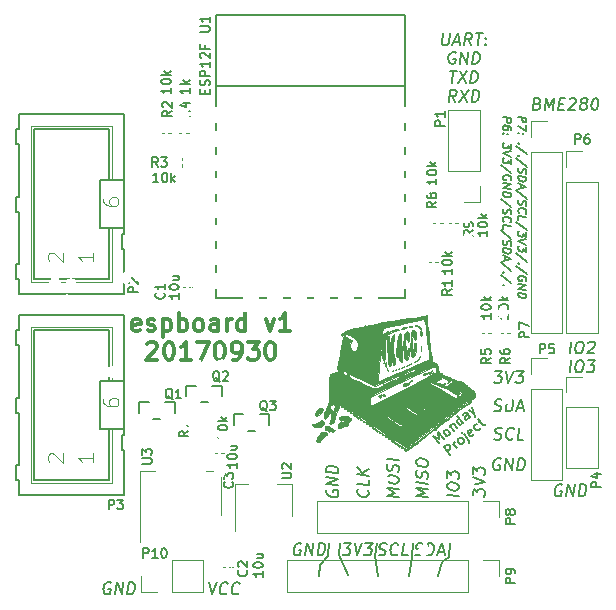
<source format=gto>
G04 #@! TF.FileFunction,Legend,Top*
%FSLAX46Y46*%
G04 Gerber Fmt 4.6, Leading zero omitted, Abs format (unit mm)*
G04 Created by KiCad (PCBNEW 4.0.2+dfsg1-stable) date Sa 30 Sep 2017 16:39:42 CEST*
%MOMM*%
G01*
G04 APERTURE LIST*
%ADD10C,0.100000*%
%ADD11C,0.200000*%
%ADD12C,0.300000*%
%ADD13C,0.150000*%
%ADD14C,0.066040*%
%ADD15C,0.152400*%
%ADD16C,0.050800*%
%ADD17C,0.120000*%
%ADD18C,0.010000*%
%ADD19C,0.088900*%
%ADD20R,1.098500X0.999440*%
%ADD21C,6.400000*%
%ADD22R,2.100000X2.100000*%
%ADD23O,2.100000X2.100000*%
%ADD24R,0.999440X1.400760*%
%ADD25R,0.999440X1.098500*%
%ADD26R,2.400000X1.400000*%
%ADD27R,1.400000X2.400000*%
%ADD28R,1.400000X2.900000*%
%ADD29R,2.400000X4.400000*%
%ADD30R,4.200000X2.400000*%
%ADD31R,1.900000X2.400000*%
%ADD32C,1.822400*%
%ADD33C,1.000000*%
G04 APERTURE END LIST*
D10*
D11*
X135861707Y-86769466D02*
X135347477Y-86156630D01*
X135919062Y-86422959D01*
X135756034Y-85813810D01*
X136270264Y-86426646D01*
X136649639Y-86108313D02*
X136566786Y-86128105D01*
X136513116Y-86123409D01*
X136434959Y-86089531D01*
X136288036Y-85914434D01*
X136268245Y-85831582D01*
X136272940Y-85777913D01*
X136306818Y-85699755D01*
X136394366Y-85626293D01*
X136477219Y-85606503D01*
X136530888Y-85611198D01*
X136609046Y-85645075D01*
X136755969Y-85820172D01*
X136775760Y-85903024D01*
X136771065Y-85956695D01*
X136737187Y-86034851D01*
X136649639Y-86108313D01*
X136773741Y-85307961D02*
X137116561Y-85716518D01*
X136822715Y-85366326D02*
X136827411Y-85312657D01*
X136861289Y-85234499D01*
X136948837Y-85161037D01*
X137031690Y-85141247D01*
X137109846Y-85175125D01*
X137379205Y-85496134D01*
X137933675Y-85030878D02*
X137419445Y-84418042D01*
X137909188Y-85001695D02*
X137875311Y-85079852D01*
X137758580Y-85177800D01*
X137675727Y-85197593D01*
X137622057Y-85192896D01*
X137543901Y-85159018D01*
X137396977Y-84983922D01*
X137377186Y-84901070D01*
X137381881Y-84847401D01*
X137415759Y-84769243D01*
X137532490Y-84671294D01*
X137615343Y-84651504D01*
X138488146Y-84565622D02*
X138218787Y-84244612D01*
X138140631Y-84210734D01*
X138057778Y-84230525D01*
X137941048Y-84328474D01*
X137907170Y-84406632D01*
X138463659Y-84536439D02*
X138429781Y-84614596D01*
X138283868Y-84737031D01*
X138201015Y-84756824D01*
X138122858Y-84722945D01*
X138073884Y-84664580D01*
X138054092Y-84581727D01*
X138087971Y-84503570D01*
X138233884Y-84381135D01*
X138267762Y-84302978D01*
X138378788Y-83961166D02*
X138867521Y-84247288D01*
X138670614Y-83716295D02*
X138867521Y-84247288D01*
X138931591Y-84442176D01*
X138926896Y-84495845D01*
X138893018Y-84574002D01*
X136783145Y-87719426D02*
X136268915Y-87106590D01*
X136502376Y-86910693D01*
X136585229Y-86890901D01*
X136638898Y-86895596D01*
X136717055Y-86929475D01*
X136790516Y-87017022D01*
X136810308Y-87099875D01*
X136805613Y-87153545D01*
X136771734Y-87231702D01*
X136538273Y-87427599D01*
X137395980Y-87205196D02*
X137053160Y-86796638D01*
X137151109Y-86913369D02*
X137131317Y-86830517D01*
X137136013Y-86776847D01*
X137169891Y-86698690D01*
X137228256Y-86649715D01*
X137862903Y-86813401D02*
X137780050Y-86833194D01*
X137726380Y-86828497D01*
X137648224Y-86794619D01*
X137501300Y-86619523D01*
X137481509Y-86536671D01*
X137486204Y-86483002D01*
X137520082Y-86404844D01*
X137607631Y-86331382D01*
X137690483Y-86311591D01*
X137744153Y-86316287D01*
X137822310Y-86350164D01*
X137969233Y-86525260D01*
X137989024Y-86608113D01*
X137984329Y-86661783D01*
X137950451Y-86739940D01*
X137862903Y-86813401D01*
X137987005Y-86013049D02*
X138427774Y-86538337D01*
X138447566Y-86621189D01*
X138413687Y-86699346D01*
X138384504Y-86723833D01*
X137815595Y-85808771D02*
X137810900Y-85862441D01*
X137864569Y-85867136D01*
X137869265Y-85813467D01*
X137815595Y-85808771D01*
X137864569Y-85867136D01*
X138830626Y-85951656D02*
X138796748Y-86029812D01*
X138680017Y-86127761D01*
X138597165Y-86147553D01*
X138519007Y-86113674D01*
X138323110Y-85880213D01*
X138303319Y-85797361D01*
X138337197Y-85719203D01*
X138453927Y-85621255D01*
X138536780Y-85601464D01*
X138614936Y-85635342D01*
X138663911Y-85693708D01*
X138421059Y-85996944D01*
X139385096Y-85486400D02*
X139351218Y-85564557D01*
X139234487Y-85662506D01*
X139151634Y-85682298D01*
X139097964Y-85677601D01*
X139019808Y-85643724D01*
X138872885Y-85468627D01*
X138853093Y-85385775D01*
X138857789Y-85332106D01*
X138891667Y-85253948D01*
X139008397Y-85155999D01*
X139091250Y-85136209D01*
X139241858Y-84960103D02*
X139475319Y-84764206D01*
X139157996Y-84682363D02*
X139598765Y-85207651D01*
X139676922Y-85241529D01*
X139759774Y-85221737D01*
X139818139Y-85172763D01*
D12*
X110564286Y-77207143D02*
X110421429Y-77278571D01*
X110135715Y-77278571D01*
X109992858Y-77207143D01*
X109921429Y-77064286D01*
X109921429Y-76492857D01*
X109992858Y-76350000D01*
X110135715Y-76278571D01*
X110421429Y-76278571D01*
X110564286Y-76350000D01*
X110635715Y-76492857D01*
X110635715Y-76635714D01*
X109921429Y-76778571D01*
X111207143Y-77207143D02*
X111350000Y-77278571D01*
X111635715Y-77278571D01*
X111778572Y-77207143D01*
X111850000Y-77064286D01*
X111850000Y-76992857D01*
X111778572Y-76850000D01*
X111635715Y-76778571D01*
X111421429Y-76778571D01*
X111278572Y-76707143D01*
X111207143Y-76564286D01*
X111207143Y-76492857D01*
X111278572Y-76350000D01*
X111421429Y-76278571D01*
X111635715Y-76278571D01*
X111778572Y-76350000D01*
X112492858Y-76278571D02*
X112492858Y-77778571D01*
X112492858Y-76350000D02*
X112635715Y-76278571D01*
X112921429Y-76278571D01*
X113064286Y-76350000D01*
X113135715Y-76421429D01*
X113207144Y-76564286D01*
X113207144Y-76992857D01*
X113135715Y-77135714D01*
X113064286Y-77207143D01*
X112921429Y-77278571D01*
X112635715Y-77278571D01*
X112492858Y-77207143D01*
X113850001Y-77278571D02*
X113850001Y-75778571D01*
X113850001Y-76350000D02*
X113992858Y-76278571D01*
X114278572Y-76278571D01*
X114421429Y-76350000D01*
X114492858Y-76421429D01*
X114564287Y-76564286D01*
X114564287Y-76992857D01*
X114492858Y-77135714D01*
X114421429Y-77207143D01*
X114278572Y-77278571D01*
X113992858Y-77278571D01*
X113850001Y-77207143D01*
X115421430Y-77278571D02*
X115278572Y-77207143D01*
X115207144Y-77135714D01*
X115135715Y-76992857D01*
X115135715Y-76564286D01*
X115207144Y-76421429D01*
X115278572Y-76350000D01*
X115421430Y-76278571D01*
X115635715Y-76278571D01*
X115778572Y-76350000D01*
X115850001Y-76421429D01*
X115921430Y-76564286D01*
X115921430Y-76992857D01*
X115850001Y-77135714D01*
X115778572Y-77207143D01*
X115635715Y-77278571D01*
X115421430Y-77278571D01*
X117207144Y-77278571D02*
X117207144Y-76492857D01*
X117135715Y-76350000D01*
X116992858Y-76278571D01*
X116707144Y-76278571D01*
X116564287Y-76350000D01*
X117207144Y-77207143D02*
X117064287Y-77278571D01*
X116707144Y-77278571D01*
X116564287Y-77207143D01*
X116492858Y-77064286D01*
X116492858Y-76921429D01*
X116564287Y-76778571D01*
X116707144Y-76707143D01*
X117064287Y-76707143D01*
X117207144Y-76635714D01*
X117921430Y-77278571D02*
X117921430Y-76278571D01*
X117921430Y-76564286D02*
X117992858Y-76421429D01*
X118064287Y-76350000D01*
X118207144Y-76278571D01*
X118350001Y-76278571D01*
X119492858Y-77278571D02*
X119492858Y-75778571D01*
X119492858Y-77207143D02*
X119350001Y-77278571D01*
X119064287Y-77278571D01*
X118921429Y-77207143D01*
X118850001Y-77135714D01*
X118778572Y-76992857D01*
X118778572Y-76564286D01*
X118850001Y-76421429D01*
X118921429Y-76350000D01*
X119064287Y-76278571D01*
X119350001Y-76278571D01*
X119492858Y-76350000D01*
X121207144Y-76278571D02*
X121564287Y-77278571D01*
X121921429Y-76278571D01*
X123278572Y-77278571D02*
X122421429Y-77278571D01*
X122850001Y-77278571D02*
X122850001Y-75778571D01*
X122707144Y-75992857D01*
X122564286Y-76135714D01*
X122421429Y-76207143D01*
X111171430Y-78321429D02*
X111242859Y-78250000D01*
X111385716Y-78178571D01*
X111742859Y-78178571D01*
X111885716Y-78250000D01*
X111957145Y-78321429D01*
X112028573Y-78464286D01*
X112028573Y-78607143D01*
X111957145Y-78821429D01*
X111100002Y-79678571D01*
X112028573Y-79678571D01*
X112957144Y-78178571D02*
X113100001Y-78178571D01*
X113242858Y-78250000D01*
X113314287Y-78321429D01*
X113385716Y-78464286D01*
X113457144Y-78750000D01*
X113457144Y-79107143D01*
X113385716Y-79392857D01*
X113314287Y-79535714D01*
X113242858Y-79607143D01*
X113100001Y-79678571D01*
X112957144Y-79678571D01*
X112814287Y-79607143D01*
X112742858Y-79535714D01*
X112671430Y-79392857D01*
X112600001Y-79107143D01*
X112600001Y-78750000D01*
X112671430Y-78464286D01*
X112742858Y-78321429D01*
X112814287Y-78250000D01*
X112957144Y-78178571D01*
X114885715Y-79678571D02*
X114028572Y-79678571D01*
X114457144Y-79678571D02*
X114457144Y-78178571D01*
X114314287Y-78392857D01*
X114171429Y-78535714D01*
X114028572Y-78607143D01*
X115385715Y-78178571D02*
X116385715Y-78178571D01*
X115742858Y-79678571D01*
X117242857Y-78178571D02*
X117385714Y-78178571D01*
X117528571Y-78250000D01*
X117600000Y-78321429D01*
X117671429Y-78464286D01*
X117742857Y-78750000D01*
X117742857Y-79107143D01*
X117671429Y-79392857D01*
X117600000Y-79535714D01*
X117528571Y-79607143D01*
X117385714Y-79678571D01*
X117242857Y-79678571D01*
X117100000Y-79607143D01*
X117028571Y-79535714D01*
X116957143Y-79392857D01*
X116885714Y-79107143D01*
X116885714Y-78750000D01*
X116957143Y-78464286D01*
X117028571Y-78321429D01*
X117100000Y-78250000D01*
X117242857Y-78178571D01*
X118457142Y-79678571D02*
X118742857Y-79678571D01*
X118885714Y-79607143D01*
X118957142Y-79535714D01*
X119100000Y-79321429D01*
X119171428Y-79035714D01*
X119171428Y-78464286D01*
X119100000Y-78321429D01*
X119028571Y-78250000D01*
X118885714Y-78178571D01*
X118600000Y-78178571D01*
X118457142Y-78250000D01*
X118385714Y-78321429D01*
X118314285Y-78464286D01*
X118314285Y-78821429D01*
X118385714Y-78964286D01*
X118457142Y-79035714D01*
X118600000Y-79107143D01*
X118885714Y-79107143D01*
X119028571Y-79035714D01*
X119100000Y-78964286D01*
X119171428Y-78821429D01*
X119671428Y-78178571D02*
X120599999Y-78178571D01*
X120099999Y-78750000D01*
X120314285Y-78750000D01*
X120457142Y-78821429D01*
X120528571Y-78892857D01*
X120599999Y-79035714D01*
X120599999Y-79392857D01*
X120528571Y-79535714D01*
X120457142Y-79607143D01*
X120314285Y-79678571D01*
X119885713Y-79678571D01*
X119742856Y-79607143D01*
X119671428Y-79535714D01*
X121528570Y-78178571D02*
X121671427Y-78178571D01*
X121814284Y-78250000D01*
X121885713Y-78321429D01*
X121957142Y-78464286D01*
X122028570Y-78750000D01*
X122028570Y-79107143D01*
X121957142Y-79392857D01*
X121885713Y-79535714D01*
X121814284Y-79607143D01*
X121671427Y-79678571D01*
X121528570Y-79678571D01*
X121385713Y-79607143D01*
X121314284Y-79535714D01*
X121242856Y-79392857D01*
X121171427Y-79107143D01*
X121171427Y-78750000D01*
X121242856Y-78464286D01*
X121314284Y-78321429D01*
X121385713Y-78250000D01*
X121528570Y-78178571D01*
D11*
X136235119Y-52052381D02*
X136133929Y-52861905D01*
X136169643Y-52957143D01*
X136211310Y-53004762D01*
X136300595Y-53052381D01*
X136491072Y-53052381D01*
X136592263Y-53004762D01*
X136645834Y-52957143D01*
X136705358Y-52861905D01*
X136806548Y-52052381D01*
X137145834Y-52766667D02*
X137622025Y-52766667D01*
X137014881Y-53052381D02*
X137473214Y-52052381D01*
X137681548Y-53052381D01*
X138586310Y-53052381D02*
X138312500Y-52576190D01*
X138014881Y-53052381D02*
X138139881Y-52052381D01*
X138520834Y-52052381D01*
X138610120Y-52100000D01*
X138651787Y-52147619D01*
X138687501Y-52242857D01*
X138669644Y-52385714D01*
X138610120Y-52480952D01*
X138556549Y-52528571D01*
X138455358Y-52576190D01*
X138074405Y-52576190D01*
X138997024Y-52052381D02*
X139568453Y-52052381D01*
X139157738Y-53052381D02*
X139282738Y-52052381D01*
X139788691Y-52957143D02*
X139830358Y-53004762D01*
X139776786Y-53052381D01*
X139735120Y-53004762D01*
X139788691Y-52957143D01*
X139776786Y-53052381D01*
X139854167Y-52433333D02*
X139895834Y-52480952D01*
X139842263Y-52528571D01*
X139800596Y-52480952D01*
X139854167Y-52433333D01*
X139842263Y-52528571D01*
X137300596Y-53700000D02*
X137211310Y-53652381D01*
X137068453Y-53652381D01*
X136919643Y-53700000D01*
X136812500Y-53795238D01*
X136752977Y-53890476D01*
X136681548Y-54080952D01*
X136663691Y-54223810D01*
X136687500Y-54414286D01*
X136723215Y-54509524D01*
X136806548Y-54604762D01*
X136943453Y-54652381D01*
X137038691Y-54652381D01*
X137187501Y-54604762D01*
X137241072Y-54557143D01*
X137282739Y-54223810D01*
X137092263Y-54223810D01*
X137657738Y-54652381D02*
X137782738Y-53652381D01*
X138229167Y-54652381D01*
X138354167Y-53652381D01*
X138705357Y-54652381D02*
X138830357Y-53652381D01*
X139068452Y-53652381D01*
X139205358Y-53700000D01*
X139288691Y-53795238D01*
X139324406Y-53890476D01*
X139348215Y-54080952D01*
X139330358Y-54223810D01*
X139258929Y-54414286D01*
X139199406Y-54509524D01*
X139092263Y-54604762D01*
X138943452Y-54652381D01*
X138705357Y-54652381D01*
X136806547Y-55252381D02*
X137377976Y-55252381D01*
X136967261Y-56252381D02*
X137092261Y-55252381D01*
X137616071Y-55252381D02*
X138157738Y-56252381D01*
X138282738Y-55252381D02*
X137491071Y-56252381D01*
X138538690Y-56252381D02*
X138663690Y-55252381D01*
X138901785Y-55252381D01*
X139038691Y-55300000D01*
X139122024Y-55395238D01*
X139157739Y-55490476D01*
X139181548Y-55680952D01*
X139163691Y-55823810D01*
X139092262Y-56014286D01*
X139032739Y-56109524D01*
X138925596Y-56204762D01*
X138776785Y-56252381D01*
X138538690Y-56252381D01*
X137276786Y-57852381D02*
X137002976Y-57376190D01*
X136705357Y-57852381D02*
X136830357Y-56852381D01*
X137211310Y-56852381D01*
X137300596Y-56900000D01*
X137342263Y-56947619D01*
X137377977Y-57042857D01*
X137360120Y-57185714D01*
X137300596Y-57280952D01*
X137247025Y-57328571D01*
X137145834Y-57376190D01*
X136764881Y-57376190D01*
X137735119Y-56852381D02*
X138276786Y-57852381D01*
X138401786Y-56852381D02*
X137610119Y-57852381D01*
X138657738Y-57852381D02*
X138782738Y-56852381D01*
X139020833Y-56852381D01*
X139157739Y-56900000D01*
X139241072Y-56995238D01*
X139276787Y-57090476D01*
X139300596Y-57280952D01*
X139282739Y-57423810D01*
X139211310Y-57614286D01*
X139151787Y-57709524D01*
X139044644Y-57804762D01*
X138895833Y-57852381D01*
X138657738Y-57852381D01*
X108100596Y-98600000D02*
X108011310Y-98552381D01*
X107868453Y-98552381D01*
X107719643Y-98600000D01*
X107612500Y-98695238D01*
X107552977Y-98790476D01*
X107481548Y-98980952D01*
X107463691Y-99123810D01*
X107487500Y-99314286D01*
X107523215Y-99409524D01*
X107606548Y-99504762D01*
X107743453Y-99552381D01*
X107838691Y-99552381D01*
X107987501Y-99504762D01*
X108041072Y-99457143D01*
X108082739Y-99123810D01*
X107892263Y-99123810D01*
X108457738Y-99552381D02*
X108582738Y-98552381D01*
X109029167Y-99552381D01*
X109154167Y-98552381D01*
X109505357Y-99552381D02*
X109630357Y-98552381D01*
X109868452Y-98552381D01*
X110005358Y-98600000D01*
X110088691Y-98695238D01*
X110124406Y-98790476D01*
X110148215Y-98980952D01*
X110130358Y-99123810D01*
X110058929Y-99314286D01*
X109999406Y-99409524D01*
X109892263Y-99504762D01*
X109743452Y-99552381D01*
X109505357Y-99552381D01*
X116435119Y-98552381D02*
X116643452Y-99552381D01*
X117101786Y-98552381D01*
X117893453Y-99457143D02*
X117839882Y-99504762D01*
X117691072Y-99552381D01*
X117595834Y-99552381D01*
X117458929Y-99504762D01*
X117375596Y-99409524D01*
X117339881Y-99314286D01*
X117316072Y-99123810D01*
X117333929Y-98980952D01*
X117405358Y-98790476D01*
X117464881Y-98695238D01*
X117572024Y-98600000D01*
X117720834Y-98552381D01*
X117816072Y-98552381D01*
X117952977Y-98600000D01*
X117994644Y-98647619D01*
X118893453Y-99457143D02*
X118839882Y-99504762D01*
X118691072Y-99552381D01*
X118595834Y-99552381D01*
X118458929Y-99504762D01*
X118375596Y-99409524D01*
X118339881Y-99314286D01*
X118316072Y-99123810D01*
X118333929Y-98980952D01*
X118405358Y-98790476D01*
X118464881Y-98695238D01*
X118572024Y-98600000D01*
X118720834Y-98552381D01*
X118816072Y-98552381D01*
X118952977Y-98600000D01*
X118994644Y-98647619D01*
X126500000Y-96300000D02*
X126600000Y-95200000D01*
X125800000Y-97100000D02*
X126500000Y-96300000D01*
X125700000Y-98000000D02*
X125800000Y-97100000D01*
X136700000Y-96400000D02*
X136800000Y-95200000D01*
X136100000Y-96800000D02*
X136700000Y-96400000D01*
X135800000Y-98000000D02*
X136100000Y-96800000D01*
X127400000Y-96200000D02*
X127500000Y-95200000D01*
X128200000Y-97900000D02*
X127400000Y-96200000D01*
X133600000Y-96500000D02*
X133700000Y-95200000D01*
X133300000Y-98000000D02*
X133600000Y-96500000D01*
X130500000Y-96300000D02*
X130600000Y-95200000D01*
X130700000Y-98000000D02*
X130500000Y-96300000D01*
X133835119Y-96204762D02*
X133972023Y-96252381D01*
X134210119Y-96252381D01*
X134311310Y-96204762D01*
X134364881Y-96157143D01*
X134424405Y-96061905D01*
X134436310Y-95966667D01*
X134400595Y-95871429D01*
X134358929Y-95823810D01*
X134269643Y-95776190D01*
X134085119Y-95728571D01*
X133995833Y-95680952D01*
X133954166Y-95633333D01*
X133918452Y-95538095D01*
X133930357Y-95442857D01*
X133989881Y-95347619D01*
X134043452Y-95300000D01*
X134144642Y-95252381D01*
X134382738Y-95252381D01*
X134519643Y-95300000D01*
X134829166Y-96252381D02*
X134954166Y-95252381D01*
X135192261Y-95252381D01*
X135329167Y-95300000D01*
X135412500Y-95395238D01*
X135448215Y-95490476D01*
X135472024Y-95680952D01*
X135454167Y-95823810D01*
X135382738Y-96014286D01*
X135323215Y-96109524D01*
X135216072Y-96204762D01*
X135067261Y-96252381D01*
X134829166Y-96252381D01*
X135817262Y-95966667D02*
X136293453Y-95966667D01*
X135686309Y-96252381D02*
X136144642Y-95252381D01*
X136352976Y-96252381D01*
X130758929Y-96204762D02*
X130895833Y-96252381D01*
X131133929Y-96252381D01*
X131235120Y-96204762D01*
X131288691Y-96157143D01*
X131348215Y-96061905D01*
X131360120Y-95966667D01*
X131324405Y-95871429D01*
X131282739Y-95823810D01*
X131193453Y-95776190D01*
X131008929Y-95728571D01*
X130919643Y-95680952D01*
X130877976Y-95633333D01*
X130842262Y-95538095D01*
X130854167Y-95442857D01*
X130913691Y-95347619D01*
X130967262Y-95300000D01*
X131068452Y-95252381D01*
X131306548Y-95252381D01*
X131443453Y-95300000D01*
X132336310Y-96157143D02*
X132282739Y-96204762D01*
X132133929Y-96252381D01*
X132038691Y-96252381D01*
X131901786Y-96204762D01*
X131818453Y-96109524D01*
X131782738Y-96014286D01*
X131758929Y-95823810D01*
X131776786Y-95680952D01*
X131848215Y-95490476D01*
X131907738Y-95395238D01*
X132014881Y-95300000D01*
X132163691Y-95252381D01*
X132258929Y-95252381D01*
X132395834Y-95300000D01*
X132437501Y-95347619D01*
X133229167Y-96252381D02*
X132752976Y-96252381D01*
X132877976Y-95252381D01*
X127830357Y-95252381D02*
X128449405Y-95252381D01*
X128068452Y-95633333D01*
X128211310Y-95633333D01*
X128300596Y-95680952D01*
X128342263Y-95728571D01*
X128377977Y-95823810D01*
X128348215Y-96061905D01*
X128288691Y-96157143D01*
X128235120Y-96204762D01*
X128133929Y-96252381D01*
X127848214Y-96252381D01*
X127758929Y-96204762D01*
X127717262Y-96157143D01*
X128735119Y-95252381D02*
X128943452Y-96252381D01*
X129401786Y-95252381D01*
X129639881Y-95252381D02*
X130258929Y-95252381D01*
X129877976Y-95633333D01*
X130020834Y-95633333D01*
X130110120Y-95680952D01*
X130151787Y-95728571D01*
X130187501Y-95823810D01*
X130157739Y-96061905D01*
X130098215Y-96157143D01*
X130044644Y-96204762D01*
X129943453Y-96252381D01*
X129657738Y-96252381D01*
X129568453Y-96204762D01*
X129526786Y-96157143D01*
X124200596Y-95300000D02*
X124111310Y-95252381D01*
X123968453Y-95252381D01*
X123819643Y-95300000D01*
X123712500Y-95395238D01*
X123652977Y-95490476D01*
X123581548Y-95680952D01*
X123563691Y-95823810D01*
X123587500Y-96014286D01*
X123623215Y-96109524D01*
X123706548Y-96204762D01*
X123843453Y-96252381D01*
X123938691Y-96252381D01*
X124087501Y-96204762D01*
X124141072Y-96157143D01*
X124182739Y-95823810D01*
X123992263Y-95823810D01*
X124557738Y-96252381D02*
X124682738Y-95252381D01*
X125129167Y-96252381D01*
X125254167Y-95252381D01*
X125605357Y-96252381D02*
X125730357Y-95252381D01*
X125968452Y-95252381D01*
X126105358Y-95300000D01*
X126188691Y-95395238D01*
X126224406Y-95490476D01*
X126248215Y-95680952D01*
X126230358Y-95823810D01*
X126158929Y-96014286D01*
X126099406Y-96109524D01*
X125992263Y-96204762D01*
X125843452Y-96252381D01*
X125605357Y-96252381D01*
X138752381Y-91169643D02*
X138752381Y-90550595D01*
X139133333Y-90931548D01*
X139133333Y-90788690D01*
X139180952Y-90699404D01*
X139228571Y-90657737D01*
X139323810Y-90622023D01*
X139561905Y-90651785D01*
X139657143Y-90711309D01*
X139704762Y-90764880D01*
X139752381Y-90866071D01*
X139752381Y-91151786D01*
X139704762Y-91241071D01*
X139657143Y-91282738D01*
X138752381Y-90264881D02*
X139752381Y-90056548D01*
X138752381Y-89598214D01*
X138752381Y-89360119D02*
X138752381Y-88741071D01*
X139133333Y-89122024D01*
X139133333Y-88979166D01*
X139180952Y-88889880D01*
X139228571Y-88848213D01*
X139323810Y-88812499D01*
X139561905Y-88842261D01*
X139657143Y-88901785D01*
X139704762Y-88955356D01*
X139752381Y-89056547D01*
X139752381Y-89342262D01*
X139704762Y-89431547D01*
X139657143Y-89473214D01*
X137552381Y-91256548D02*
X136552381Y-91131548D01*
X136552381Y-90464882D02*
X136552381Y-90274405D01*
X136600000Y-90185119D01*
X136695238Y-90101786D01*
X136885714Y-90077976D01*
X137219048Y-90119643D01*
X137409524Y-90191071D01*
X137504762Y-90298214D01*
X137552381Y-90399405D01*
X137552381Y-90589882D01*
X137504762Y-90679167D01*
X137409524Y-90762500D01*
X137219048Y-90786310D01*
X136885714Y-90744643D01*
X136695238Y-90673215D01*
X136600000Y-90566072D01*
X136552381Y-90464882D01*
X136552381Y-89702977D02*
X136552381Y-89083929D01*
X136933333Y-89464882D01*
X136933333Y-89322024D01*
X136980952Y-89232738D01*
X137028571Y-89191071D01*
X137123810Y-89155357D01*
X137361905Y-89185119D01*
X137457143Y-89244643D01*
X137504762Y-89298214D01*
X137552381Y-89399405D01*
X137552381Y-89685120D01*
X137504762Y-89774405D01*
X137457143Y-89816072D01*
X134952381Y-91327976D02*
X133952381Y-91202976D01*
X134666667Y-90958927D01*
X133952381Y-90536309D01*
X134952381Y-90661309D01*
X134952381Y-90185119D02*
X133952381Y-90060119D01*
X134904762Y-89750595D02*
X134952381Y-89613691D01*
X134952381Y-89375595D01*
X134904762Y-89274404D01*
X134857143Y-89220833D01*
X134761905Y-89161309D01*
X134666667Y-89149404D01*
X134571429Y-89185119D01*
X134523810Y-89226785D01*
X134476190Y-89316071D01*
X134428571Y-89500595D01*
X134380952Y-89589881D01*
X134333333Y-89631548D01*
X134238095Y-89667262D01*
X134142857Y-89655357D01*
X134047619Y-89595833D01*
X134000000Y-89542262D01*
X133952381Y-89441072D01*
X133952381Y-89202976D01*
X134000000Y-89066071D01*
X133952381Y-88441072D02*
X133952381Y-88250595D01*
X134000000Y-88161309D01*
X134095238Y-88077976D01*
X134285714Y-88054166D01*
X134619048Y-88095833D01*
X134809524Y-88167261D01*
X134904762Y-88274404D01*
X134952381Y-88375595D01*
X134952381Y-88566072D01*
X134904762Y-88655357D01*
X134809524Y-88738690D01*
X134619048Y-88762500D01*
X134285714Y-88720833D01*
X134095238Y-88649405D01*
X134000000Y-88542262D01*
X133952381Y-88441072D01*
X132452381Y-91327976D02*
X131452381Y-91202976D01*
X132166667Y-90958927D01*
X131452381Y-90536309D01*
X132452381Y-90661309D01*
X131452381Y-89869643D02*
X131452381Y-89679166D01*
X131500000Y-89589880D01*
X131595238Y-89506547D01*
X131785714Y-89482737D01*
X132119048Y-89524404D01*
X132309524Y-89595832D01*
X132404762Y-89702975D01*
X132452381Y-89804166D01*
X132452381Y-89994643D01*
X132404762Y-90083928D01*
X132309524Y-90167261D01*
X132119048Y-90191071D01*
X131785714Y-90149404D01*
X131595238Y-90077976D01*
X131500000Y-89970833D01*
X131452381Y-89869643D01*
X132404762Y-89179166D02*
X132452381Y-89042262D01*
X132452381Y-88804166D01*
X132404762Y-88702975D01*
X132357143Y-88649404D01*
X132261905Y-88589880D01*
X132166667Y-88577975D01*
X132071429Y-88613690D01*
X132023810Y-88655356D01*
X131976190Y-88744642D01*
X131928571Y-88929166D01*
X131880952Y-89018452D01*
X131833333Y-89060119D01*
X131738095Y-89095833D01*
X131642857Y-89083928D01*
X131547619Y-89024404D01*
X131500000Y-88970833D01*
X131452381Y-88869643D01*
X131452381Y-88631547D01*
X131500000Y-88494642D01*
X132452381Y-88185119D02*
X131452381Y-88060119D01*
X129857143Y-90739881D02*
X129904762Y-90793452D01*
X129952381Y-90942262D01*
X129952381Y-91037500D01*
X129904762Y-91174405D01*
X129809524Y-91257738D01*
X129714286Y-91293453D01*
X129523810Y-91317262D01*
X129380952Y-91299405D01*
X129190476Y-91227976D01*
X129095238Y-91168453D01*
X129000000Y-91061310D01*
X128952381Y-90912500D01*
X128952381Y-90817262D01*
X129000000Y-90680357D01*
X129047619Y-90638690D01*
X129952381Y-89847024D02*
X129952381Y-90323215D01*
X128952381Y-90198215D01*
X129952381Y-89513691D02*
X128952381Y-89388691D01*
X129952381Y-88942262D02*
X129380952Y-89299405D01*
X128952381Y-88817262D02*
X129523810Y-89460119D01*
X126400000Y-90699404D02*
X126352381Y-90788690D01*
X126352381Y-90931547D01*
X126400000Y-91080357D01*
X126495238Y-91187500D01*
X126590476Y-91247023D01*
X126780952Y-91318452D01*
X126923810Y-91336309D01*
X127114286Y-91312500D01*
X127209524Y-91276785D01*
X127304762Y-91193452D01*
X127352381Y-91056547D01*
X127352381Y-90961309D01*
X127304762Y-90812499D01*
X127257143Y-90758928D01*
X126923810Y-90717261D01*
X126923810Y-90907737D01*
X127352381Y-90342262D02*
X126352381Y-90217262D01*
X127352381Y-89770833D01*
X126352381Y-89645833D01*
X127352381Y-89294643D02*
X126352381Y-89169643D01*
X126352381Y-88931548D01*
X126400000Y-88794642D01*
X126495238Y-88711309D01*
X126590476Y-88675594D01*
X126780952Y-88651785D01*
X126923810Y-88669642D01*
X127114286Y-88741071D01*
X127209524Y-88800594D01*
X127304762Y-88907737D01*
X127352381Y-89056548D01*
X127352381Y-89294643D01*
D13*
X141283333Y-59160418D02*
X141983333Y-59247918D01*
X141983333Y-59514584D01*
X141950000Y-59577084D01*
X141916667Y-59606250D01*
X141850000Y-59631251D01*
X141750000Y-59618751D01*
X141683333Y-59577084D01*
X141650000Y-59539584D01*
X141616667Y-59468750D01*
X141616667Y-59202084D01*
X141983333Y-60247918D02*
X141983333Y-60114584D01*
X141950000Y-60043751D01*
X141916667Y-60006250D01*
X141816667Y-59927084D01*
X141683333Y-59877084D01*
X141416667Y-59843750D01*
X141350000Y-59868751D01*
X141316667Y-59897917D01*
X141283333Y-59960418D01*
X141283333Y-60093751D01*
X141316667Y-60164584D01*
X141350000Y-60202084D01*
X141416667Y-60243750D01*
X141583333Y-60264584D01*
X141650000Y-60239584D01*
X141683333Y-60210418D01*
X141716667Y-60147917D01*
X141716667Y-60014584D01*
X141683333Y-59943751D01*
X141650000Y-59906251D01*
X141583333Y-59864584D01*
X141350000Y-60535418D02*
X141316667Y-60564584D01*
X141283333Y-60527085D01*
X141316667Y-60497917D01*
X141350000Y-60535418D01*
X141283333Y-60527085D01*
X141716667Y-60581251D02*
X141683333Y-60610418D01*
X141650000Y-60572918D01*
X141683333Y-60543751D01*
X141716667Y-60581251D01*
X141650000Y-60572918D01*
X141983333Y-61414584D02*
X141983333Y-61847917D01*
X141716667Y-61581250D01*
X141716667Y-61681250D01*
X141683333Y-61743751D01*
X141650000Y-61772917D01*
X141583333Y-61797917D01*
X141416667Y-61777083D01*
X141350000Y-61735417D01*
X141316667Y-61697917D01*
X141283333Y-61627084D01*
X141283333Y-61427084D01*
X141316667Y-61364583D01*
X141350000Y-61335417D01*
X141983333Y-62047918D02*
X141283333Y-62193751D01*
X141983333Y-62514584D01*
X141983333Y-62681251D02*
X141983333Y-63114584D01*
X141716667Y-62847917D01*
X141716667Y-62947917D01*
X141683333Y-63010418D01*
X141650000Y-63039584D01*
X141583333Y-63064584D01*
X141416667Y-63043750D01*
X141350000Y-63002084D01*
X141316667Y-62964584D01*
X141283333Y-62893751D01*
X141283333Y-62693751D01*
X141316667Y-62631250D01*
X141350000Y-62602084D01*
X142016667Y-63918751D02*
X141116667Y-63206251D01*
X141950000Y-64510417D02*
X141983333Y-64447918D01*
X141983333Y-64347918D01*
X141950000Y-64243751D01*
X141883333Y-64168751D01*
X141816667Y-64127084D01*
X141683333Y-64077084D01*
X141583333Y-64064584D01*
X141450000Y-64081251D01*
X141383333Y-64106251D01*
X141316667Y-64164584D01*
X141283333Y-64260418D01*
X141283333Y-64327084D01*
X141316667Y-64431250D01*
X141350000Y-64468751D01*
X141583333Y-64497918D01*
X141583333Y-64364584D01*
X141283333Y-64760418D02*
X141983333Y-64847918D01*
X141283333Y-65160418D01*
X141983333Y-65247918D01*
X141283333Y-65493751D02*
X141983333Y-65581251D01*
X141983333Y-65747917D01*
X141950000Y-65843750D01*
X141883333Y-65902084D01*
X141816667Y-65927083D01*
X141683333Y-65943751D01*
X141583333Y-65931251D01*
X141450000Y-65881250D01*
X141383333Y-65839584D01*
X141316667Y-65764583D01*
X141283333Y-65660417D01*
X141283333Y-65493751D01*
X142016667Y-66785417D02*
X141116667Y-66072917D01*
X141316667Y-66897916D02*
X141283333Y-66993750D01*
X141283333Y-67160417D01*
X141316667Y-67231250D01*
X141350000Y-67268750D01*
X141416667Y-67310416D01*
X141483333Y-67318750D01*
X141550000Y-67293750D01*
X141583333Y-67264584D01*
X141616667Y-67202083D01*
X141650000Y-67072917D01*
X141683333Y-67010417D01*
X141716667Y-66981250D01*
X141783333Y-66956250D01*
X141850000Y-66964583D01*
X141916667Y-67006250D01*
X141950000Y-67043750D01*
X141983333Y-67114584D01*
X141983333Y-67281250D01*
X141950000Y-67377083D01*
X141350000Y-68002084D02*
X141316667Y-67964583D01*
X141283333Y-67860417D01*
X141283333Y-67793751D01*
X141316667Y-67697917D01*
X141383333Y-67639584D01*
X141450000Y-67614584D01*
X141583333Y-67597917D01*
X141683333Y-67610417D01*
X141816667Y-67660417D01*
X141883333Y-67702084D01*
X141950000Y-67777084D01*
X141983333Y-67881251D01*
X141983333Y-67947917D01*
X141950000Y-68043750D01*
X141916667Y-68072917D01*
X141283333Y-68627084D02*
X141283333Y-68293751D01*
X141983333Y-68381251D01*
X142016667Y-69452084D02*
X141116667Y-68739584D01*
X141316667Y-69564583D02*
X141283333Y-69660417D01*
X141283333Y-69827084D01*
X141316667Y-69897917D01*
X141350000Y-69935417D01*
X141416667Y-69977083D01*
X141483333Y-69985417D01*
X141550000Y-69960417D01*
X141583333Y-69931251D01*
X141616667Y-69868750D01*
X141650000Y-69739584D01*
X141683333Y-69677084D01*
X141716667Y-69647917D01*
X141783333Y-69622917D01*
X141850000Y-69631250D01*
X141916667Y-69672917D01*
X141950000Y-69710417D01*
X141983333Y-69781251D01*
X141983333Y-69947917D01*
X141950000Y-70043750D01*
X141283333Y-70260418D02*
X141983333Y-70347918D01*
X141983333Y-70514584D01*
X141950000Y-70610417D01*
X141883333Y-70668751D01*
X141816667Y-70693750D01*
X141683333Y-70710418D01*
X141583333Y-70697918D01*
X141450000Y-70647917D01*
X141383333Y-70606251D01*
X141316667Y-70531250D01*
X141283333Y-70427084D01*
X141283333Y-70260418D01*
X141483333Y-70952084D02*
X141483333Y-71285418D01*
X141283333Y-70860418D02*
X141983333Y-71181251D01*
X141283333Y-71327084D01*
X142016667Y-72152084D02*
X141116667Y-71439584D01*
X141350000Y-72302084D02*
X141316667Y-72331250D01*
X141283333Y-72293751D01*
X141316667Y-72264583D01*
X141350000Y-72302084D01*
X141283333Y-72293751D01*
X142016667Y-73218750D02*
X141116667Y-72506250D01*
X141350000Y-73368750D02*
X141316667Y-73397916D01*
X141283333Y-73360417D01*
X141316667Y-73331249D01*
X141350000Y-73368750D01*
X141283333Y-73360417D01*
X142583333Y-59127085D02*
X143283333Y-59214585D01*
X143283333Y-59481251D01*
X143250000Y-59543751D01*
X143216667Y-59572917D01*
X143150000Y-59597918D01*
X143050000Y-59585418D01*
X142983333Y-59543751D01*
X142950000Y-59506251D01*
X142916667Y-59435417D01*
X142916667Y-59168751D01*
X143283333Y-59847918D02*
X143283333Y-60314585D01*
X142583333Y-59927085D01*
X142650000Y-60502085D02*
X142616667Y-60531251D01*
X142583333Y-60493752D01*
X142616667Y-60464584D01*
X142650000Y-60502085D01*
X142583333Y-60493752D01*
X143016667Y-60547918D02*
X142983333Y-60577085D01*
X142950000Y-60539585D01*
X142983333Y-60510418D01*
X143016667Y-60547918D01*
X142950000Y-60539585D01*
X142650000Y-61368751D02*
X142616667Y-61397917D01*
X142583333Y-61360418D01*
X142616667Y-61331250D01*
X142650000Y-61368751D01*
X142583333Y-61360418D01*
X143316667Y-62285417D02*
X142416667Y-61572917D01*
X142650000Y-62435417D02*
X142616667Y-62464583D01*
X142583333Y-62427084D01*
X142616667Y-62397916D01*
X142650000Y-62435417D01*
X142583333Y-62427084D01*
X143316667Y-63352083D02*
X142416667Y-62639583D01*
X142616667Y-63464582D02*
X142583333Y-63560416D01*
X142583333Y-63727083D01*
X142616667Y-63797916D01*
X142650000Y-63835416D01*
X142716667Y-63877082D01*
X142783333Y-63885416D01*
X142850000Y-63860416D01*
X142883333Y-63831250D01*
X142916667Y-63768749D01*
X142950000Y-63639583D01*
X142983333Y-63577083D01*
X143016667Y-63547916D01*
X143083333Y-63522916D01*
X143150000Y-63531249D01*
X143216667Y-63572916D01*
X143250000Y-63610416D01*
X143283333Y-63681250D01*
X143283333Y-63847916D01*
X143250000Y-63943749D01*
X142583333Y-64160417D02*
X143283333Y-64247917D01*
X143283333Y-64414583D01*
X143250000Y-64510416D01*
X143183333Y-64568750D01*
X143116667Y-64593749D01*
X142983333Y-64610417D01*
X142883333Y-64597917D01*
X142750000Y-64547916D01*
X142683333Y-64506250D01*
X142616667Y-64431249D01*
X142583333Y-64327083D01*
X142583333Y-64160417D01*
X142783333Y-64852083D02*
X142783333Y-65185417D01*
X142583333Y-64760417D02*
X143283333Y-65081250D01*
X142583333Y-65227083D01*
X143316667Y-66052083D02*
X142416667Y-65339583D01*
X142616667Y-66164582D02*
X142583333Y-66260416D01*
X142583333Y-66427083D01*
X142616667Y-66497916D01*
X142650000Y-66535416D01*
X142716667Y-66577082D01*
X142783333Y-66585416D01*
X142850000Y-66560416D01*
X142883333Y-66531250D01*
X142916667Y-66468749D01*
X142950000Y-66339583D01*
X142983333Y-66277083D01*
X143016667Y-66247916D01*
X143083333Y-66222916D01*
X143150000Y-66231249D01*
X143216667Y-66272916D01*
X143250000Y-66310416D01*
X143283333Y-66381250D01*
X143283333Y-66547916D01*
X143250000Y-66643749D01*
X142650000Y-67268750D02*
X142616667Y-67231249D01*
X142583333Y-67127083D01*
X142583333Y-67060417D01*
X142616667Y-66964583D01*
X142683333Y-66906250D01*
X142750000Y-66881250D01*
X142883333Y-66864583D01*
X142983333Y-66877083D01*
X143116667Y-66927083D01*
X143183333Y-66968750D01*
X143250000Y-67043750D01*
X143283333Y-67147917D01*
X143283333Y-67214583D01*
X143250000Y-67310416D01*
X143216667Y-67339583D01*
X142583333Y-67893750D02*
X142583333Y-67560417D01*
X143283333Y-67647917D01*
X143316667Y-68718750D02*
X142416667Y-68006250D01*
X143283333Y-68881250D02*
X143283333Y-69314583D01*
X143016667Y-69047916D01*
X143016667Y-69147916D01*
X142983333Y-69210417D01*
X142950000Y-69239583D01*
X142883333Y-69264583D01*
X142716667Y-69243749D01*
X142650000Y-69202083D01*
X142616667Y-69164583D01*
X142583333Y-69093750D01*
X142583333Y-68893750D01*
X142616667Y-68831249D01*
X142650000Y-68802083D01*
X143283333Y-69514584D02*
X142583333Y-69660417D01*
X143283333Y-69981250D01*
X143283333Y-70147917D02*
X143283333Y-70581250D01*
X143016667Y-70314583D01*
X143016667Y-70414583D01*
X142983333Y-70477084D01*
X142950000Y-70506250D01*
X142883333Y-70531250D01*
X142716667Y-70510416D01*
X142650000Y-70468750D01*
X142616667Y-70431250D01*
X142583333Y-70360417D01*
X142583333Y-70160417D01*
X142616667Y-70097916D01*
X142650000Y-70068750D01*
X143316667Y-71385417D02*
X142416667Y-70672917D01*
X142650000Y-71535417D02*
X142616667Y-71564583D01*
X142583333Y-71527084D01*
X142616667Y-71497916D01*
X142650000Y-71535417D01*
X142583333Y-71527084D01*
X143316667Y-72452083D02*
X142416667Y-71739583D01*
X143250000Y-73043749D02*
X143283333Y-72981250D01*
X143283333Y-72881250D01*
X143250000Y-72777083D01*
X143183333Y-72702083D01*
X143116667Y-72660416D01*
X142983333Y-72610416D01*
X142883333Y-72597916D01*
X142750000Y-72614583D01*
X142683333Y-72639583D01*
X142616667Y-72697916D01*
X142583333Y-72793750D01*
X142583333Y-72860416D01*
X142616667Y-72964582D01*
X142650000Y-73002083D01*
X142883333Y-73031250D01*
X142883333Y-72897916D01*
X142583333Y-73293750D02*
X143283333Y-73381250D01*
X142583333Y-73693750D01*
X143283333Y-73781250D01*
X142583333Y-74027083D02*
X143283333Y-74114583D01*
X143283333Y-74281249D01*
X143250000Y-74377082D01*
X143183333Y-74435416D01*
X143116667Y-74460415D01*
X142983333Y-74477083D01*
X142883333Y-74464583D01*
X142750000Y-74414582D01*
X142683333Y-74372916D01*
X142616667Y-74297915D01*
X142583333Y-74193749D01*
X142583333Y-74027083D01*
D11*
X144227977Y-58028571D02*
X144364881Y-58076190D01*
X144406548Y-58123810D01*
X144442262Y-58219048D01*
X144424405Y-58361905D01*
X144364881Y-58457143D01*
X144311310Y-58504762D01*
X144210119Y-58552381D01*
X143829166Y-58552381D01*
X143954166Y-57552381D01*
X144287500Y-57552381D01*
X144376786Y-57600000D01*
X144418453Y-57647619D01*
X144454167Y-57742857D01*
X144442262Y-57838095D01*
X144382738Y-57933333D01*
X144329167Y-57980952D01*
X144227977Y-58028571D01*
X143894643Y-58028571D01*
X144829166Y-58552381D02*
X144954166Y-57552381D01*
X145198215Y-58266667D01*
X145620833Y-57552381D01*
X145495833Y-58552381D01*
X146037500Y-58028571D02*
X146370834Y-58028571D01*
X146448214Y-58552381D02*
X145972023Y-58552381D01*
X146097023Y-57552381D01*
X146573214Y-57552381D01*
X146942262Y-57647619D02*
X146995833Y-57600000D01*
X147097023Y-57552381D01*
X147335119Y-57552381D01*
X147424405Y-57600000D01*
X147466072Y-57647619D01*
X147501786Y-57742857D01*
X147489881Y-57838095D01*
X147424405Y-57980952D01*
X146781547Y-58552381D01*
X147400595Y-58552381D01*
X148043452Y-57980952D02*
X147954166Y-57933333D01*
X147912500Y-57885714D01*
X147876786Y-57790476D01*
X147882738Y-57742857D01*
X147942262Y-57647619D01*
X147995833Y-57600000D01*
X148097023Y-57552381D01*
X148287500Y-57552381D01*
X148376786Y-57600000D01*
X148418453Y-57647619D01*
X148454167Y-57742857D01*
X148448215Y-57790476D01*
X148388691Y-57885714D01*
X148335119Y-57933333D01*
X148233929Y-57980952D01*
X148043452Y-57980952D01*
X147942262Y-58028571D01*
X147888690Y-58076190D01*
X147829166Y-58171429D01*
X147805357Y-58361905D01*
X147841071Y-58457143D01*
X147882738Y-58504762D01*
X147972023Y-58552381D01*
X148162500Y-58552381D01*
X148263691Y-58504762D01*
X148317262Y-58457143D01*
X148376786Y-58361905D01*
X148400595Y-58171429D01*
X148364881Y-58076190D01*
X148323215Y-58028571D01*
X148233929Y-57980952D01*
X149097023Y-57552381D02*
X149192262Y-57552381D01*
X149281548Y-57600000D01*
X149323215Y-57647619D01*
X149358929Y-57742857D01*
X149382738Y-57933333D01*
X149352976Y-58171429D01*
X149281548Y-58361905D01*
X149222024Y-58457143D01*
X149168453Y-58504762D01*
X149067262Y-58552381D01*
X148972023Y-58552381D01*
X148882738Y-58504762D01*
X148841071Y-58457143D01*
X148805357Y-58361905D01*
X148781547Y-58171429D01*
X148811309Y-57933333D01*
X148882738Y-57742857D01*
X148942262Y-57647619D01*
X148995833Y-57600000D01*
X149097023Y-57552381D01*
X146300596Y-90300000D02*
X146211310Y-90252381D01*
X146068453Y-90252381D01*
X145919643Y-90300000D01*
X145812500Y-90395238D01*
X145752977Y-90490476D01*
X145681548Y-90680952D01*
X145663691Y-90823810D01*
X145687500Y-91014286D01*
X145723215Y-91109524D01*
X145806548Y-91204762D01*
X145943453Y-91252381D01*
X146038691Y-91252381D01*
X146187501Y-91204762D01*
X146241072Y-91157143D01*
X146282739Y-90823810D01*
X146092263Y-90823810D01*
X146657738Y-91252381D02*
X146782738Y-90252381D01*
X147229167Y-91252381D01*
X147354167Y-90252381D01*
X147705357Y-91252381D02*
X147830357Y-90252381D01*
X148068452Y-90252381D01*
X148205358Y-90300000D01*
X148288691Y-90395238D01*
X148324406Y-90490476D01*
X148348215Y-90680952D01*
X148330358Y-90823810D01*
X148258929Y-91014286D01*
X148199406Y-91109524D01*
X148092263Y-91204762D01*
X147943452Y-91252381D01*
X147705357Y-91252381D01*
X146943452Y-79152381D02*
X147068452Y-78152381D01*
X147735118Y-78152381D02*
X147925595Y-78152381D01*
X148014881Y-78200000D01*
X148098214Y-78295238D01*
X148122024Y-78485714D01*
X148080357Y-78819048D01*
X148008929Y-79009524D01*
X147901786Y-79104762D01*
X147800595Y-79152381D01*
X147610118Y-79152381D01*
X147520833Y-79104762D01*
X147437500Y-79009524D01*
X147413690Y-78819048D01*
X147455357Y-78485714D01*
X147526785Y-78295238D01*
X147633928Y-78200000D01*
X147735118Y-78152381D01*
X148532738Y-78247619D02*
X148586309Y-78200000D01*
X148687499Y-78152381D01*
X148925595Y-78152381D01*
X149014881Y-78200000D01*
X149056548Y-78247619D01*
X149092262Y-78342857D01*
X149080357Y-78438095D01*
X149014881Y-78580952D01*
X148372023Y-79152381D01*
X148991071Y-79152381D01*
X146943452Y-80752381D02*
X147068452Y-79752381D01*
X147735118Y-79752381D02*
X147925595Y-79752381D01*
X148014881Y-79800000D01*
X148098214Y-79895238D01*
X148122024Y-80085714D01*
X148080357Y-80419048D01*
X148008929Y-80609524D01*
X147901786Y-80704762D01*
X147800595Y-80752381D01*
X147610118Y-80752381D01*
X147520833Y-80704762D01*
X147437500Y-80609524D01*
X147413690Y-80419048D01*
X147455357Y-80085714D01*
X147526785Y-79895238D01*
X147633928Y-79800000D01*
X147735118Y-79752381D01*
X148497023Y-79752381D02*
X149116071Y-79752381D01*
X148735118Y-80133333D01*
X148877976Y-80133333D01*
X148967262Y-80180952D01*
X149008929Y-80228571D01*
X149044643Y-80323810D01*
X149014881Y-80561905D01*
X148955357Y-80657143D01*
X148901786Y-80704762D01*
X148800595Y-80752381D01*
X148514880Y-80752381D01*
X148425595Y-80704762D01*
X148383928Y-80657143D01*
X140630357Y-80652381D02*
X141249405Y-80652381D01*
X140868452Y-81033333D01*
X141011310Y-81033333D01*
X141100596Y-81080952D01*
X141142263Y-81128571D01*
X141177977Y-81223810D01*
X141148215Y-81461905D01*
X141088691Y-81557143D01*
X141035120Y-81604762D01*
X140933929Y-81652381D01*
X140648214Y-81652381D01*
X140558929Y-81604762D01*
X140517262Y-81557143D01*
X141535119Y-80652381D02*
X141743452Y-81652381D01*
X142201786Y-80652381D01*
X142439881Y-80652381D02*
X143058929Y-80652381D01*
X142677976Y-81033333D01*
X142820834Y-81033333D01*
X142910120Y-81080952D01*
X142951787Y-81128571D01*
X142987501Y-81223810D01*
X142957739Y-81461905D01*
X142898215Y-81557143D01*
X142844644Y-81604762D01*
X142743453Y-81652381D01*
X142457738Y-81652381D01*
X142368453Y-81604762D01*
X142326786Y-81557143D01*
X140535119Y-84004762D02*
X140672023Y-84052381D01*
X140910119Y-84052381D01*
X141011310Y-84004762D01*
X141064881Y-83957143D01*
X141124405Y-83861905D01*
X141136310Y-83766667D01*
X141100595Y-83671429D01*
X141058929Y-83623810D01*
X140969643Y-83576190D01*
X140785119Y-83528571D01*
X140695833Y-83480952D01*
X140654166Y-83433333D01*
X140618452Y-83338095D01*
X140630357Y-83242857D01*
X140689881Y-83147619D01*
X140743452Y-83100000D01*
X140844642Y-83052381D01*
X141082738Y-83052381D01*
X141219643Y-83100000D01*
X141529166Y-84052381D02*
X141654166Y-83052381D01*
X141892261Y-83052381D01*
X142029167Y-83100000D01*
X142112500Y-83195238D01*
X142148215Y-83290476D01*
X142172024Y-83480952D01*
X142154167Y-83623810D01*
X142082738Y-83814286D01*
X142023215Y-83909524D01*
X141916072Y-84004762D01*
X141767261Y-84052381D01*
X141529166Y-84052381D01*
X142517262Y-83766667D02*
X142993453Y-83766667D01*
X142386309Y-84052381D02*
X142844642Y-83052381D01*
X143052976Y-84052381D01*
X140558929Y-86404762D02*
X140695833Y-86452381D01*
X140933929Y-86452381D01*
X141035120Y-86404762D01*
X141088691Y-86357143D01*
X141148215Y-86261905D01*
X141160120Y-86166667D01*
X141124405Y-86071429D01*
X141082739Y-86023810D01*
X140993453Y-85976190D01*
X140808929Y-85928571D01*
X140719643Y-85880952D01*
X140677976Y-85833333D01*
X140642262Y-85738095D01*
X140654167Y-85642857D01*
X140713691Y-85547619D01*
X140767262Y-85500000D01*
X140868452Y-85452381D01*
X141106548Y-85452381D01*
X141243453Y-85500000D01*
X142136310Y-86357143D02*
X142082739Y-86404762D01*
X141933929Y-86452381D01*
X141838691Y-86452381D01*
X141701786Y-86404762D01*
X141618453Y-86309524D01*
X141582738Y-86214286D01*
X141558929Y-86023810D01*
X141576786Y-85880952D01*
X141648215Y-85690476D01*
X141707738Y-85595238D01*
X141814881Y-85500000D01*
X141963691Y-85452381D01*
X142058929Y-85452381D01*
X142195834Y-85500000D01*
X142237501Y-85547619D01*
X143029167Y-86452381D02*
X142552976Y-86452381D01*
X142677976Y-85452381D01*
X141100596Y-88100000D02*
X141011310Y-88052381D01*
X140868453Y-88052381D01*
X140719643Y-88100000D01*
X140612500Y-88195238D01*
X140552977Y-88290476D01*
X140481548Y-88480952D01*
X140463691Y-88623810D01*
X140487500Y-88814286D01*
X140523215Y-88909524D01*
X140606548Y-89004762D01*
X140743453Y-89052381D01*
X140838691Y-89052381D01*
X140987501Y-89004762D01*
X141041072Y-88957143D01*
X141082739Y-88623810D01*
X140892263Y-88623810D01*
X141457738Y-89052381D02*
X141582738Y-88052381D01*
X142029167Y-89052381D01*
X142154167Y-88052381D01*
X142505357Y-89052381D02*
X142630357Y-88052381D01*
X142868452Y-88052381D01*
X143005358Y-88100000D01*
X143088691Y-88195238D01*
X143124406Y-88290476D01*
X143148215Y-88480952D01*
X143130358Y-88623810D01*
X143058929Y-88814286D01*
X142999406Y-88909524D01*
X142892263Y-89004762D01*
X142743452Y-89052381D01*
X142505357Y-89052381D01*
D14*
X114904800Y-74105080D02*
X114904800Y-73805360D01*
X114904800Y-73805360D02*
X114305360Y-73805360D01*
X114305360Y-74105080D02*
X114305360Y-73805360D01*
X114904800Y-74105080D02*
X114305360Y-74105080D01*
X114904800Y-73294820D02*
X114904800Y-72992560D01*
X114904800Y-72992560D02*
X114305360Y-72992560D01*
X114305360Y-73294820D02*
X114305360Y-72992560D01*
X114904800Y-73294820D02*
X114305360Y-73294820D01*
X114998780Y-73749480D02*
X114998780Y-73353240D01*
X114998780Y-73353240D02*
X114201220Y-73353240D01*
X114201220Y-73749480D02*
X114201220Y-73353240D01*
X114998780Y-73749480D02*
X114201220Y-73749480D01*
D15*
X114376480Y-73795200D02*
X114376480Y-73307520D01*
X114823520Y-73307520D02*
X114823520Y-73795200D01*
D16*
X114269800Y-74366700D02*
X114269800Y-72736020D01*
X114269800Y-72736020D02*
X114930200Y-72736020D01*
X114930200Y-72736020D02*
X114930200Y-74366700D01*
X114930200Y-74366700D02*
X114269800Y-74366700D01*
D14*
X117695200Y-96746280D02*
X117695200Y-97046000D01*
X117695200Y-97046000D02*
X118294640Y-97046000D01*
X118294640Y-96746280D02*
X118294640Y-97046000D01*
X117695200Y-96746280D02*
X118294640Y-96746280D01*
X117695200Y-97556540D02*
X117695200Y-97858800D01*
X117695200Y-97858800D02*
X118294640Y-97858800D01*
X118294640Y-97556540D02*
X118294640Y-97858800D01*
X117695200Y-97556540D02*
X118294640Y-97556540D01*
X117601220Y-97101880D02*
X117601220Y-97498120D01*
X117601220Y-97498120D02*
X118398780Y-97498120D01*
X118398780Y-97101880D02*
X118398780Y-97498120D01*
X117601220Y-97101880D02*
X118398780Y-97101880D01*
D15*
X118223520Y-97056160D02*
X118223520Y-97543840D01*
X117776480Y-97543840D02*
X117776480Y-97056160D01*
D16*
X118330200Y-96484660D02*
X118330200Y-98115340D01*
X118330200Y-98115340D02*
X117669800Y-98115340D01*
X117669800Y-98115340D02*
X117669800Y-96484660D01*
X117669800Y-96484660D02*
X118330200Y-96484660D01*
D14*
X117604800Y-88153720D02*
X117604800Y-87854000D01*
X117604800Y-87854000D02*
X117005360Y-87854000D01*
X117005360Y-88153720D02*
X117005360Y-87854000D01*
X117604800Y-88153720D02*
X117005360Y-88153720D01*
X117604800Y-87343460D02*
X117604800Y-87041200D01*
X117604800Y-87041200D02*
X117005360Y-87041200D01*
X117005360Y-87343460D02*
X117005360Y-87041200D01*
X117604800Y-87343460D02*
X117005360Y-87343460D01*
X117698780Y-87798120D02*
X117698780Y-87401880D01*
X117698780Y-87401880D02*
X116901220Y-87401880D01*
X116901220Y-87798120D02*
X116901220Y-87401880D01*
X117698780Y-87798120D02*
X116901220Y-87798120D01*
D15*
X117076480Y-87843840D02*
X117076480Y-87356160D01*
X117523520Y-87356160D02*
X117523520Y-87843840D01*
D16*
X116969800Y-88415340D02*
X116969800Y-86784660D01*
X116969800Y-86784660D02*
X117630200Y-86784660D01*
X117630200Y-86784660D02*
X117630200Y-88415340D01*
X117630200Y-88415340D02*
X116969800Y-88415340D01*
D17*
X139330000Y-58590000D02*
X136670000Y-58590000D01*
X139330000Y-63730000D02*
X139330000Y-58590000D01*
X136670000Y-63730000D02*
X136670000Y-58590000D01*
X139330000Y-63730000D02*
X136670000Y-63730000D01*
X139330000Y-65000000D02*
X139330000Y-66330000D01*
X139330000Y-66330000D02*
X138000000Y-66330000D01*
X146670000Y-88870000D02*
X149330000Y-88870000D01*
X146670000Y-83730000D02*
X146670000Y-88870000D01*
X149330000Y-83730000D02*
X149330000Y-88870000D01*
X146670000Y-83730000D02*
X149330000Y-83730000D01*
X146670000Y-82460000D02*
X146670000Y-81130000D01*
X146670000Y-81130000D02*
X148000000Y-81130000D01*
X143670000Y-89870000D02*
X146330000Y-89870000D01*
X143670000Y-82190000D02*
X143670000Y-89870000D01*
X146330000Y-82190000D02*
X146330000Y-89870000D01*
X143670000Y-82190000D02*
X146330000Y-82190000D01*
X143670000Y-80920000D02*
X143670000Y-79590000D01*
X143670000Y-79590000D02*
X145000000Y-79590000D01*
X146670000Y-77410000D02*
X149330000Y-77410000D01*
X146670000Y-64650000D02*
X146670000Y-77410000D01*
X149330000Y-64650000D02*
X149330000Y-77410000D01*
X146670000Y-64650000D02*
X149330000Y-64650000D01*
X146670000Y-63380000D02*
X146670000Y-62050000D01*
X146670000Y-62050000D02*
X148000000Y-62050000D01*
X143670000Y-77410000D02*
X146330000Y-77410000D01*
X143670000Y-62110000D02*
X143670000Y-77410000D01*
X146330000Y-62110000D02*
X146330000Y-77410000D01*
X143670000Y-62110000D02*
X146330000Y-62110000D01*
X143670000Y-60840000D02*
X143670000Y-59510000D01*
X143670000Y-59510000D02*
X145000000Y-59510000D01*
X125590000Y-91670000D02*
X125590000Y-94330000D01*
X138350000Y-91670000D02*
X125590000Y-91670000D01*
X138350000Y-94330000D02*
X125590000Y-94330000D01*
X138350000Y-91670000D02*
X138350000Y-94330000D01*
X139620000Y-91670000D02*
X140950000Y-91670000D01*
X140950000Y-91670000D02*
X140950000Y-93000000D01*
X123050000Y-96670000D02*
X123050000Y-99330000D01*
X138350000Y-96670000D02*
X123050000Y-96670000D01*
X138350000Y-99330000D02*
X123050000Y-99330000D01*
X138350000Y-96670000D02*
X138350000Y-99330000D01*
X139620000Y-96670000D02*
X140950000Y-96670000D01*
X140950000Y-96670000D02*
X140950000Y-98000000D01*
X115870000Y-99330000D02*
X115870000Y-96670000D01*
X113270000Y-99330000D02*
X115870000Y-99330000D01*
X113270000Y-96670000D02*
X115870000Y-96670000D01*
X113270000Y-99330000D02*
X113270000Y-96670000D01*
X112000000Y-99330000D02*
X110670000Y-99330000D01*
X110670000Y-99330000D02*
X110670000Y-98000000D01*
D13*
X110500000Y-84200000D02*
X110500000Y-83300000D01*
X110500000Y-83300000D02*
X111300000Y-83300000D01*
X113500000Y-84200000D02*
X113500000Y-83300000D01*
X113500000Y-83300000D02*
X112700000Y-83300000D01*
X112300000Y-84700000D02*
X111700000Y-84700000D01*
X114500000Y-82800000D02*
X114500000Y-81900000D01*
X114500000Y-81900000D02*
X115300000Y-81900000D01*
X117500000Y-82800000D02*
X117500000Y-81900000D01*
X117500000Y-81900000D02*
X116700000Y-81900000D01*
X116300000Y-83300000D02*
X115700000Y-83300000D01*
X118500000Y-85200000D02*
X118500000Y-84300000D01*
X118500000Y-84300000D02*
X119300000Y-84300000D01*
X121500000Y-85200000D02*
X121500000Y-84300000D01*
X121500000Y-84300000D02*
X120700000Y-84300000D01*
X120300000Y-85700000D02*
X119700000Y-85700000D01*
D14*
X135704800Y-72053720D02*
X135704800Y-71754000D01*
X135704800Y-71754000D02*
X135105360Y-71754000D01*
X135105360Y-72053720D02*
X135105360Y-71754000D01*
X135704800Y-72053720D02*
X135105360Y-72053720D01*
X135704800Y-71243460D02*
X135704800Y-70941200D01*
X135704800Y-70941200D02*
X135105360Y-70941200D01*
X135105360Y-71243460D02*
X135105360Y-70941200D01*
X135704800Y-71243460D02*
X135105360Y-71243460D01*
X135798780Y-71698120D02*
X135798780Y-71301880D01*
X135798780Y-71301880D02*
X135001220Y-71301880D01*
X135001220Y-71698120D02*
X135001220Y-71301880D01*
X135798780Y-71698120D02*
X135001220Y-71698120D01*
D15*
X135176480Y-71743840D02*
X135176480Y-71256160D01*
X135623520Y-71256160D02*
X135623520Y-71743840D01*
D16*
X135069800Y-72315340D02*
X135069800Y-70684660D01*
X135069800Y-70684660D02*
X135730200Y-70684660D01*
X135730200Y-70684660D02*
X135730200Y-72315340D01*
X135730200Y-72315340D02*
X135069800Y-72315340D01*
D14*
X113104800Y-61053720D02*
X113104800Y-60754000D01*
X113104800Y-60754000D02*
X112505360Y-60754000D01*
X112505360Y-61053720D02*
X112505360Y-60754000D01*
X113104800Y-61053720D02*
X112505360Y-61053720D01*
X113104800Y-60243460D02*
X113104800Y-59941200D01*
X113104800Y-59941200D02*
X112505360Y-59941200D01*
X112505360Y-60243460D02*
X112505360Y-59941200D01*
X113104800Y-60243460D02*
X112505360Y-60243460D01*
X113198780Y-60698120D02*
X113198780Y-60301880D01*
X113198780Y-60301880D02*
X112401220Y-60301880D01*
X112401220Y-60698120D02*
X112401220Y-60301880D01*
X113198780Y-60698120D02*
X112401220Y-60698120D01*
D15*
X112576480Y-60743840D02*
X112576480Y-60256160D01*
X113023520Y-60256160D02*
X113023520Y-60743840D01*
D16*
X112469800Y-61315340D02*
X112469800Y-59684660D01*
X112469800Y-59684660D02*
X113130200Y-59684660D01*
X113130200Y-59684660D02*
X113130200Y-61315340D01*
X113130200Y-61315340D02*
X112469800Y-61315340D01*
D14*
X113646280Y-63304800D02*
X113946000Y-63304800D01*
X113946000Y-63304800D02*
X113946000Y-62705360D01*
X113646280Y-62705360D02*
X113946000Y-62705360D01*
X113646280Y-63304800D02*
X113646280Y-62705360D01*
X114456540Y-63304800D02*
X114758800Y-63304800D01*
X114758800Y-63304800D02*
X114758800Y-62705360D01*
X114456540Y-62705360D02*
X114758800Y-62705360D01*
X114456540Y-63304800D02*
X114456540Y-62705360D01*
X114001880Y-63398780D02*
X114398120Y-63398780D01*
X114398120Y-63398780D02*
X114398120Y-62601220D01*
X114001880Y-62601220D02*
X114398120Y-62601220D01*
X114001880Y-63398780D02*
X114001880Y-62601220D01*
D15*
X113956160Y-62776480D02*
X114443840Y-62776480D01*
X114443840Y-63223520D02*
X113956160Y-63223520D01*
D16*
X113384660Y-62669800D02*
X115015340Y-62669800D01*
X115015340Y-62669800D02*
X115015340Y-63330200D01*
X115015340Y-63330200D02*
X113384660Y-63330200D01*
X113384660Y-63330200D02*
X113384660Y-62669800D01*
D14*
X113995200Y-59946280D02*
X113995200Y-60246000D01*
X113995200Y-60246000D02*
X114594640Y-60246000D01*
X114594640Y-59946280D02*
X114594640Y-60246000D01*
X113995200Y-59946280D02*
X114594640Y-59946280D01*
X113995200Y-60756540D02*
X113995200Y-61058800D01*
X113995200Y-61058800D02*
X114594640Y-61058800D01*
X114594640Y-60756540D02*
X114594640Y-61058800D01*
X113995200Y-60756540D02*
X114594640Y-60756540D01*
X113901220Y-60301880D02*
X113901220Y-60698120D01*
X113901220Y-60698120D02*
X114698780Y-60698120D01*
X114698780Y-60301880D02*
X114698780Y-60698120D01*
X113901220Y-60301880D02*
X114698780Y-60301880D01*
D15*
X114523520Y-60256160D02*
X114523520Y-60743840D01*
X114076480Y-60743840D02*
X114076480Y-60256160D01*
D16*
X114630200Y-59684660D02*
X114630200Y-61315340D01*
X114630200Y-61315340D02*
X113969800Y-61315340D01*
X113969800Y-61315340D02*
X113969800Y-59684660D01*
X113969800Y-59684660D02*
X114630200Y-59684660D01*
D14*
X140204800Y-78053720D02*
X140204800Y-77754000D01*
X140204800Y-77754000D02*
X139605360Y-77754000D01*
X139605360Y-78053720D02*
X139605360Y-77754000D01*
X140204800Y-78053720D02*
X139605360Y-78053720D01*
X140204800Y-77243460D02*
X140204800Y-76941200D01*
X140204800Y-76941200D02*
X139605360Y-76941200D01*
X139605360Y-77243460D02*
X139605360Y-76941200D01*
X140204800Y-77243460D02*
X139605360Y-77243460D01*
X140298780Y-77698120D02*
X140298780Y-77301880D01*
X140298780Y-77301880D02*
X139501220Y-77301880D01*
X139501220Y-77698120D02*
X139501220Y-77301880D01*
X140298780Y-77698120D02*
X139501220Y-77698120D01*
D15*
X139676480Y-77743840D02*
X139676480Y-77256160D01*
X140123520Y-77256160D02*
X140123520Y-77743840D01*
D16*
X139569800Y-78315340D02*
X139569800Y-76684660D01*
X139569800Y-76684660D02*
X140230200Y-76684660D01*
X140230200Y-76684660D02*
X140230200Y-78315340D01*
X140230200Y-78315340D02*
X139569800Y-78315340D01*
D14*
X141804800Y-78053720D02*
X141804800Y-77754000D01*
X141804800Y-77754000D02*
X141205360Y-77754000D01*
X141205360Y-78053720D02*
X141205360Y-77754000D01*
X141804800Y-78053720D02*
X141205360Y-78053720D01*
X141804800Y-77243460D02*
X141804800Y-76941200D01*
X141804800Y-76941200D02*
X141205360Y-76941200D01*
X141205360Y-77243460D02*
X141205360Y-76941200D01*
X141804800Y-77243460D02*
X141205360Y-77243460D01*
X141898780Y-77698120D02*
X141898780Y-77301880D01*
X141898780Y-77301880D02*
X141101220Y-77301880D01*
X141101220Y-77698120D02*
X141101220Y-77301880D01*
X141898780Y-77698120D02*
X141101220Y-77698120D01*
D15*
X141276480Y-77743840D02*
X141276480Y-77256160D01*
X141723520Y-77256160D02*
X141723520Y-77743840D01*
D16*
X141169800Y-78315340D02*
X141169800Y-76684660D01*
X141169800Y-76684660D02*
X141830200Y-76684660D01*
X141830200Y-76684660D02*
X141830200Y-78315340D01*
X141830200Y-78315340D02*
X141169800Y-78315340D01*
D14*
X115346280Y-85704800D02*
X115646000Y-85704800D01*
X115646000Y-85704800D02*
X115646000Y-85105360D01*
X115346280Y-85105360D02*
X115646000Y-85105360D01*
X115346280Y-85704800D02*
X115346280Y-85105360D01*
X116156540Y-85704800D02*
X116458800Y-85704800D01*
X116458800Y-85704800D02*
X116458800Y-85105360D01*
X116156540Y-85105360D02*
X116458800Y-85105360D01*
X116156540Y-85704800D02*
X116156540Y-85105360D01*
X115701880Y-85798780D02*
X116098120Y-85798780D01*
X116098120Y-85798780D02*
X116098120Y-85001220D01*
X115701880Y-85001220D02*
X116098120Y-85001220D01*
X115701880Y-85798780D02*
X115701880Y-85001220D01*
D15*
X115656160Y-85176480D02*
X116143840Y-85176480D01*
X116143840Y-85623520D02*
X115656160Y-85623520D01*
D16*
X115084660Y-85069800D02*
X116715340Y-85069800D01*
X116715340Y-85069800D02*
X116715340Y-85730200D01*
X116715340Y-85730200D02*
X115084660Y-85730200D01*
X115084660Y-85730200D02*
X115084660Y-85069800D01*
D14*
X135495200Y-67646280D02*
X135495200Y-67946000D01*
X135495200Y-67946000D02*
X136094640Y-67946000D01*
X136094640Y-67646280D02*
X136094640Y-67946000D01*
X135495200Y-67646280D02*
X136094640Y-67646280D01*
X135495200Y-68456540D02*
X135495200Y-68758800D01*
X135495200Y-68758800D02*
X136094640Y-68758800D01*
X136094640Y-68456540D02*
X136094640Y-68758800D01*
X135495200Y-68456540D02*
X136094640Y-68456540D01*
X135401220Y-68001880D02*
X135401220Y-68398120D01*
X135401220Y-68398120D02*
X136198780Y-68398120D01*
X136198780Y-68001880D02*
X136198780Y-68398120D01*
X135401220Y-68001880D02*
X136198780Y-68001880D01*
D15*
X136023520Y-67956160D02*
X136023520Y-68443840D01*
X135576480Y-68443840D02*
X135576480Y-67956160D01*
D16*
X136130200Y-67384660D02*
X136130200Y-69015340D01*
X136130200Y-69015340D02*
X135469800Y-69015340D01*
X135469800Y-69015340D02*
X135469800Y-67384660D01*
X135469800Y-67384660D02*
X136130200Y-67384660D01*
D14*
X136795200Y-67646280D02*
X136795200Y-67946000D01*
X136795200Y-67946000D02*
X137394640Y-67946000D01*
X137394640Y-67646280D02*
X137394640Y-67946000D01*
X136795200Y-67646280D02*
X137394640Y-67646280D01*
X136795200Y-68456540D02*
X136795200Y-68758800D01*
X136795200Y-68758800D02*
X137394640Y-68758800D01*
X137394640Y-68456540D02*
X137394640Y-68758800D01*
X136795200Y-68456540D02*
X137394640Y-68456540D01*
X136701220Y-68001880D02*
X136701220Y-68398120D01*
X136701220Y-68398120D02*
X137498780Y-68398120D01*
X137498780Y-68001880D02*
X137498780Y-68398120D01*
X136701220Y-68001880D02*
X137498780Y-68001880D01*
D15*
X137323520Y-67956160D02*
X137323520Y-68443840D01*
X136876480Y-68443840D02*
X136876480Y-67956160D01*
D16*
X137430200Y-67384660D02*
X137430200Y-69015340D01*
X137430200Y-69015340D02*
X136769800Y-69015340D01*
X136769800Y-69015340D02*
X136769800Y-67384660D01*
X136769800Y-67384660D02*
X137430200Y-67384660D01*
D13*
X117000000Y-56500000D02*
X133000000Y-56500000D01*
X117000000Y-50500000D02*
X117000000Y-74500000D01*
X133000000Y-50500000D02*
X117000000Y-50500000D01*
X133000000Y-74500000D02*
X133000000Y-50500000D01*
X117000000Y-74500000D02*
X133000000Y-74500000D01*
D17*
X122200000Y-90220000D02*
X123400000Y-90220000D01*
X123400000Y-90220000D02*
X123400000Y-92920000D01*
X118600000Y-94220000D02*
X118600000Y-90220000D01*
X118600000Y-90220000D02*
X119800000Y-90220000D01*
X117410000Y-89090000D02*
X116150000Y-89090000D01*
X110590000Y-89090000D02*
X111850000Y-89090000D01*
X117410000Y-92850000D02*
X117410000Y-89090000D01*
X110590000Y-95100000D02*
X110590000Y-89090000D01*
D14*
X103714000Y-66794000D02*
X103714000Y-66286000D01*
X103714000Y-66286000D02*
X103206000Y-66286000D01*
X103206000Y-66794000D02*
X103206000Y-66286000D01*
X103714000Y-66794000D02*
X103206000Y-66794000D01*
X103714000Y-69334000D02*
X103714000Y-68826000D01*
X103714000Y-68826000D02*
X103206000Y-68826000D01*
X103206000Y-69334000D02*
X103206000Y-68826000D01*
X103714000Y-69334000D02*
X103206000Y-69334000D01*
X103714000Y-64254000D02*
X103714000Y-63746000D01*
X103714000Y-63746000D02*
X103206000Y-63746000D01*
X103206000Y-64254000D02*
X103206000Y-63746000D01*
X103714000Y-64254000D02*
X103206000Y-64254000D01*
X106254000Y-66794000D02*
X106254000Y-66286000D01*
X106254000Y-66286000D02*
X105746000Y-66286000D01*
X105746000Y-66794000D02*
X105746000Y-66286000D01*
X106254000Y-66794000D02*
X105746000Y-66794000D01*
X106254000Y-69334000D02*
X106254000Y-68826000D01*
X106254000Y-68826000D02*
X105746000Y-68826000D01*
X105746000Y-69334000D02*
X105746000Y-68826000D01*
X106254000Y-69334000D02*
X105746000Y-69334000D01*
X106254000Y-64254000D02*
X106254000Y-63746000D01*
X106254000Y-63746000D02*
X105746000Y-63746000D01*
X105746000Y-64254000D02*
X105746000Y-63746000D01*
X106254000Y-64254000D02*
X105746000Y-64254000D01*
D15*
X101555000Y-72890000D02*
X101555000Y-60190000D01*
X107905000Y-60190000D02*
X101555000Y-60190000D01*
X101555000Y-72890000D02*
X107905000Y-72890000D01*
X100285000Y-74160000D02*
X100285000Y-72890000D01*
X109175000Y-58920000D02*
X100285000Y-58920000D01*
X100285000Y-74160000D02*
X109175000Y-74160000D01*
X107143000Y-64508000D02*
X107905000Y-64508000D01*
X107143000Y-64508000D02*
X107143000Y-68572000D01*
X107905000Y-68572000D02*
X107143000Y-68572000D01*
X107905000Y-68572000D02*
X107905000Y-72890000D01*
X107905000Y-68572000D02*
X108159000Y-68572000D01*
X100285000Y-60190000D02*
X100031000Y-60190000D01*
X100031000Y-60190000D02*
X100031000Y-61460000D01*
X100285000Y-61460000D02*
X100031000Y-61460000D01*
X100285000Y-60190000D02*
X100285000Y-58920000D01*
X100031000Y-65905000D02*
X100031000Y-67175000D01*
X100031000Y-65905000D02*
X100285000Y-65905000D01*
X100285000Y-65905000D02*
X100285000Y-61460000D01*
X100031000Y-67175000D02*
X100285000Y-67175000D01*
X100031000Y-71620000D02*
X100031000Y-72890000D01*
X100031000Y-72890000D02*
X100285000Y-72890000D01*
X100031000Y-71620000D02*
X100285000Y-71620000D01*
X100285000Y-71620000D02*
X100285000Y-67175000D01*
X109175000Y-58920000D02*
X109175000Y-64508000D01*
X109175000Y-64508000D02*
X109175000Y-68572000D01*
X107905000Y-60190000D02*
X107905000Y-64508000D01*
X107905000Y-64508000D02*
X108159000Y-64508000D01*
X108159000Y-64508000D02*
X109175000Y-64508000D01*
D16*
X108159000Y-64508000D02*
X108159000Y-59936000D01*
X108159000Y-59936000D02*
X101301000Y-59936000D01*
X101301000Y-59936000D02*
X101301000Y-73144000D01*
X101301000Y-73144000D02*
X108159000Y-73144000D01*
X108159000Y-73144000D02*
X108159000Y-68572000D01*
D15*
X108159000Y-68572000D02*
X109175000Y-68572000D01*
X109175000Y-68572000D02*
X109175000Y-69080000D01*
X109048000Y-69080000D02*
X109175000Y-69080000D01*
X109048000Y-69080000D02*
X109048000Y-70350000D01*
X109175000Y-70350000D02*
X109048000Y-70350000D01*
X109175000Y-70350000D02*
X109175000Y-74160000D01*
D14*
X103714000Y-83794000D02*
X103714000Y-83286000D01*
X103714000Y-83286000D02*
X103206000Y-83286000D01*
X103206000Y-83794000D02*
X103206000Y-83286000D01*
X103714000Y-83794000D02*
X103206000Y-83794000D01*
X103714000Y-86334000D02*
X103714000Y-85826000D01*
X103714000Y-85826000D02*
X103206000Y-85826000D01*
X103206000Y-86334000D02*
X103206000Y-85826000D01*
X103714000Y-86334000D02*
X103206000Y-86334000D01*
X103714000Y-81254000D02*
X103714000Y-80746000D01*
X103714000Y-80746000D02*
X103206000Y-80746000D01*
X103206000Y-81254000D02*
X103206000Y-80746000D01*
X103714000Y-81254000D02*
X103206000Y-81254000D01*
X106254000Y-83794000D02*
X106254000Y-83286000D01*
X106254000Y-83286000D02*
X105746000Y-83286000D01*
X105746000Y-83794000D02*
X105746000Y-83286000D01*
X106254000Y-83794000D02*
X105746000Y-83794000D01*
X106254000Y-86334000D02*
X106254000Y-85826000D01*
X106254000Y-85826000D02*
X105746000Y-85826000D01*
X105746000Y-86334000D02*
X105746000Y-85826000D01*
X106254000Y-86334000D02*
X105746000Y-86334000D01*
X106254000Y-81254000D02*
X106254000Y-80746000D01*
X106254000Y-80746000D02*
X105746000Y-80746000D01*
X105746000Y-81254000D02*
X105746000Y-80746000D01*
X106254000Y-81254000D02*
X105746000Y-81254000D01*
D15*
X101555000Y-89890000D02*
X101555000Y-77190000D01*
X107905000Y-77190000D02*
X101555000Y-77190000D01*
X101555000Y-89890000D02*
X107905000Y-89890000D01*
X100285000Y-91160000D02*
X100285000Y-89890000D01*
X109175000Y-75920000D02*
X100285000Y-75920000D01*
X100285000Y-91160000D02*
X109175000Y-91160000D01*
X107143000Y-81508000D02*
X107905000Y-81508000D01*
X107143000Y-81508000D02*
X107143000Y-85572000D01*
X107905000Y-85572000D02*
X107143000Y-85572000D01*
X107905000Y-85572000D02*
X107905000Y-89890000D01*
X107905000Y-85572000D02*
X108159000Y-85572000D01*
X100285000Y-77190000D02*
X100031000Y-77190000D01*
X100031000Y-77190000D02*
X100031000Y-78460000D01*
X100285000Y-78460000D02*
X100031000Y-78460000D01*
X100285000Y-77190000D02*
X100285000Y-75920000D01*
X100031000Y-82905000D02*
X100031000Y-84175000D01*
X100031000Y-82905000D02*
X100285000Y-82905000D01*
X100285000Y-82905000D02*
X100285000Y-78460000D01*
X100031000Y-84175000D02*
X100285000Y-84175000D01*
X100031000Y-88620000D02*
X100031000Y-89890000D01*
X100031000Y-89890000D02*
X100285000Y-89890000D01*
X100031000Y-88620000D02*
X100285000Y-88620000D01*
X100285000Y-88620000D02*
X100285000Y-84175000D01*
X109175000Y-75920000D02*
X109175000Y-81508000D01*
X109175000Y-81508000D02*
X109175000Y-85572000D01*
X107905000Y-77190000D02*
X107905000Y-81508000D01*
X107905000Y-81508000D02*
X108159000Y-81508000D01*
X108159000Y-81508000D02*
X109175000Y-81508000D01*
D16*
X108159000Y-81508000D02*
X108159000Y-76936000D01*
X108159000Y-76936000D02*
X101301000Y-76936000D01*
X101301000Y-76936000D02*
X101301000Y-90144000D01*
X101301000Y-90144000D02*
X108159000Y-90144000D01*
X108159000Y-90144000D02*
X108159000Y-85572000D01*
D15*
X108159000Y-85572000D02*
X109175000Y-85572000D01*
X109175000Y-85572000D02*
X109175000Y-86080000D01*
X109048000Y-86080000D02*
X109175000Y-86080000D01*
X109048000Y-86080000D02*
X109048000Y-87350000D01*
X109175000Y-87350000D02*
X109048000Y-87350000D01*
X109175000Y-87350000D02*
X109175000Y-91160000D01*
D18*
G36*
X138251289Y-83411455D02*
X138240039Y-83447184D01*
X138210973Y-83502937D01*
X138199533Y-83524154D01*
X138099829Y-83645803D01*
X138027545Y-83659954D01*
X137929275Y-83684512D01*
X137833699Y-83784044D01*
X137726923Y-83895392D01*
X137665338Y-83905115D01*
X137591344Y-83932158D01*
X137479371Y-84064911D01*
X137473171Y-84074260D01*
X137353576Y-84213601D01*
X137261387Y-84249889D01*
X137258987Y-84248568D01*
X137170457Y-84277891D01*
X137094667Y-84378666D01*
X136995242Y-84495329D01*
X136924805Y-84505340D01*
X136830628Y-84533769D01*
X136710311Y-84668259D01*
X136708125Y-84671575D01*
X136589430Y-84808675D01*
X136498094Y-84841883D01*
X136496987Y-84841235D01*
X136408457Y-84870558D01*
X136332667Y-84971333D01*
X136233971Y-85088475D01*
X136164879Y-85099288D01*
X136068648Y-85125958D01*
X135955829Y-85245083D01*
X135821854Y-85388526D01*
X135717203Y-85440848D01*
X135634062Y-85507270D01*
X135634167Y-85546681D01*
X135600302Y-85648179D01*
X135570667Y-85659250D01*
X135406132Y-85679066D01*
X135394508Y-85680416D01*
X135274551Y-85751097D01*
X135195637Y-85837850D01*
X135091989Y-85935074D01*
X135039894Y-85936337D01*
X134966425Y-85963929D01*
X134854676Y-86096951D01*
X134848504Y-86106260D01*
X134728909Y-86245601D01*
X134636721Y-86281889D01*
X134634320Y-86280568D01*
X134545790Y-86309891D01*
X134470000Y-86410666D01*
X134370575Y-86527329D01*
X134300138Y-86537340D01*
X134205961Y-86565769D01*
X134085644Y-86700259D01*
X134083459Y-86703575D01*
X133964764Y-86840675D01*
X133873427Y-86873883D01*
X133872320Y-86873235D01*
X133783790Y-86902558D01*
X133708000Y-87003333D01*
X133609305Y-87120475D01*
X133540212Y-87131288D01*
X133438198Y-87152773D01*
X133353960Y-87234750D01*
X133193965Y-87364995D01*
X133026680Y-87386267D01*
X132912588Y-87291861D01*
X132909386Y-87284039D01*
X132829290Y-87201710D01*
X132786137Y-87209147D01*
X132696618Y-87186073D01*
X132659137Y-87124480D01*
X132577866Y-87035529D01*
X132529115Y-87041681D01*
X132429974Y-87031390D01*
X132364122Y-86939812D01*
X132381628Y-86862150D01*
X132469547Y-86880558D01*
X132637318Y-86980280D01*
X132715598Y-87037116D01*
X132916068Y-87173865D01*
X133070254Y-87251012D01*
X133101671Y-87257333D01*
X133188754Y-87207115D01*
X133393658Y-87064200D01*
X133700809Y-86840192D01*
X134094632Y-86546699D01*
X134559552Y-86195325D01*
X135079995Y-85797678D01*
X135634621Y-85369830D01*
X135657198Y-85352333D01*
X135740000Y-85352333D01*
X135782334Y-85394666D01*
X135824667Y-85352333D01*
X135782334Y-85310000D01*
X135740000Y-85352333D01*
X135657198Y-85352333D01*
X136306315Y-84849290D01*
X136855673Y-84423984D01*
X137294308Y-84085558D01*
X137633833Y-83825652D01*
X137885863Y-83635911D01*
X138062010Y-83507978D01*
X138173887Y-83433495D01*
X138233109Y-83404107D01*
X138251289Y-83411455D01*
X138251289Y-83411455D01*
G37*
X138251289Y-83411455D02*
X138240039Y-83447184D01*
X138210973Y-83502937D01*
X138199533Y-83524154D01*
X138099829Y-83645803D01*
X138027545Y-83659954D01*
X137929275Y-83684512D01*
X137833699Y-83784044D01*
X137726923Y-83895392D01*
X137665338Y-83905115D01*
X137591344Y-83932158D01*
X137479371Y-84064911D01*
X137473171Y-84074260D01*
X137353576Y-84213601D01*
X137261387Y-84249889D01*
X137258987Y-84248568D01*
X137170457Y-84277891D01*
X137094667Y-84378666D01*
X136995242Y-84495329D01*
X136924805Y-84505340D01*
X136830628Y-84533769D01*
X136710311Y-84668259D01*
X136708125Y-84671575D01*
X136589430Y-84808675D01*
X136498094Y-84841883D01*
X136496987Y-84841235D01*
X136408457Y-84870558D01*
X136332667Y-84971333D01*
X136233971Y-85088475D01*
X136164879Y-85099288D01*
X136068648Y-85125958D01*
X135955829Y-85245083D01*
X135821854Y-85388526D01*
X135717203Y-85440848D01*
X135634062Y-85507270D01*
X135634167Y-85546681D01*
X135600302Y-85648179D01*
X135570667Y-85659250D01*
X135406132Y-85679066D01*
X135394508Y-85680416D01*
X135274551Y-85751097D01*
X135195637Y-85837850D01*
X135091989Y-85935074D01*
X135039894Y-85936337D01*
X134966425Y-85963929D01*
X134854676Y-86096951D01*
X134848504Y-86106260D01*
X134728909Y-86245601D01*
X134636721Y-86281889D01*
X134634320Y-86280568D01*
X134545790Y-86309891D01*
X134470000Y-86410666D01*
X134370575Y-86527329D01*
X134300138Y-86537340D01*
X134205961Y-86565769D01*
X134085644Y-86700259D01*
X134083459Y-86703575D01*
X133964764Y-86840675D01*
X133873427Y-86873883D01*
X133872320Y-86873235D01*
X133783790Y-86902558D01*
X133708000Y-87003333D01*
X133609305Y-87120475D01*
X133540212Y-87131288D01*
X133438198Y-87152773D01*
X133353960Y-87234750D01*
X133193965Y-87364995D01*
X133026680Y-87386267D01*
X132912588Y-87291861D01*
X132909386Y-87284039D01*
X132829290Y-87201710D01*
X132786137Y-87209147D01*
X132696618Y-87186073D01*
X132659137Y-87124480D01*
X132577866Y-87035529D01*
X132529115Y-87041681D01*
X132429974Y-87031390D01*
X132364122Y-86939812D01*
X132381628Y-86862150D01*
X132469547Y-86880558D01*
X132637318Y-86980280D01*
X132715598Y-87037116D01*
X132916068Y-87173865D01*
X133070254Y-87251012D01*
X133101671Y-87257333D01*
X133188754Y-87207115D01*
X133393658Y-87064200D01*
X133700809Y-86840192D01*
X134094632Y-86546699D01*
X134559552Y-86195325D01*
X135079995Y-85797678D01*
X135634621Y-85369830D01*
X135657198Y-85352333D01*
X135740000Y-85352333D01*
X135782334Y-85394666D01*
X135824667Y-85352333D01*
X135782334Y-85310000D01*
X135740000Y-85352333D01*
X135657198Y-85352333D01*
X136306315Y-84849290D01*
X136855673Y-84423984D01*
X137294308Y-84085558D01*
X137633833Y-83825652D01*
X137885863Y-83635911D01*
X138062010Y-83507978D01*
X138173887Y-83433495D01*
X138233109Y-83404107D01*
X138251289Y-83411455D01*
G36*
X134879712Y-76441674D02*
X134905654Y-76751385D01*
X134946149Y-77017519D01*
X134978306Y-77140472D01*
X135021249Y-77301806D01*
X135014610Y-77371167D01*
X135002387Y-77473983D01*
X135013393Y-77707117D01*
X135042861Y-78033887D01*
X135086022Y-78417610D01*
X135138107Y-78821600D01*
X135194348Y-79209176D01*
X135249976Y-79543654D01*
X135300223Y-79788349D01*
X135340319Y-79906580D01*
X135344758Y-79910893D01*
X135506034Y-79944998D01*
X135549500Y-79935434D01*
X135645231Y-79944325D01*
X135655334Y-79973145D01*
X135685174Y-80100228D01*
X135753672Y-80287988D01*
X135819170Y-80478177D01*
X135836827Y-80594369D01*
X135872916Y-80701703D01*
X135976529Y-80809563D01*
X136082410Y-80857837D01*
X136110921Y-80846857D01*
X136158715Y-80860363D01*
X136163334Y-80898218D01*
X136213000Y-80961959D01*
X136248000Y-80949666D01*
X136325894Y-80959188D01*
X136332667Y-80992000D01*
X136381902Y-81049696D01*
X136410102Y-81038802D01*
X136503086Y-81053289D01*
X136517189Y-81079901D01*
X136615076Y-81156071D01*
X136736087Y-81183112D01*
X136884389Y-81223097D01*
X136925334Y-81273075D01*
X136987647Y-81314244D01*
X137052334Y-81300048D01*
X137161516Y-81295099D01*
X137179334Y-81326596D01*
X137252354Y-81388953D01*
X137429863Y-81459247D01*
X137649531Y-81516335D01*
X137801192Y-81537553D01*
X137898549Y-81600464D01*
X138040239Y-81747436D01*
X138055192Y-81765452D01*
X138247143Y-81943604D01*
X138507524Y-82120425D01*
X138597500Y-82169339D01*
X138863367Y-82355386D01*
X138962213Y-82564683D01*
X138895239Y-82801115D01*
X138824055Y-82901984D01*
X138744496Y-82987811D01*
X138744385Y-82960500D01*
X138766653Y-82865611D01*
X138751800Y-82854666D01*
X138693065Y-82924692D01*
X138604511Y-83098703D01*
X138579244Y-83157093D01*
X138467103Y-83356457D01*
X138365495Y-83403942D01*
X138353615Y-83398169D01*
X138316456Y-83318145D01*
X138409160Y-83223617D01*
X138515914Y-83123879D01*
X138527819Y-83078493D01*
X138454993Y-83121120D01*
X138262891Y-83256319D01*
X137966232Y-83473130D01*
X137579734Y-83760591D01*
X137118116Y-84107740D01*
X136596097Y-84503617D01*
X136028394Y-84937258D01*
X135909334Y-85028577D01*
X135329299Y-85473108D01*
X134788181Y-85886544D01*
X134301424Y-86257183D01*
X133884469Y-86573320D01*
X133552759Y-86823254D01*
X133321736Y-86995279D01*
X133206842Y-87077693D01*
X133200000Y-87081933D01*
X133120590Y-87071064D01*
X132952516Y-86992879D01*
X132687965Y-86842522D01*
X132319126Y-86615133D01*
X131838186Y-86305855D01*
X131237332Y-85909830D01*
X130508754Y-85422200D01*
X130244082Y-85243807D01*
X129632898Y-84832638D01*
X129120085Y-84490059D01*
X131428483Y-84490059D01*
X131429056Y-84490510D01*
X131507667Y-84552955D01*
X131682937Y-84692959D01*
X131919396Y-84882182D01*
X131958928Y-84913843D01*
X132207783Y-85105243D01*
X132409448Y-85245844D01*
X132525180Y-85308885D01*
X132532503Y-85310000D01*
X132637575Y-85267509D01*
X132843451Y-85155130D01*
X133109119Y-84995505D01*
X133159742Y-84963743D01*
X133420301Y-84794011D01*
X133613758Y-84658130D01*
X133705076Y-84580964D01*
X133708000Y-84574698D01*
X133642240Y-84591397D01*
X133469905Y-84676666D01*
X133228411Y-84809969D01*
X132955175Y-84970769D01*
X132725792Y-85113806D01*
X132625347Y-85161605D01*
X132519269Y-85153521D01*
X132371736Y-85073846D01*
X132146924Y-84906873D01*
X132014655Y-84801990D01*
X131762622Y-84609547D01*
X131562998Y-84473968D01*
X131449630Y-84417683D01*
X131437586Y-84419525D01*
X131428483Y-84490059D01*
X129120085Y-84490059D01*
X129070030Y-84456621D01*
X128569807Y-84125130D01*
X128146557Y-83847539D01*
X127814612Y-83633222D01*
X127811010Y-83630967D01*
X130067334Y-83630967D01*
X130206042Y-83560296D01*
X132889481Y-83560296D01*
X132932232Y-83623848D01*
X133077073Y-83753095D01*
X133285592Y-83919217D01*
X133519377Y-84093394D01*
X133740017Y-84246808D01*
X133909098Y-84350638D01*
X133980243Y-84378666D01*
X134081394Y-84334957D01*
X134278375Y-84220693D01*
X134513636Y-84070346D01*
X134749641Y-83908709D01*
X134916819Y-83784785D01*
X134978000Y-83726682D01*
X134950786Y-83717071D01*
X134853302Y-83766073D01*
X134661786Y-83887488D01*
X134405789Y-84058965D01*
X134170432Y-84193612D01*
X133992842Y-84248927D01*
X133940122Y-84240558D01*
X133820404Y-84160315D01*
X133611841Y-84012717D01*
X133383920Y-83847469D01*
X133163603Y-83695820D01*
X135083425Y-83695820D01*
X135095007Y-83701333D01*
X135172272Y-83641729D01*
X135189667Y-83616666D01*
X135211242Y-83537512D01*
X135199660Y-83532000D01*
X135122395Y-83591603D01*
X135105000Y-83616666D01*
X135083425Y-83695820D01*
X133163603Y-83695820D01*
X133149417Y-83686056D01*
X132971394Y-83582901D01*
X132889481Y-83560296D01*
X130206042Y-83560296D01*
X130272400Y-83526487D01*
X135337425Y-83526487D01*
X135349007Y-83532000D01*
X135426272Y-83472396D01*
X135443667Y-83447333D01*
X135465242Y-83368179D01*
X135453660Y-83362666D01*
X135376395Y-83422270D01*
X135359000Y-83447333D01*
X135337425Y-83526487D01*
X130272400Y-83526487D01*
X130644103Y-83337107D01*
X135570667Y-83337107D01*
X135631470Y-83327888D01*
X135784852Y-83245129D01*
X135987272Y-83116013D01*
X136195186Y-82967724D01*
X136312800Y-82873804D01*
X136363982Y-82818077D01*
X136290190Y-82848445D01*
X136107662Y-82957551D01*
X136057500Y-82989480D01*
X135814151Y-83150419D01*
X135639592Y-83274899D01*
X135570716Y-83336576D01*
X135570667Y-83337107D01*
X130644103Y-83337107D01*
X132840167Y-82218231D01*
X133471989Y-81895927D01*
X133983639Y-81634256D01*
X135085118Y-81634256D01*
X135126394Y-81682260D01*
X135243848Y-81768427D01*
X135471405Y-81911785D01*
X135775642Y-82093411D01*
X136123137Y-82294380D01*
X136480468Y-82495769D01*
X136814214Y-82678654D01*
X137090953Y-82824109D01*
X137277262Y-82913212D01*
X137333412Y-82931913D01*
X137461507Y-82890862D01*
X137670811Y-82777457D01*
X137827867Y-82676021D01*
X138055272Y-82500084D01*
X138139467Y-82379795D01*
X138120282Y-82322414D01*
X138006875Y-82297733D01*
X137812947Y-82390038D01*
X137714032Y-82456924D01*
X137398077Y-82681729D01*
X137190386Y-82493031D01*
X137072422Y-82401174D01*
X137043686Y-82412954D01*
X137052334Y-82431333D01*
X137049351Y-82473141D01*
X136946686Y-82405922D01*
X136917819Y-82381561D01*
X136749074Y-82269897D01*
X136471328Y-82121505D01*
X136133182Y-81961595D01*
X135979316Y-81894728D01*
X135540265Y-81716303D01*
X135319310Y-81639131D01*
X135593378Y-81639131D01*
X135677005Y-81623213D01*
X135836494Y-81636362D01*
X135921806Y-81695801D01*
X136073714Y-81774629D01*
X136239431Y-81741162D01*
X136375656Y-81698141D01*
X136379149Y-81736557D01*
X136334905Y-81793636D01*
X136274098Y-81895136D01*
X136350809Y-81923046D01*
X136372736Y-81923333D01*
X136544632Y-81881801D01*
X136758207Y-81781537D01*
X136764103Y-81778078D01*
X136931882Y-81649543D01*
X137002660Y-81542333D01*
X137094667Y-81542333D01*
X137137000Y-81584666D01*
X137179334Y-81542333D01*
X137137000Y-81500000D01*
X137094667Y-81542333D01*
X137002660Y-81542333D01*
X137009384Y-81532149D01*
X137010000Y-81524078D01*
X136991320Y-81434596D01*
X136911259Y-81433986D01*
X136733787Y-81525304D01*
X136689521Y-81551264D01*
X136543078Y-81635577D01*
X136529488Y-81632045D01*
X136624016Y-81551264D01*
X136727922Y-81451561D01*
X136698627Y-81417463D01*
X136651230Y-81415333D01*
X136472590Y-81360147D01*
X136402214Y-81309500D01*
X136269302Y-81226922D01*
X136130748Y-81192781D01*
X136045104Y-81213674D01*
X136051134Y-81269947D01*
X136043611Y-81323105D01*
X135961159Y-81303691D01*
X135861952Y-81289646D01*
X135876492Y-81346024D01*
X135879646Y-81406983D01*
X135777637Y-81382913D01*
X135675447Y-81357884D01*
X135678346Y-81381901D01*
X135684192Y-81487329D01*
X135642623Y-81557648D01*
X135593378Y-81639131D01*
X135319310Y-81639131D01*
X135247682Y-81614114D01*
X135097367Y-81587113D01*
X135085118Y-81634256D01*
X133983639Y-81634256D01*
X134055077Y-81597721D01*
X134091276Y-81579154D01*
X135422092Y-81579154D01*
X135433673Y-81584666D01*
X135510939Y-81525063D01*
X135528334Y-81500000D01*
X135549908Y-81420845D01*
X135538327Y-81415333D01*
X135461062Y-81474936D01*
X135443667Y-81500000D01*
X135422092Y-81579154D01*
X134091276Y-81579154D01*
X134572488Y-81332337D01*
X135007279Y-81108497D01*
X135342505Y-80934927D01*
X135561222Y-80820348D01*
X135646488Y-80773486D01*
X135646830Y-80773196D01*
X135648408Y-80678789D01*
X135604816Y-80496891D01*
X135604497Y-80495862D01*
X135528334Y-80250828D01*
X132800337Y-81531581D01*
X130072341Y-82812333D01*
X130069837Y-83221650D01*
X130067334Y-83630967D01*
X127811010Y-83630967D01*
X127588301Y-83491553D01*
X127481952Y-83431906D01*
X127476245Y-83433167D01*
X127477300Y-83520716D01*
X127438605Y-83532000D01*
X127377732Y-83593383D01*
X127388618Y-83659000D01*
X127395610Y-83768283D01*
X127366346Y-83786000D01*
X127309193Y-83858830D01*
X127233282Y-84038459D01*
X127157512Y-84266592D01*
X127100784Y-84484933D01*
X127081997Y-84635189D01*
X127084984Y-84653833D01*
X127039353Y-84713956D01*
X127010275Y-84717333D01*
X126953662Y-84778920D01*
X126965285Y-84844333D01*
X126964694Y-84953234D01*
X126927013Y-84971333D01*
X126872670Y-85017182D01*
X126881121Y-85037857D01*
X126846952Y-85091640D01*
X126759117Y-85104380D01*
X126624663Y-85098481D01*
X126596000Y-85090835D01*
X126621287Y-85010804D01*
X126684703Y-84826299D01*
X126713814Y-84743371D01*
X126774275Y-84482052D01*
X126764320Y-84281635D01*
X126694221Y-84174853D01*
X126574251Y-84194438D01*
X126547765Y-84214231D01*
X126468873Y-84331983D01*
X126474929Y-84388259D01*
X126456816Y-84457593D01*
X126422605Y-84463333D01*
X126357498Y-84523046D01*
X126365656Y-84572190D01*
X126335731Y-84662470D01*
X126247247Y-84681047D01*
X126132410Y-84643063D01*
X126117740Y-84500797D01*
X126122904Y-84466357D01*
X126156004Y-84288844D01*
X126175731Y-84209333D01*
X126182693Y-84103500D01*
X126237922Y-84043121D01*
X126266392Y-84040000D01*
X126323005Y-83978412D01*
X126311382Y-83913000D01*
X126306433Y-83803817D01*
X126337930Y-83786000D01*
X126370364Y-83751307D01*
X126668494Y-83751307D01*
X126722555Y-83921853D01*
X126757715Y-83972162D01*
X126890606Y-84066155D01*
X126985383Y-84042494D01*
X126989860Y-83916701D01*
X126985429Y-83904435D01*
X126988137Y-83800751D01*
X127021991Y-83786000D01*
X127097225Y-83741145D01*
X127041759Y-83602554D01*
X126924903Y-83447333D01*
X126813608Y-83331529D01*
X126789829Y-83357329D01*
X126797128Y-83383833D01*
X126803147Y-83506356D01*
X126768884Y-83532000D01*
X126684521Y-83598336D01*
X126668494Y-83751307D01*
X126370364Y-83751307D01*
X126406300Y-83712869D01*
X126472769Y-83534436D01*
X126478660Y-83510833D01*
X126527930Y-83303983D01*
X126558541Y-83176014D01*
X126559470Y-83172166D01*
X126566442Y-83143017D01*
X127044450Y-83143017D01*
X127104000Y-83193333D01*
X127239097Y-83269483D01*
X127257095Y-83240802D01*
X127231000Y-83193333D01*
X127107352Y-83112834D01*
X127077837Y-83109963D01*
X127044450Y-83143017D01*
X126566442Y-83143017D01*
X126589850Y-83045166D01*
X126594884Y-82940788D01*
X126597828Y-82701386D01*
X126598489Y-82361259D01*
X126597101Y-82050333D01*
X128051839Y-82050333D01*
X128060991Y-82194929D01*
X128087495Y-82207659D01*
X128090869Y-82200111D01*
X128107618Y-82032032D01*
X128094007Y-81946111D01*
X128067056Y-81911584D01*
X128052398Y-82024040D01*
X128051839Y-82050333D01*
X126597101Y-82050333D01*
X126596722Y-81965666D01*
X127612000Y-81965666D01*
X127654334Y-82008000D01*
X127696667Y-81965666D01*
X127654334Y-81923333D01*
X127612000Y-81965666D01*
X126596722Y-81965666D01*
X126596673Y-81954705D01*
X126596281Y-81903230D01*
X126596217Y-81881000D01*
X127442667Y-81881000D01*
X127485000Y-81923333D01*
X127527334Y-81881000D01*
X127485000Y-81838666D01*
X127442667Y-81881000D01*
X126596217Y-81881000D01*
X126595361Y-81584666D01*
X127442667Y-81584666D01*
X127473645Y-81654356D01*
X127499111Y-81641111D01*
X127509244Y-81540631D01*
X127499111Y-81528222D01*
X127448777Y-81539844D01*
X127442667Y-81584666D01*
X126595361Y-81584666D01*
X126594991Y-81456904D01*
X126601477Y-81155071D01*
X126610643Y-81058104D01*
X128289334Y-81058104D01*
X128360689Y-81197733D01*
X128522167Y-81308716D01*
X128702247Y-81389270D01*
X128985846Y-81519792D01*
X129323582Y-81677475D01*
X129474667Y-81748662D01*
X129898557Y-81937279D01*
X130220133Y-82045711D01*
X130481949Y-82081450D01*
X130726559Y-82051984D01*
X130901265Y-81999752D01*
X131069435Y-81912840D01*
X131116265Y-81825264D01*
X131112327Y-81817082D01*
X131126712Y-81761199D01*
X131239544Y-81775100D01*
X131366938Y-81784374D01*
X131365895Y-81731715D01*
X131371457Y-81676752D01*
X131454842Y-81696308D01*
X131554048Y-81710353D01*
X131539508Y-81653975D01*
X131536643Y-81591760D01*
X131624175Y-81611642D01*
X131723382Y-81625686D01*
X131708842Y-81569308D01*
X131705977Y-81507093D01*
X131793508Y-81526975D01*
X131891315Y-81539982D01*
X131890835Y-81505125D01*
X131904559Y-81457666D01*
X132099334Y-81457666D01*
X132141667Y-81500000D01*
X132184000Y-81457666D01*
X132141667Y-81415333D01*
X132099334Y-81457666D01*
X131904559Y-81457666D01*
X131913554Y-81426564D01*
X132036658Y-81368825D01*
X132191204Y-81353909D01*
X132280991Y-81380616D01*
X132338896Y-81392165D01*
X132310193Y-81329360D01*
X132291175Y-81253870D01*
X132386175Y-81272975D01*
X132485382Y-81287019D01*
X132470842Y-81230642D01*
X132467977Y-81168426D01*
X132555508Y-81188308D01*
X132654715Y-81202353D01*
X132640175Y-81145975D01*
X132637310Y-81083760D01*
X132724842Y-81103642D01*
X132824148Y-81117447D01*
X132810158Y-81062359D01*
X132814503Y-80999180D01*
X132932878Y-81013100D01*
X133060271Y-81022374D01*
X133059228Y-80969715D01*
X133064790Y-80914752D01*
X133148175Y-80934308D01*
X133247382Y-80948353D01*
X133232842Y-80891975D01*
X133229977Y-80829760D01*
X133317508Y-80849642D01*
X133416715Y-80863686D01*
X133402175Y-80807308D01*
X133399021Y-80746350D01*
X133501030Y-80770420D01*
X133604276Y-80796398D01*
X133602838Y-80773949D01*
X133644211Y-80711719D01*
X133805987Y-80599204D01*
X134055484Y-80458503D01*
X134113419Y-80428730D01*
X134386036Y-80288217D01*
X134528934Y-80207955D01*
X134538624Y-80189301D01*
X134411619Y-80233610D01*
X134144432Y-80342241D01*
X133733574Y-80516550D01*
X133175558Y-80757893D01*
X132466896Y-81067627D01*
X132434590Y-81081799D01*
X130460917Y-81947711D01*
X129430331Y-81434363D01*
X130680803Y-81434363D01*
X130716773Y-81500361D01*
X130810259Y-81468434D01*
X131038441Y-81378197D01*
X131380467Y-81238267D01*
X131815486Y-81057258D01*
X132322646Y-80843785D01*
X132881096Y-80606463D01*
X132903667Y-80596826D01*
X133461189Y-80358504D01*
X133965523Y-80142461D01*
X134396354Y-79957436D01*
X134733364Y-79812170D01*
X134956238Y-79715402D01*
X135044661Y-79675872D01*
X135045183Y-79675559D01*
X135043854Y-79590176D01*
X135025768Y-79361915D01*
X134993332Y-79016143D01*
X134948951Y-78578225D01*
X134895032Y-78073529D01*
X134881950Y-77954427D01*
X134807597Y-77322735D01*
X134739546Y-76828962D01*
X134679198Y-76481545D01*
X134627953Y-76288924D01*
X134599145Y-76250666D01*
X134490934Y-76268854D01*
X134244274Y-76319588D01*
X133885663Y-76397122D01*
X133441599Y-76495709D01*
X132938579Y-76609604D01*
X132842166Y-76631666D01*
X132334875Y-76747415D01*
X131885233Y-76849010D01*
X131518808Y-76930757D01*
X131261169Y-76986959D01*
X131137884Y-77011923D01*
X131131621Y-77012666D01*
X131104191Y-77088053D01*
X131092279Y-77277649D01*
X131093155Y-77372500D01*
X131106045Y-77558559D01*
X131127544Y-77620477D01*
X131139425Y-77595963D01*
X131235545Y-77467587D01*
X131349602Y-77393666D01*
X131591334Y-77393666D01*
X131633667Y-77436000D01*
X131676000Y-77393666D01*
X131633667Y-77351333D01*
X131591334Y-77393666D01*
X131349602Y-77393666D01*
X131409401Y-77354910D01*
X131588059Y-77296858D01*
X131676494Y-77309305D01*
X131779272Y-77294600D01*
X131803000Y-77266666D01*
X131904407Y-77216392D01*
X131935850Y-77227949D01*
X132010186Y-77228312D01*
X132014835Y-77208163D01*
X132089142Y-77157831D01*
X132269833Y-77127299D01*
X132290002Y-77126122D01*
X132440315Y-77122545D01*
X132457924Y-77140915D01*
X132332073Y-77193404D01*
X132184020Y-77246060D01*
X131889166Y-77363980D01*
X131615759Y-77496281D01*
X131549020Y-77534454D01*
X131391588Y-77636723D01*
X131371349Y-77680217D01*
X131478186Y-77689663D01*
X131485500Y-77689683D01*
X131608916Y-77712431D01*
X131663694Y-77811162D01*
X131676000Y-78028666D01*
X131694778Y-78240740D01*
X131741688Y-78358697D01*
X131760667Y-78367333D01*
X131811670Y-78291771D01*
X131841831Y-78101069D01*
X131845334Y-77995391D01*
X131873613Y-77712756D01*
X131960466Y-77580063D01*
X131972334Y-77574715D01*
X132044007Y-77556357D01*
X132082317Y-77589073D01*
X132089144Y-77702108D01*
X132066370Y-77924711D01*
X132017430Y-78275402D01*
X131981288Y-78673507D01*
X132005921Y-79039578D01*
X132077944Y-79397691D01*
X132148896Y-79732858D01*
X132166524Y-79941837D01*
X132132859Y-80058469D01*
X132118587Y-80075279D01*
X132026514Y-80124629D01*
X131984081Y-80053657D01*
X131879333Y-79707488D01*
X131815636Y-79511466D01*
X131784658Y-79453764D01*
X131778065Y-79522556D01*
X131787527Y-79706017D01*
X131792232Y-79781363D01*
X131790687Y-80090021D01*
X131739185Y-80246165D01*
X131717088Y-80261095D01*
X131654682Y-80205352D01*
X131599576Y-80003935D01*
X131554781Y-79680446D01*
X131523308Y-79258490D01*
X131508167Y-78761671D01*
X131507269Y-78616348D01*
X131491167Y-78300559D01*
X131449596Y-78043648D01*
X131400834Y-77915802D01*
X131355170Y-77879458D01*
X131326905Y-77935297D01*
X131313990Y-78104016D01*
X131314376Y-78406311D01*
X131321657Y-78715396D01*
X131324627Y-79214758D01*
X131301749Y-79562451D01*
X131253903Y-79754057D01*
X131181969Y-79785161D01*
X131122141Y-79716295D01*
X131106808Y-79649419D01*
X131176085Y-79672863D01*
X131213106Y-79677385D01*
X131138355Y-79606911D01*
X131036922Y-79478390D01*
X131033903Y-79394816D01*
X131030444Y-79282761D01*
X131006937Y-79261444D01*
X130949311Y-79272141D01*
X130900282Y-79392976D01*
X130856598Y-79640246D01*
X130815009Y-80030245D01*
X130788388Y-80357000D01*
X130758209Y-80711517D01*
X130725245Y-81027793D01*
X130695904Y-81245351D01*
X130691934Y-81267166D01*
X130680803Y-81434363D01*
X129430331Y-81434363D01*
X129416597Y-81427522D01*
X129034387Y-81238557D01*
X128708758Y-81080249D01*
X128468433Y-80966358D01*
X128342133Y-80910645D01*
X128330805Y-80907333D01*
X128295762Y-80977724D01*
X128289334Y-81058104D01*
X126610643Y-81058104D01*
X126618693Y-80972963D01*
X126649592Y-80885807D01*
X126697127Y-80868834D01*
X126718848Y-80875122D01*
X126830164Y-80874776D01*
X126850000Y-80834382D01*
X126911696Y-80780038D01*
X126977000Y-80792048D01*
X127085802Y-80789560D01*
X127104000Y-80749715D01*
X127165696Y-80695372D01*
X127231000Y-80707382D01*
X127332894Y-80694803D01*
X127334727Y-80685890D01*
X127720555Y-80685890D01*
X127723128Y-80779764D01*
X127817664Y-80898207D01*
X127949157Y-80981683D01*
X128003367Y-80992000D01*
X128107842Y-80924466D01*
X128120000Y-80870705D01*
X128052039Y-80761300D01*
X127903748Y-80679909D01*
X127758521Y-80665113D01*
X127720555Y-80685890D01*
X127334727Y-80685890D01*
X127358000Y-80572728D01*
X127357067Y-80568666D01*
X127442667Y-80568666D01*
X127473645Y-80638356D01*
X127499111Y-80625111D01*
X127509244Y-80524631D01*
X127499111Y-80512222D01*
X127448777Y-80523844D01*
X127442667Y-80568666D01*
X127357067Y-80568666D01*
X127329363Y-80448160D01*
X127280766Y-80437073D01*
X127227061Y-80422250D01*
X127252862Y-80269635D01*
X127295357Y-80145333D01*
X127336857Y-79990787D01*
X127394342Y-79723984D01*
X127394727Y-79722000D01*
X128810702Y-79722000D01*
X128824007Y-79842195D01*
X128853407Y-79827833D01*
X128864589Y-79654491D01*
X128853407Y-79616166D01*
X128822504Y-79605530D01*
X128810702Y-79722000D01*
X127394727Y-79722000D01*
X127420786Y-79587944D01*
X128211351Y-79587944D01*
X128226918Y-79697758D01*
X128255820Y-79699069D01*
X128274381Y-79595000D01*
X128374000Y-79595000D01*
X128416334Y-79637333D01*
X128458667Y-79595000D01*
X128416334Y-79552666D01*
X128374000Y-79595000D01*
X128274381Y-79595000D01*
X128276031Y-79585752D01*
X128262504Y-79536791D01*
X128224909Y-79504721D01*
X128211351Y-79587944D01*
X127420786Y-79587944D01*
X127457335Y-79399923D01*
X127467811Y-79341000D01*
X128882000Y-79341000D01*
X128924334Y-79383333D01*
X128966667Y-79341000D01*
X128924334Y-79298666D01*
X128882000Y-79341000D01*
X127467811Y-79341000D01*
X127515358Y-79073599D01*
X127531700Y-78968584D01*
X128228652Y-78968584D01*
X128246416Y-79053422D01*
X128252444Y-79069484D01*
X128319516Y-79173162D01*
X128357649Y-79173907D01*
X128348152Y-79084341D01*
X128299840Y-79022088D01*
X128228652Y-78968584D01*
X127531700Y-78968584D01*
X127557934Y-78800010D01*
X127569554Y-78706000D01*
X127609590Y-78484280D01*
X127648440Y-78358799D01*
X127688946Y-78200027D01*
X127687436Y-78147132D01*
X127699246Y-78006990D01*
X127718851Y-77944000D01*
X127783502Y-77754949D01*
X127799006Y-77701526D01*
X127858214Y-77656267D01*
X127995138Y-77729348D01*
X128093102Y-77807359D01*
X128287366Y-77948790D01*
X128443602Y-78025497D01*
X128470889Y-78029963D01*
X128539900Y-78048110D01*
X128478568Y-78099242D01*
X128410141Y-78230138D01*
X128384881Y-78483162D01*
X128386222Y-78557264D01*
X128412326Y-78813621D01*
X128477378Y-78945709D01*
X128563171Y-78989719D01*
X128777219Y-78970145D01*
X128859000Y-78896500D01*
X130915297Y-78896500D01*
X130930837Y-79067600D01*
X130976157Y-79075250D01*
X130989586Y-79056460D01*
X131031784Y-78881320D01*
X131020748Y-78781294D01*
X130968126Y-78639298D01*
X130931461Y-78661015D01*
X130915559Y-78841192D01*
X130915297Y-78896500D01*
X128859000Y-78896500D01*
X128947268Y-78817015D01*
X129041760Y-78565652D01*
X129051334Y-78443382D01*
X129030571Y-78242983D01*
X128945807Y-78080107D01*
X128851208Y-77986333D01*
X131015172Y-77986333D01*
X131024324Y-78130929D01*
X131050829Y-78143659D01*
X131054203Y-78136111D01*
X131070952Y-77968032D01*
X131057340Y-77882111D01*
X131030389Y-77847584D01*
X131015731Y-77960040D01*
X131015172Y-77986333D01*
X128851208Y-77986333D01*
X128763324Y-77899216D01*
X128677251Y-77827199D01*
X128345017Y-77611109D01*
X128042395Y-77520617D01*
X127796513Y-77561490D01*
X127713600Y-77622266D01*
X127631489Y-77671900D01*
X127612000Y-77579933D01*
X127672882Y-77457186D01*
X127739000Y-77436000D01*
X127851337Y-77372173D01*
X127866000Y-77316689D01*
X127941782Y-77231722D01*
X128173995Y-77151210D01*
X128462470Y-77090783D01*
X128761493Y-77029602D01*
X128988611Y-76968633D01*
X129097929Y-76920351D01*
X129100182Y-76917458D01*
X129202444Y-76884061D01*
X129266790Y-76898836D01*
X129435030Y-76892490D01*
X129504702Y-76853540D01*
X129621295Y-76794109D01*
X129659532Y-76802420D01*
X129753593Y-76803857D01*
X129965163Y-76775111D01*
X130247044Y-76725320D01*
X130552040Y-76663624D01*
X130832956Y-76599161D01*
X131042595Y-76541071D01*
X131083334Y-76526716D01*
X131219068Y-76486499D01*
X131252667Y-76483769D01*
X131347778Y-76473969D01*
X131577025Y-76442891D01*
X131907212Y-76395224D01*
X132305144Y-76335657D01*
X132353334Y-76328319D01*
X132809472Y-76260852D01*
X133253101Y-76198919D01*
X133631341Y-76149691D01*
X133877334Y-76121666D01*
X134194239Y-76082500D01*
X134483401Y-76033031D01*
X134598834Y-76006387D01*
X134854667Y-75936325D01*
X134879712Y-76441674D01*
X134879712Y-76441674D01*
G37*
X134879712Y-76441674D02*
X134905654Y-76751385D01*
X134946149Y-77017519D01*
X134978306Y-77140472D01*
X135021249Y-77301806D01*
X135014610Y-77371167D01*
X135002387Y-77473983D01*
X135013393Y-77707117D01*
X135042861Y-78033887D01*
X135086022Y-78417610D01*
X135138107Y-78821600D01*
X135194348Y-79209176D01*
X135249976Y-79543654D01*
X135300223Y-79788349D01*
X135340319Y-79906580D01*
X135344758Y-79910893D01*
X135506034Y-79944998D01*
X135549500Y-79935434D01*
X135645231Y-79944325D01*
X135655334Y-79973145D01*
X135685174Y-80100228D01*
X135753672Y-80287988D01*
X135819170Y-80478177D01*
X135836827Y-80594369D01*
X135872916Y-80701703D01*
X135976529Y-80809563D01*
X136082410Y-80857837D01*
X136110921Y-80846857D01*
X136158715Y-80860363D01*
X136163334Y-80898218D01*
X136213000Y-80961959D01*
X136248000Y-80949666D01*
X136325894Y-80959188D01*
X136332667Y-80992000D01*
X136381902Y-81049696D01*
X136410102Y-81038802D01*
X136503086Y-81053289D01*
X136517189Y-81079901D01*
X136615076Y-81156071D01*
X136736087Y-81183112D01*
X136884389Y-81223097D01*
X136925334Y-81273075D01*
X136987647Y-81314244D01*
X137052334Y-81300048D01*
X137161516Y-81295099D01*
X137179334Y-81326596D01*
X137252354Y-81388953D01*
X137429863Y-81459247D01*
X137649531Y-81516335D01*
X137801192Y-81537553D01*
X137898549Y-81600464D01*
X138040239Y-81747436D01*
X138055192Y-81765452D01*
X138247143Y-81943604D01*
X138507524Y-82120425D01*
X138597500Y-82169339D01*
X138863367Y-82355386D01*
X138962213Y-82564683D01*
X138895239Y-82801115D01*
X138824055Y-82901984D01*
X138744496Y-82987811D01*
X138744385Y-82960500D01*
X138766653Y-82865611D01*
X138751800Y-82854666D01*
X138693065Y-82924692D01*
X138604511Y-83098703D01*
X138579244Y-83157093D01*
X138467103Y-83356457D01*
X138365495Y-83403942D01*
X138353615Y-83398169D01*
X138316456Y-83318145D01*
X138409160Y-83223617D01*
X138515914Y-83123879D01*
X138527819Y-83078493D01*
X138454993Y-83121120D01*
X138262891Y-83256319D01*
X137966232Y-83473130D01*
X137579734Y-83760591D01*
X137118116Y-84107740D01*
X136596097Y-84503617D01*
X136028394Y-84937258D01*
X135909334Y-85028577D01*
X135329299Y-85473108D01*
X134788181Y-85886544D01*
X134301424Y-86257183D01*
X133884469Y-86573320D01*
X133552759Y-86823254D01*
X133321736Y-86995279D01*
X133206842Y-87077693D01*
X133200000Y-87081933D01*
X133120590Y-87071064D01*
X132952516Y-86992879D01*
X132687965Y-86842522D01*
X132319126Y-86615133D01*
X131838186Y-86305855D01*
X131237332Y-85909830D01*
X130508754Y-85422200D01*
X130244082Y-85243807D01*
X129632898Y-84832638D01*
X129120085Y-84490059D01*
X131428483Y-84490059D01*
X131429056Y-84490510D01*
X131507667Y-84552955D01*
X131682937Y-84692959D01*
X131919396Y-84882182D01*
X131958928Y-84913843D01*
X132207783Y-85105243D01*
X132409448Y-85245844D01*
X132525180Y-85308885D01*
X132532503Y-85310000D01*
X132637575Y-85267509D01*
X132843451Y-85155130D01*
X133109119Y-84995505D01*
X133159742Y-84963743D01*
X133420301Y-84794011D01*
X133613758Y-84658130D01*
X133705076Y-84580964D01*
X133708000Y-84574698D01*
X133642240Y-84591397D01*
X133469905Y-84676666D01*
X133228411Y-84809969D01*
X132955175Y-84970769D01*
X132725792Y-85113806D01*
X132625347Y-85161605D01*
X132519269Y-85153521D01*
X132371736Y-85073846D01*
X132146924Y-84906873D01*
X132014655Y-84801990D01*
X131762622Y-84609547D01*
X131562998Y-84473968D01*
X131449630Y-84417683D01*
X131437586Y-84419525D01*
X131428483Y-84490059D01*
X129120085Y-84490059D01*
X129070030Y-84456621D01*
X128569807Y-84125130D01*
X128146557Y-83847539D01*
X127814612Y-83633222D01*
X127811010Y-83630967D01*
X130067334Y-83630967D01*
X130206042Y-83560296D01*
X132889481Y-83560296D01*
X132932232Y-83623848D01*
X133077073Y-83753095D01*
X133285592Y-83919217D01*
X133519377Y-84093394D01*
X133740017Y-84246808D01*
X133909098Y-84350638D01*
X133980243Y-84378666D01*
X134081394Y-84334957D01*
X134278375Y-84220693D01*
X134513636Y-84070346D01*
X134749641Y-83908709D01*
X134916819Y-83784785D01*
X134978000Y-83726682D01*
X134950786Y-83717071D01*
X134853302Y-83766073D01*
X134661786Y-83887488D01*
X134405789Y-84058965D01*
X134170432Y-84193612D01*
X133992842Y-84248927D01*
X133940122Y-84240558D01*
X133820404Y-84160315D01*
X133611841Y-84012717D01*
X133383920Y-83847469D01*
X133163603Y-83695820D01*
X135083425Y-83695820D01*
X135095007Y-83701333D01*
X135172272Y-83641729D01*
X135189667Y-83616666D01*
X135211242Y-83537512D01*
X135199660Y-83532000D01*
X135122395Y-83591603D01*
X135105000Y-83616666D01*
X135083425Y-83695820D01*
X133163603Y-83695820D01*
X133149417Y-83686056D01*
X132971394Y-83582901D01*
X132889481Y-83560296D01*
X130206042Y-83560296D01*
X130272400Y-83526487D01*
X135337425Y-83526487D01*
X135349007Y-83532000D01*
X135426272Y-83472396D01*
X135443667Y-83447333D01*
X135465242Y-83368179D01*
X135453660Y-83362666D01*
X135376395Y-83422270D01*
X135359000Y-83447333D01*
X135337425Y-83526487D01*
X130272400Y-83526487D01*
X130644103Y-83337107D01*
X135570667Y-83337107D01*
X135631470Y-83327888D01*
X135784852Y-83245129D01*
X135987272Y-83116013D01*
X136195186Y-82967724D01*
X136312800Y-82873804D01*
X136363982Y-82818077D01*
X136290190Y-82848445D01*
X136107662Y-82957551D01*
X136057500Y-82989480D01*
X135814151Y-83150419D01*
X135639592Y-83274899D01*
X135570716Y-83336576D01*
X135570667Y-83337107D01*
X130644103Y-83337107D01*
X132840167Y-82218231D01*
X133471989Y-81895927D01*
X133983639Y-81634256D01*
X135085118Y-81634256D01*
X135126394Y-81682260D01*
X135243848Y-81768427D01*
X135471405Y-81911785D01*
X135775642Y-82093411D01*
X136123137Y-82294380D01*
X136480468Y-82495769D01*
X136814214Y-82678654D01*
X137090953Y-82824109D01*
X137277262Y-82913212D01*
X137333412Y-82931913D01*
X137461507Y-82890862D01*
X137670811Y-82777457D01*
X137827867Y-82676021D01*
X138055272Y-82500084D01*
X138139467Y-82379795D01*
X138120282Y-82322414D01*
X138006875Y-82297733D01*
X137812947Y-82390038D01*
X137714032Y-82456924D01*
X137398077Y-82681729D01*
X137190386Y-82493031D01*
X137072422Y-82401174D01*
X137043686Y-82412954D01*
X137052334Y-82431333D01*
X137049351Y-82473141D01*
X136946686Y-82405922D01*
X136917819Y-82381561D01*
X136749074Y-82269897D01*
X136471328Y-82121505D01*
X136133182Y-81961595D01*
X135979316Y-81894728D01*
X135540265Y-81716303D01*
X135319310Y-81639131D01*
X135593378Y-81639131D01*
X135677005Y-81623213D01*
X135836494Y-81636362D01*
X135921806Y-81695801D01*
X136073714Y-81774629D01*
X136239431Y-81741162D01*
X136375656Y-81698141D01*
X136379149Y-81736557D01*
X136334905Y-81793636D01*
X136274098Y-81895136D01*
X136350809Y-81923046D01*
X136372736Y-81923333D01*
X136544632Y-81881801D01*
X136758207Y-81781537D01*
X136764103Y-81778078D01*
X136931882Y-81649543D01*
X137002660Y-81542333D01*
X137094667Y-81542333D01*
X137137000Y-81584666D01*
X137179334Y-81542333D01*
X137137000Y-81500000D01*
X137094667Y-81542333D01*
X137002660Y-81542333D01*
X137009384Y-81532149D01*
X137010000Y-81524078D01*
X136991320Y-81434596D01*
X136911259Y-81433986D01*
X136733787Y-81525304D01*
X136689521Y-81551264D01*
X136543078Y-81635577D01*
X136529488Y-81632045D01*
X136624016Y-81551264D01*
X136727922Y-81451561D01*
X136698627Y-81417463D01*
X136651230Y-81415333D01*
X136472590Y-81360147D01*
X136402214Y-81309500D01*
X136269302Y-81226922D01*
X136130748Y-81192781D01*
X136045104Y-81213674D01*
X136051134Y-81269947D01*
X136043611Y-81323105D01*
X135961159Y-81303691D01*
X135861952Y-81289646D01*
X135876492Y-81346024D01*
X135879646Y-81406983D01*
X135777637Y-81382913D01*
X135675447Y-81357884D01*
X135678346Y-81381901D01*
X135684192Y-81487329D01*
X135642623Y-81557648D01*
X135593378Y-81639131D01*
X135319310Y-81639131D01*
X135247682Y-81614114D01*
X135097367Y-81587113D01*
X135085118Y-81634256D01*
X133983639Y-81634256D01*
X134055077Y-81597721D01*
X134091276Y-81579154D01*
X135422092Y-81579154D01*
X135433673Y-81584666D01*
X135510939Y-81525063D01*
X135528334Y-81500000D01*
X135549908Y-81420845D01*
X135538327Y-81415333D01*
X135461062Y-81474936D01*
X135443667Y-81500000D01*
X135422092Y-81579154D01*
X134091276Y-81579154D01*
X134572488Y-81332337D01*
X135007279Y-81108497D01*
X135342505Y-80934927D01*
X135561222Y-80820348D01*
X135646488Y-80773486D01*
X135646830Y-80773196D01*
X135648408Y-80678789D01*
X135604816Y-80496891D01*
X135604497Y-80495862D01*
X135528334Y-80250828D01*
X132800337Y-81531581D01*
X130072341Y-82812333D01*
X130069837Y-83221650D01*
X130067334Y-83630967D01*
X127811010Y-83630967D01*
X127588301Y-83491553D01*
X127481952Y-83431906D01*
X127476245Y-83433167D01*
X127477300Y-83520716D01*
X127438605Y-83532000D01*
X127377732Y-83593383D01*
X127388618Y-83659000D01*
X127395610Y-83768283D01*
X127366346Y-83786000D01*
X127309193Y-83858830D01*
X127233282Y-84038459D01*
X127157512Y-84266592D01*
X127100784Y-84484933D01*
X127081997Y-84635189D01*
X127084984Y-84653833D01*
X127039353Y-84713956D01*
X127010275Y-84717333D01*
X126953662Y-84778920D01*
X126965285Y-84844333D01*
X126964694Y-84953234D01*
X126927013Y-84971333D01*
X126872670Y-85017182D01*
X126881121Y-85037857D01*
X126846952Y-85091640D01*
X126759117Y-85104380D01*
X126624663Y-85098481D01*
X126596000Y-85090835D01*
X126621287Y-85010804D01*
X126684703Y-84826299D01*
X126713814Y-84743371D01*
X126774275Y-84482052D01*
X126764320Y-84281635D01*
X126694221Y-84174853D01*
X126574251Y-84194438D01*
X126547765Y-84214231D01*
X126468873Y-84331983D01*
X126474929Y-84388259D01*
X126456816Y-84457593D01*
X126422605Y-84463333D01*
X126357498Y-84523046D01*
X126365656Y-84572190D01*
X126335731Y-84662470D01*
X126247247Y-84681047D01*
X126132410Y-84643063D01*
X126117740Y-84500797D01*
X126122904Y-84466357D01*
X126156004Y-84288844D01*
X126175731Y-84209333D01*
X126182693Y-84103500D01*
X126237922Y-84043121D01*
X126266392Y-84040000D01*
X126323005Y-83978412D01*
X126311382Y-83913000D01*
X126306433Y-83803817D01*
X126337930Y-83786000D01*
X126370364Y-83751307D01*
X126668494Y-83751307D01*
X126722555Y-83921853D01*
X126757715Y-83972162D01*
X126890606Y-84066155D01*
X126985383Y-84042494D01*
X126989860Y-83916701D01*
X126985429Y-83904435D01*
X126988137Y-83800751D01*
X127021991Y-83786000D01*
X127097225Y-83741145D01*
X127041759Y-83602554D01*
X126924903Y-83447333D01*
X126813608Y-83331529D01*
X126789829Y-83357329D01*
X126797128Y-83383833D01*
X126803147Y-83506356D01*
X126768884Y-83532000D01*
X126684521Y-83598336D01*
X126668494Y-83751307D01*
X126370364Y-83751307D01*
X126406300Y-83712869D01*
X126472769Y-83534436D01*
X126478660Y-83510833D01*
X126527930Y-83303983D01*
X126558541Y-83176014D01*
X126559470Y-83172166D01*
X126566442Y-83143017D01*
X127044450Y-83143017D01*
X127104000Y-83193333D01*
X127239097Y-83269483D01*
X127257095Y-83240802D01*
X127231000Y-83193333D01*
X127107352Y-83112834D01*
X127077837Y-83109963D01*
X127044450Y-83143017D01*
X126566442Y-83143017D01*
X126589850Y-83045166D01*
X126594884Y-82940788D01*
X126597828Y-82701386D01*
X126598489Y-82361259D01*
X126597101Y-82050333D01*
X128051839Y-82050333D01*
X128060991Y-82194929D01*
X128087495Y-82207659D01*
X128090869Y-82200111D01*
X128107618Y-82032032D01*
X128094007Y-81946111D01*
X128067056Y-81911584D01*
X128052398Y-82024040D01*
X128051839Y-82050333D01*
X126597101Y-82050333D01*
X126596722Y-81965666D01*
X127612000Y-81965666D01*
X127654334Y-82008000D01*
X127696667Y-81965666D01*
X127654334Y-81923333D01*
X127612000Y-81965666D01*
X126596722Y-81965666D01*
X126596673Y-81954705D01*
X126596281Y-81903230D01*
X126596217Y-81881000D01*
X127442667Y-81881000D01*
X127485000Y-81923333D01*
X127527334Y-81881000D01*
X127485000Y-81838666D01*
X127442667Y-81881000D01*
X126596217Y-81881000D01*
X126595361Y-81584666D01*
X127442667Y-81584666D01*
X127473645Y-81654356D01*
X127499111Y-81641111D01*
X127509244Y-81540631D01*
X127499111Y-81528222D01*
X127448777Y-81539844D01*
X127442667Y-81584666D01*
X126595361Y-81584666D01*
X126594991Y-81456904D01*
X126601477Y-81155071D01*
X126610643Y-81058104D01*
X128289334Y-81058104D01*
X128360689Y-81197733D01*
X128522167Y-81308716D01*
X128702247Y-81389270D01*
X128985846Y-81519792D01*
X129323582Y-81677475D01*
X129474667Y-81748662D01*
X129898557Y-81937279D01*
X130220133Y-82045711D01*
X130481949Y-82081450D01*
X130726559Y-82051984D01*
X130901265Y-81999752D01*
X131069435Y-81912840D01*
X131116265Y-81825264D01*
X131112327Y-81817082D01*
X131126712Y-81761199D01*
X131239544Y-81775100D01*
X131366938Y-81784374D01*
X131365895Y-81731715D01*
X131371457Y-81676752D01*
X131454842Y-81696308D01*
X131554048Y-81710353D01*
X131539508Y-81653975D01*
X131536643Y-81591760D01*
X131624175Y-81611642D01*
X131723382Y-81625686D01*
X131708842Y-81569308D01*
X131705977Y-81507093D01*
X131793508Y-81526975D01*
X131891315Y-81539982D01*
X131890835Y-81505125D01*
X131904559Y-81457666D01*
X132099334Y-81457666D01*
X132141667Y-81500000D01*
X132184000Y-81457666D01*
X132141667Y-81415333D01*
X132099334Y-81457666D01*
X131904559Y-81457666D01*
X131913554Y-81426564D01*
X132036658Y-81368825D01*
X132191204Y-81353909D01*
X132280991Y-81380616D01*
X132338896Y-81392165D01*
X132310193Y-81329360D01*
X132291175Y-81253870D01*
X132386175Y-81272975D01*
X132485382Y-81287019D01*
X132470842Y-81230642D01*
X132467977Y-81168426D01*
X132555508Y-81188308D01*
X132654715Y-81202353D01*
X132640175Y-81145975D01*
X132637310Y-81083760D01*
X132724842Y-81103642D01*
X132824148Y-81117447D01*
X132810158Y-81062359D01*
X132814503Y-80999180D01*
X132932878Y-81013100D01*
X133060271Y-81022374D01*
X133059228Y-80969715D01*
X133064790Y-80914752D01*
X133148175Y-80934308D01*
X133247382Y-80948353D01*
X133232842Y-80891975D01*
X133229977Y-80829760D01*
X133317508Y-80849642D01*
X133416715Y-80863686D01*
X133402175Y-80807308D01*
X133399021Y-80746350D01*
X133501030Y-80770420D01*
X133604276Y-80796398D01*
X133602838Y-80773949D01*
X133644211Y-80711719D01*
X133805987Y-80599204D01*
X134055484Y-80458503D01*
X134113419Y-80428730D01*
X134386036Y-80288217D01*
X134528934Y-80207955D01*
X134538624Y-80189301D01*
X134411619Y-80233610D01*
X134144432Y-80342241D01*
X133733574Y-80516550D01*
X133175558Y-80757893D01*
X132466896Y-81067627D01*
X132434590Y-81081799D01*
X130460917Y-81947711D01*
X129430331Y-81434363D01*
X130680803Y-81434363D01*
X130716773Y-81500361D01*
X130810259Y-81468434D01*
X131038441Y-81378197D01*
X131380467Y-81238267D01*
X131815486Y-81057258D01*
X132322646Y-80843785D01*
X132881096Y-80606463D01*
X132903667Y-80596826D01*
X133461189Y-80358504D01*
X133965523Y-80142461D01*
X134396354Y-79957436D01*
X134733364Y-79812170D01*
X134956238Y-79715402D01*
X135044661Y-79675872D01*
X135045183Y-79675559D01*
X135043854Y-79590176D01*
X135025768Y-79361915D01*
X134993332Y-79016143D01*
X134948951Y-78578225D01*
X134895032Y-78073529D01*
X134881950Y-77954427D01*
X134807597Y-77322735D01*
X134739546Y-76828962D01*
X134679198Y-76481545D01*
X134627953Y-76288924D01*
X134599145Y-76250666D01*
X134490934Y-76268854D01*
X134244274Y-76319588D01*
X133885663Y-76397122D01*
X133441599Y-76495709D01*
X132938579Y-76609604D01*
X132842166Y-76631666D01*
X132334875Y-76747415D01*
X131885233Y-76849010D01*
X131518808Y-76930757D01*
X131261169Y-76986959D01*
X131137884Y-77011923D01*
X131131621Y-77012666D01*
X131104191Y-77088053D01*
X131092279Y-77277649D01*
X131093155Y-77372500D01*
X131106045Y-77558559D01*
X131127544Y-77620477D01*
X131139425Y-77595963D01*
X131235545Y-77467587D01*
X131349602Y-77393666D01*
X131591334Y-77393666D01*
X131633667Y-77436000D01*
X131676000Y-77393666D01*
X131633667Y-77351333D01*
X131591334Y-77393666D01*
X131349602Y-77393666D01*
X131409401Y-77354910D01*
X131588059Y-77296858D01*
X131676494Y-77309305D01*
X131779272Y-77294600D01*
X131803000Y-77266666D01*
X131904407Y-77216392D01*
X131935850Y-77227949D01*
X132010186Y-77228312D01*
X132014835Y-77208163D01*
X132089142Y-77157831D01*
X132269833Y-77127299D01*
X132290002Y-77126122D01*
X132440315Y-77122545D01*
X132457924Y-77140915D01*
X132332073Y-77193404D01*
X132184020Y-77246060D01*
X131889166Y-77363980D01*
X131615759Y-77496281D01*
X131549020Y-77534454D01*
X131391588Y-77636723D01*
X131371349Y-77680217D01*
X131478186Y-77689663D01*
X131485500Y-77689683D01*
X131608916Y-77712431D01*
X131663694Y-77811162D01*
X131676000Y-78028666D01*
X131694778Y-78240740D01*
X131741688Y-78358697D01*
X131760667Y-78367333D01*
X131811670Y-78291771D01*
X131841831Y-78101069D01*
X131845334Y-77995391D01*
X131873613Y-77712756D01*
X131960466Y-77580063D01*
X131972334Y-77574715D01*
X132044007Y-77556357D01*
X132082317Y-77589073D01*
X132089144Y-77702108D01*
X132066370Y-77924711D01*
X132017430Y-78275402D01*
X131981288Y-78673507D01*
X132005921Y-79039578D01*
X132077944Y-79397691D01*
X132148896Y-79732858D01*
X132166524Y-79941837D01*
X132132859Y-80058469D01*
X132118587Y-80075279D01*
X132026514Y-80124629D01*
X131984081Y-80053657D01*
X131879333Y-79707488D01*
X131815636Y-79511466D01*
X131784658Y-79453764D01*
X131778065Y-79522556D01*
X131787527Y-79706017D01*
X131792232Y-79781363D01*
X131790687Y-80090021D01*
X131739185Y-80246165D01*
X131717088Y-80261095D01*
X131654682Y-80205352D01*
X131599576Y-80003935D01*
X131554781Y-79680446D01*
X131523308Y-79258490D01*
X131508167Y-78761671D01*
X131507269Y-78616348D01*
X131491167Y-78300559D01*
X131449596Y-78043648D01*
X131400834Y-77915802D01*
X131355170Y-77879458D01*
X131326905Y-77935297D01*
X131313990Y-78104016D01*
X131314376Y-78406311D01*
X131321657Y-78715396D01*
X131324627Y-79214758D01*
X131301749Y-79562451D01*
X131253903Y-79754057D01*
X131181969Y-79785161D01*
X131122141Y-79716295D01*
X131106808Y-79649419D01*
X131176085Y-79672863D01*
X131213106Y-79677385D01*
X131138355Y-79606911D01*
X131036922Y-79478390D01*
X131033903Y-79394816D01*
X131030444Y-79282761D01*
X131006937Y-79261444D01*
X130949311Y-79272141D01*
X130900282Y-79392976D01*
X130856598Y-79640246D01*
X130815009Y-80030245D01*
X130788388Y-80357000D01*
X130758209Y-80711517D01*
X130725245Y-81027793D01*
X130695904Y-81245351D01*
X130691934Y-81267166D01*
X130680803Y-81434363D01*
X129430331Y-81434363D01*
X129416597Y-81427522D01*
X129034387Y-81238557D01*
X128708758Y-81080249D01*
X128468433Y-80966358D01*
X128342133Y-80910645D01*
X128330805Y-80907333D01*
X128295762Y-80977724D01*
X128289334Y-81058104D01*
X126610643Y-81058104D01*
X126618693Y-80972963D01*
X126649592Y-80885807D01*
X126697127Y-80868834D01*
X126718848Y-80875122D01*
X126830164Y-80874776D01*
X126850000Y-80834382D01*
X126911696Y-80780038D01*
X126977000Y-80792048D01*
X127085802Y-80789560D01*
X127104000Y-80749715D01*
X127165696Y-80695372D01*
X127231000Y-80707382D01*
X127332894Y-80694803D01*
X127334727Y-80685890D01*
X127720555Y-80685890D01*
X127723128Y-80779764D01*
X127817664Y-80898207D01*
X127949157Y-80981683D01*
X128003367Y-80992000D01*
X128107842Y-80924466D01*
X128120000Y-80870705D01*
X128052039Y-80761300D01*
X127903748Y-80679909D01*
X127758521Y-80665113D01*
X127720555Y-80685890D01*
X127334727Y-80685890D01*
X127358000Y-80572728D01*
X127357067Y-80568666D01*
X127442667Y-80568666D01*
X127473645Y-80638356D01*
X127499111Y-80625111D01*
X127509244Y-80524631D01*
X127499111Y-80512222D01*
X127448777Y-80523844D01*
X127442667Y-80568666D01*
X127357067Y-80568666D01*
X127329363Y-80448160D01*
X127280766Y-80437073D01*
X127227061Y-80422250D01*
X127252862Y-80269635D01*
X127295357Y-80145333D01*
X127336857Y-79990787D01*
X127394342Y-79723984D01*
X127394727Y-79722000D01*
X128810702Y-79722000D01*
X128824007Y-79842195D01*
X128853407Y-79827833D01*
X128864589Y-79654491D01*
X128853407Y-79616166D01*
X128822504Y-79605530D01*
X128810702Y-79722000D01*
X127394727Y-79722000D01*
X127420786Y-79587944D01*
X128211351Y-79587944D01*
X128226918Y-79697758D01*
X128255820Y-79699069D01*
X128274381Y-79595000D01*
X128374000Y-79595000D01*
X128416334Y-79637333D01*
X128458667Y-79595000D01*
X128416334Y-79552666D01*
X128374000Y-79595000D01*
X128274381Y-79595000D01*
X128276031Y-79585752D01*
X128262504Y-79536791D01*
X128224909Y-79504721D01*
X128211351Y-79587944D01*
X127420786Y-79587944D01*
X127457335Y-79399923D01*
X127467811Y-79341000D01*
X128882000Y-79341000D01*
X128924334Y-79383333D01*
X128966667Y-79341000D01*
X128924334Y-79298666D01*
X128882000Y-79341000D01*
X127467811Y-79341000D01*
X127515358Y-79073599D01*
X127531700Y-78968584D01*
X128228652Y-78968584D01*
X128246416Y-79053422D01*
X128252444Y-79069484D01*
X128319516Y-79173162D01*
X128357649Y-79173907D01*
X128348152Y-79084341D01*
X128299840Y-79022088D01*
X128228652Y-78968584D01*
X127531700Y-78968584D01*
X127557934Y-78800010D01*
X127569554Y-78706000D01*
X127609590Y-78484280D01*
X127648440Y-78358799D01*
X127688946Y-78200027D01*
X127687436Y-78147132D01*
X127699246Y-78006990D01*
X127718851Y-77944000D01*
X127783502Y-77754949D01*
X127799006Y-77701526D01*
X127858214Y-77656267D01*
X127995138Y-77729348D01*
X128093102Y-77807359D01*
X128287366Y-77948790D01*
X128443602Y-78025497D01*
X128470889Y-78029963D01*
X128539900Y-78048110D01*
X128478568Y-78099242D01*
X128410141Y-78230138D01*
X128384881Y-78483162D01*
X128386222Y-78557264D01*
X128412326Y-78813621D01*
X128477378Y-78945709D01*
X128563171Y-78989719D01*
X128777219Y-78970145D01*
X128859000Y-78896500D01*
X130915297Y-78896500D01*
X130930837Y-79067600D01*
X130976157Y-79075250D01*
X130989586Y-79056460D01*
X131031784Y-78881320D01*
X131020748Y-78781294D01*
X130968126Y-78639298D01*
X130931461Y-78661015D01*
X130915559Y-78841192D01*
X130915297Y-78896500D01*
X128859000Y-78896500D01*
X128947268Y-78817015D01*
X129041760Y-78565652D01*
X129051334Y-78443382D01*
X129030571Y-78242983D01*
X128945807Y-78080107D01*
X128851208Y-77986333D01*
X131015172Y-77986333D01*
X131024324Y-78130929D01*
X131050829Y-78143659D01*
X131054203Y-78136111D01*
X131070952Y-77968032D01*
X131057340Y-77882111D01*
X131030389Y-77847584D01*
X131015731Y-77960040D01*
X131015172Y-77986333D01*
X128851208Y-77986333D01*
X128763324Y-77899216D01*
X128677251Y-77827199D01*
X128345017Y-77611109D01*
X128042395Y-77520617D01*
X127796513Y-77561490D01*
X127713600Y-77622266D01*
X127631489Y-77671900D01*
X127612000Y-77579933D01*
X127672882Y-77457186D01*
X127739000Y-77436000D01*
X127851337Y-77372173D01*
X127866000Y-77316689D01*
X127941782Y-77231722D01*
X128173995Y-77151210D01*
X128462470Y-77090783D01*
X128761493Y-77029602D01*
X128988611Y-76968633D01*
X129097929Y-76920351D01*
X129100182Y-76917458D01*
X129202444Y-76884061D01*
X129266790Y-76898836D01*
X129435030Y-76892490D01*
X129504702Y-76853540D01*
X129621295Y-76794109D01*
X129659532Y-76802420D01*
X129753593Y-76803857D01*
X129965163Y-76775111D01*
X130247044Y-76725320D01*
X130552040Y-76663624D01*
X130832956Y-76599161D01*
X131042595Y-76541071D01*
X131083334Y-76526716D01*
X131219068Y-76486499D01*
X131252667Y-76483769D01*
X131347778Y-76473969D01*
X131577025Y-76442891D01*
X131907212Y-76395224D01*
X132305144Y-76335657D01*
X132353334Y-76328319D01*
X132809472Y-76260852D01*
X133253101Y-76198919D01*
X133631341Y-76149691D01*
X133877334Y-76121666D01*
X134194239Y-76082500D01*
X134483401Y-76033031D01*
X134598834Y-76006387D01*
X134854667Y-75936325D01*
X134879712Y-76441674D01*
G36*
X127614317Y-83586379D02*
X127711664Y-83641540D01*
X127871042Y-83742274D01*
X128105734Y-83896948D01*
X128429029Y-84113929D01*
X128854210Y-84401584D01*
X129394565Y-84768281D01*
X129982667Y-85167596D01*
X130627639Y-85605358D01*
X131145851Y-85957428D01*
X131550434Y-86233532D01*
X131854519Y-86443394D01*
X132071238Y-86596738D01*
X132213721Y-86703289D01*
X132295100Y-86772773D01*
X132328505Y-86814912D01*
X132327069Y-86839432D01*
X132303922Y-86856058D01*
X132280292Y-86869148D01*
X132179162Y-86847888D01*
X132099334Y-86749333D01*
X132001723Y-86631480D01*
X131934624Y-86619475D01*
X131849131Y-86593723D01*
X131812470Y-86531814D01*
X131732569Y-86441941D01*
X131685470Y-86447147D01*
X131595952Y-86424073D01*
X131558470Y-86362480D01*
X131478569Y-86272608D01*
X131431470Y-86277814D01*
X131341952Y-86254740D01*
X131304470Y-86193147D01*
X131224569Y-86103275D01*
X131177470Y-86108480D01*
X131087952Y-86085407D01*
X131050470Y-86023814D01*
X130970569Y-85933941D01*
X130923470Y-85939147D01*
X130833952Y-85916073D01*
X130796470Y-85854480D01*
X130714475Y-85766016D01*
X130664846Y-85772671D01*
X130568843Y-85748126D01*
X130490667Y-85648666D01*
X130393056Y-85530813D01*
X130325957Y-85518809D01*
X130240465Y-85493056D01*
X130203803Y-85431147D01*
X130123903Y-85341275D01*
X130076803Y-85346480D01*
X129987285Y-85323407D01*
X129949803Y-85261814D01*
X129869903Y-85171941D01*
X129822803Y-85177147D01*
X129733285Y-85154073D01*
X129695803Y-85092480D01*
X129615903Y-85002608D01*
X129568803Y-85007814D01*
X129479285Y-84984740D01*
X129441803Y-84923147D01*
X129361903Y-84833275D01*
X129314803Y-84838480D01*
X129225285Y-84815407D01*
X129187803Y-84753814D01*
X129105808Y-84665349D01*
X129056179Y-84672005D01*
X128960176Y-84647459D01*
X128882000Y-84548000D01*
X128784389Y-84430147D01*
X128717291Y-84418142D01*
X128631798Y-84392389D01*
X128595137Y-84330480D01*
X128515236Y-84240608D01*
X128468137Y-84245814D01*
X128378618Y-84222740D01*
X128341137Y-84161147D01*
X128261236Y-84071275D01*
X128214137Y-84076480D01*
X128124618Y-84053407D01*
X128087137Y-83991814D01*
X128007236Y-83901941D01*
X127960137Y-83907147D01*
X127870618Y-83884073D01*
X127833137Y-83822480D01*
X127753236Y-83732608D01*
X127706137Y-83737814D01*
X127616501Y-83714894D01*
X127579508Y-83654116D01*
X127561595Y-83610659D01*
X127552568Y-83579306D01*
X127565713Y-83568423D01*
X127614317Y-83586379D01*
X127614317Y-83586379D01*
G37*
X127614317Y-83586379D02*
X127711664Y-83641540D01*
X127871042Y-83742274D01*
X128105734Y-83896948D01*
X128429029Y-84113929D01*
X128854210Y-84401584D01*
X129394565Y-84768281D01*
X129982667Y-85167596D01*
X130627639Y-85605358D01*
X131145851Y-85957428D01*
X131550434Y-86233532D01*
X131854519Y-86443394D01*
X132071238Y-86596738D01*
X132213721Y-86703289D01*
X132295100Y-86772773D01*
X132328505Y-86814912D01*
X132327069Y-86839432D01*
X132303922Y-86856058D01*
X132280292Y-86869148D01*
X132179162Y-86847888D01*
X132099334Y-86749333D01*
X132001723Y-86631480D01*
X131934624Y-86619475D01*
X131849131Y-86593723D01*
X131812470Y-86531814D01*
X131732569Y-86441941D01*
X131685470Y-86447147D01*
X131595952Y-86424073D01*
X131558470Y-86362480D01*
X131478569Y-86272608D01*
X131431470Y-86277814D01*
X131341952Y-86254740D01*
X131304470Y-86193147D01*
X131224569Y-86103275D01*
X131177470Y-86108480D01*
X131087952Y-86085407D01*
X131050470Y-86023814D01*
X130970569Y-85933941D01*
X130923470Y-85939147D01*
X130833952Y-85916073D01*
X130796470Y-85854480D01*
X130714475Y-85766016D01*
X130664846Y-85772671D01*
X130568843Y-85748126D01*
X130490667Y-85648666D01*
X130393056Y-85530813D01*
X130325957Y-85518809D01*
X130240465Y-85493056D01*
X130203803Y-85431147D01*
X130123903Y-85341275D01*
X130076803Y-85346480D01*
X129987285Y-85323407D01*
X129949803Y-85261814D01*
X129869903Y-85171941D01*
X129822803Y-85177147D01*
X129733285Y-85154073D01*
X129695803Y-85092480D01*
X129615903Y-85002608D01*
X129568803Y-85007814D01*
X129479285Y-84984740D01*
X129441803Y-84923147D01*
X129361903Y-84833275D01*
X129314803Y-84838480D01*
X129225285Y-84815407D01*
X129187803Y-84753814D01*
X129105808Y-84665349D01*
X129056179Y-84672005D01*
X128960176Y-84647459D01*
X128882000Y-84548000D01*
X128784389Y-84430147D01*
X128717291Y-84418142D01*
X128631798Y-84392389D01*
X128595137Y-84330480D01*
X128515236Y-84240608D01*
X128468137Y-84245814D01*
X128378618Y-84222740D01*
X128341137Y-84161147D01*
X128261236Y-84071275D01*
X128214137Y-84076480D01*
X128124618Y-84053407D01*
X128087137Y-83991814D01*
X128007236Y-83901941D01*
X127960137Y-83907147D01*
X127870618Y-83884073D01*
X127833137Y-83822480D01*
X127753236Y-83732608D01*
X127706137Y-83737814D01*
X127616501Y-83714894D01*
X127579508Y-83654116D01*
X127561595Y-83610659D01*
X127552568Y-83579306D01*
X127565713Y-83568423D01*
X127614317Y-83586379D01*
G36*
X126320834Y-85848196D02*
X126409899Y-85951175D01*
X126418359Y-86038034D01*
X126354948Y-86050833D01*
X126262644Y-86091780D01*
X126117640Y-86214162D01*
X125964209Y-86371957D01*
X125846623Y-86519146D01*
X125809156Y-86609707D01*
X125812377Y-86614821D01*
X125775781Y-86641370D01*
X125670012Y-86641789D01*
X125511671Y-86619264D01*
X125458553Y-86599663D01*
X125466633Y-86537666D01*
X125495334Y-86537666D01*
X125537667Y-86580000D01*
X125580000Y-86537666D01*
X125537667Y-86495333D01*
X125495334Y-86537666D01*
X125466633Y-86537666D01*
X125470426Y-86508567D01*
X125529982Y-86368333D01*
X125664667Y-86368333D01*
X125707000Y-86410666D01*
X125749334Y-86368333D01*
X125707000Y-86326000D01*
X125664667Y-86368333D01*
X125529982Y-86368333D01*
X125545544Y-86331691D01*
X125654480Y-86124981D01*
X125767810Y-85944380D01*
X125854542Y-85846787D01*
X126094758Y-85779516D01*
X126320834Y-85848196D01*
X126320834Y-85848196D01*
G37*
X126320834Y-85848196D02*
X126409899Y-85951175D01*
X126418359Y-86038034D01*
X126354948Y-86050833D01*
X126262644Y-86091780D01*
X126117640Y-86214162D01*
X125964209Y-86371957D01*
X125846623Y-86519146D01*
X125809156Y-86609707D01*
X125812377Y-86614821D01*
X125775781Y-86641370D01*
X125670012Y-86641789D01*
X125511671Y-86619264D01*
X125458553Y-86599663D01*
X125466633Y-86537666D01*
X125495334Y-86537666D01*
X125537667Y-86580000D01*
X125580000Y-86537666D01*
X125537667Y-86495333D01*
X125495334Y-86537666D01*
X125466633Y-86537666D01*
X125470426Y-86508567D01*
X125529982Y-86368333D01*
X125664667Y-86368333D01*
X125707000Y-86410666D01*
X125749334Y-86368333D01*
X125707000Y-86326000D01*
X125664667Y-86368333D01*
X125529982Y-86368333D01*
X125545544Y-86331691D01*
X125654480Y-86124981D01*
X125767810Y-85944380D01*
X125854542Y-85846787D01*
X126094758Y-85779516D01*
X126320834Y-85848196D01*
G36*
X126547077Y-85340339D02*
X126705423Y-85433068D01*
X126782007Y-85508273D01*
X126916690Y-85610063D01*
X127000729Y-85617831D01*
X127069526Y-85636733D01*
X127075778Y-85673557D01*
X127004207Y-85753343D01*
X126886307Y-85775666D01*
X126759265Y-85745246D01*
X126747338Y-85691000D01*
X126735146Y-85667613D01*
X126654586Y-85722533D01*
X126537896Y-85785179D01*
X126511334Y-85743700D01*
X126467959Y-85660436D01*
X126447834Y-85658692D01*
X126269245Y-85643518D01*
X126207918Y-85511264D01*
X126208824Y-85458166D01*
X126249227Y-85315356D01*
X126303097Y-85281777D01*
X126547077Y-85340339D01*
X126547077Y-85340339D01*
G37*
X126547077Y-85340339D02*
X126705423Y-85433068D01*
X126782007Y-85508273D01*
X126916690Y-85610063D01*
X127000729Y-85617831D01*
X127069526Y-85636733D01*
X127075778Y-85673557D01*
X127004207Y-85753343D01*
X126886307Y-85775666D01*
X126759265Y-85745246D01*
X126747338Y-85691000D01*
X126735146Y-85667613D01*
X126654586Y-85722533D01*
X126537896Y-85785179D01*
X126511334Y-85743700D01*
X126467959Y-85660436D01*
X126447834Y-85658692D01*
X126269245Y-85643518D01*
X126207918Y-85511264D01*
X126208824Y-85458166D01*
X126249227Y-85315356D01*
X126303097Y-85281777D01*
X126547077Y-85340339D01*
G36*
X126100752Y-84893314D02*
X126138719Y-85037934D01*
X126090348Y-85202980D01*
X125932695Y-85313262D01*
X125834000Y-85350426D01*
X125589145Y-85404807D01*
X125384940Y-85405224D01*
X125368334Y-85401196D01*
X125252836Y-85333525D01*
X125174150Y-85236747D01*
X125166692Y-85183000D01*
X125918667Y-85183000D01*
X125961000Y-85225333D01*
X126003334Y-85183000D01*
X125961000Y-85140666D01*
X125918667Y-85183000D01*
X125166692Y-85183000D01*
X125163977Y-85163439D01*
X125220167Y-85155442D01*
X125331575Y-85131702D01*
X125518984Y-85058709D01*
X125709642Y-84968114D01*
X125830793Y-84891569D01*
X125834000Y-84888389D01*
X125979384Y-84823521D01*
X126100752Y-84893314D01*
X126100752Y-84893314D01*
G37*
X126100752Y-84893314D02*
X126138719Y-85037934D01*
X126090348Y-85202980D01*
X125932695Y-85313262D01*
X125834000Y-85350426D01*
X125589145Y-85404807D01*
X125384940Y-85405224D01*
X125368334Y-85401196D01*
X125252836Y-85333525D01*
X125174150Y-85236747D01*
X125166692Y-85183000D01*
X125918667Y-85183000D01*
X125961000Y-85225333D01*
X126003334Y-85183000D01*
X125961000Y-85140666D01*
X125918667Y-85183000D01*
X125166692Y-85183000D01*
X125163977Y-85163439D01*
X125220167Y-85155442D01*
X125331575Y-85131702D01*
X125518984Y-85058709D01*
X125709642Y-84968114D01*
X125830793Y-84891569D01*
X125834000Y-84888389D01*
X125979384Y-84823521D01*
X126100752Y-84893314D01*
G36*
X127916155Y-84450671D02*
X128152902Y-84488143D01*
X128239098Y-84548129D01*
X128232852Y-84570892D01*
X128238471Y-84626378D01*
X128309426Y-84610583D01*
X128407494Y-84619597D01*
X128417632Y-84721679D01*
X128340538Y-84865614D01*
X128305410Y-84904457D01*
X128222012Y-84962206D01*
X128204667Y-84903600D01*
X128148848Y-84808316D01*
X128119283Y-84802000D01*
X128088210Y-84859661D01*
X128138329Y-84969220D01*
X128187114Y-85153928D01*
X128077392Y-85286984D01*
X127902118Y-85346371D01*
X127689456Y-85393390D01*
X127525002Y-85433507D01*
X127365555Y-85450119D01*
X127303856Y-85357551D01*
X127293117Y-85272117D01*
X127306647Y-85183000D01*
X127866000Y-85183000D01*
X127908334Y-85225333D01*
X127950667Y-85183000D01*
X128035334Y-85183000D01*
X128077667Y-85225333D01*
X128120000Y-85183000D01*
X128077667Y-85140666D01*
X128035334Y-85183000D01*
X127950667Y-85183000D01*
X127908334Y-85140666D01*
X127866000Y-85183000D01*
X127306647Y-85183000D01*
X127319811Y-85096298D01*
X127401282Y-85056000D01*
X127513302Y-85007324D01*
X127527334Y-84966336D01*
X127579111Y-84915570D01*
X127611330Y-84928585D01*
X127745431Y-84933615D01*
X127844163Y-84893823D01*
X127932257Y-84829396D01*
X127874050Y-84802045D01*
X127781334Y-84794543D01*
X127583702Y-84788312D01*
X127481976Y-84791513D01*
X127409610Y-84729826D01*
X127394286Y-84641831D01*
X127438595Y-84526023D01*
X127517032Y-84529674D01*
X127598511Y-84532717D01*
X127591637Y-84498888D01*
X127635305Y-84457178D01*
X127808263Y-84445085D01*
X127916155Y-84450671D01*
X127916155Y-84450671D01*
G37*
X127916155Y-84450671D02*
X128152902Y-84488143D01*
X128239098Y-84548129D01*
X128232852Y-84570892D01*
X128238471Y-84626378D01*
X128309426Y-84610583D01*
X128407494Y-84619597D01*
X128417632Y-84721679D01*
X128340538Y-84865614D01*
X128305410Y-84904457D01*
X128222012Y-84962206D01*
X128204667Y-84903600D01*
X128148848Y-84808316D01*
X128119283Y-84802000D01*
X128088210Y-84859661D01*
X128138329Y-84969220D01*
X128187114Y-85153928D01*
X128077392Y-85286984D01*
X127902118Y-85346371D01*
X127689456Y-85393390D01*
X127525002Y-85433507D01*
X127365555Y-85450119D01*
X127303856Y-85357551D01*
X127293117Y-85272117D01*
X127306647Y-85183000D01*
X127866000Y-85183000D01*
X127908334Y-85225333D01*
X127950667Y-85183000D01*
X128035334Y-85183000D01*
X128077667Y-85225333D01*
X128120000Y-85183000D01*
X128077667Y-85140666D01*
X128035334Y-85183000D01*
X127950667Y-85183000D01*
X127908334Y-85140666D01*
X127866000Y-85183000D01*
X127306647Y-85183000D01*
X127319811Y-85096298D01*
X127401282Y-85056000D01*
X127513302Y-85007324D01*
X127527334Y-84966336D01*
X127579111Y-84915570D01*
X127611330Y-84928585D01*
X127745431Y-84933615D01*
X127844163Y-84893823D01*
X127932257Y-84829396D01*
X127874050Y-84802045D01*
X127781334Y-84794543D01*
X127583702Y-84788312D01*
X127481976Y-84791513D01*
X127409610Y-84729826D01*
X127394286Y-84641831D01*
X127438595Y-84526023D01*
X127517032Y-84529674D01*
X127598511Y-84532717D01*
X127591637Y-84498888D01*
X127635305Y-84457178D01*
X127808263Y-84445085D01*
X127916155Y-84450671D01*
G36*
X126054595Y-83854246D02*
X125988388Y-84047766D01*
X125932519Y-84142495D01*
X125775889Y-84314067D01*
X125591820Y-84417980D01*
X125433464Y-84431213D01*
X125372315Y-84385109D01*
X125380689Y-84280590D01*
X125405972Y-84204336D01*
X125495334Y-84204336D01*
X125556794Y-84290554D01*
X125580000Y-84294000D01*
X125662466Y-84265113D01*
X125664667Y-84256663D01*
X125605338Y-84184377D01*
X125580000Y-84167000D01*
X125501981Y-84173712D01*
X125495334Y-84204336D01*
X125405972Y-84204336D01*
X125442801Y-84093264D01*
X125451609Y-84071910D01*
X125619308Y-83840152D01*
X125645890Y-83828333D01*
X125918667Y-83828333D01*
X125961000Y-83870666D01*
X126003334Y-83828333D01*
X125961000Y-83786000D01*
X125918667Y-83828333D01*
X125645890Y-83828333D01*
X125784730Y-83766603D01*
X125987263Y-83761936D01*
X126054595Y-83854246D01*
X126054595Y-83854246D01*
G37*
X126054595Y-83854246D02*
X125988388Y-84047766D01*
X125932519Y-84142495D01*
X125775889Y-84314067D01*
X125591820Y-84417980D01*
X125433464Y-84431213D01*
X125372315Y-84385109D01*
X125380689Y-84280590D01*
X125405972Y-84204336D01*
X125495334Y-84204336D01*
X125556794Y-84290554D01*
X125580000Y-84294000D01*
X125662466Y-84265113D01*
X125664667Y-84256663D01*
X125605338Y-84184377D01*
X125580000Y-84167000D01*
X125501981Y-84173712D01*
X125495334Y-84204336D01*
X125405972Y-84204336D01*
X125442801Y-84093264D01*
X125451609Y-84071910D01*
X125619308Y-83840152D01*
X125645890Y-83828333D01*
X125918667Y-83828333D01*
X125961000Y-83870666D01*
X126003334Y-83828333D01*
X125961000Y-83786000D01*
X125918667Y-83828333D01*
X125645890Y-83828333D01*
X125784730Y-83766603D01*
X125987263Y-83761936D01*
X126054595Y-83854246D01*
G36*
X138280000Y-81881000D02*
X138237667Y-81923333D01*
X138195334Y-81881000D01*
X138237667Y-81838666D01*
X138280000Y-81881000D01*
X138280000Y-81881000D01*
G37*
X138280000Y-81881000D02*
X138237667Y-81923333D01*
X138195334Y-81881000D01*
X138237667Y-81838666D01*
X138280000Y-81881000D01*
G36*
X130975654Y-82651901D02*
X130965914Y-82759104D01*
X130994711Y-82807567D01*
X131008865Y-82884900D01*
X130909310Y-82903047D01*
X130774409Y-82860288D01*
X130744667Y-82803248D01*
X130813299Y-82692296D01*
X130890253Y-82647583D01*
X130983036Y-82627266D01*
X130975654Y-82651901D01*
X130975654Y-82651901D01*
G37*
X130975654Y-82651901D02*
X130965914Y-82759104D01*
X130994711Y-82807567D01*
X131008865Y-82884900D01*
X130909310Y-82903047D01*
X130774409Y-82860288D01*
X130744667Y-82803248D01*
X130813299Y-82692296D01*
X130890253Y-82647583D01*
X130983036Y-82627266D01*
X130975654Y-82651901D01*
G36*
X131234659Y-82578154D02*
X131283471Y-82643486D01*
X131270032Y-82752365D01*
X131207676Y-82770000D01*
X131096681Y-82726132D01*
X131083334Y-82690330D01*
X131135124Y-82577680D01*
X131234659Y-82578154D01*
X131234659Y-82578154D01*
G37*
X131234659Y-82578154D02*
X131283471Y-82643486D01*
X131270032Y-82752365D01*
X131207676Y-82770000D01*
X131096681Y-82726132D01*
X131083334Y-82690330D01*
X131135124Y-82577680D01*
X131234659Y-82578154D01*
G36*
X133334977Y-81651789D02*
X133381155Y-81714412D01*
X133291994Y-81794613D01*
X133166925Y-81859534D01*
X132966884Y-81940966D01*
X132866127Y-81935561D01*
X132832914Y-81886727D01*
X132861311Y-81790017D01*
X132958224Y-81790017D01*
X132978188Y-81834196D01*
X133025670Y-81838666D01*
X133140480Y-81777174D01*
X133157067Y-81754969D01*
X133143440Y-81706857D01*
X133077398Y-81721694D01*
X132958224Y-81790017D01*
X132861311Y-81790017D01*
X132865299Y-81776436D01*
X133002510Y-81680716D01*
X133180727Y-81629431D01*
X133334977Y-81651789D01*
X133334977Y-81651789D01*
G37*
X133334977Y-81651789D02*
X133381155Y-81714412D01*
X133291994Y-81794613D01*
X133166925Y-81859534D01*
X132966884Y-81940966D01*
X132866127Y-81935561D01*
X132832914Y-81886727D01*
X132861311Y-81790017D01*
X132958224Y-81790017D01*
X132978188Y-81834196D01*
X133025670Y-81838666D01*
X133140480Y-81777174D01*
X133157067Y-81754969D01*
X133143440Y-81706857D01*
X133077398Y-81721694D01*
X132958224Y-81790017D01*
X132861311Y-81790017D01*
X132865299Y-81776436D01*
X133002510Y-81680716D01*
X133180727Y-81629431D01*
X133334977Y-81651789D01*
G36*
X133583241Y-81431684D02*
X133557832Y-81494666D01*
X133478818Y-81536889D01*
X133379904Y-81562667D01*
X133420483Y-81500644D01*
X133431422Y-81489493D01*
X133542430Y-81422617D01*
X133583241Y-81431684D01*
X133583241Y-81431684D01*
G37*
X133583241Y-81431684D02*
X133557832Y-81494666D01*
X133478818Y-81536889D01*
X133379904Y-81562667D01*
X133420483Y-81500644D01*
X133431422Y-81489493D01*
X133542430Y-81422617D01*
X133583241Y-81431684D01*
G36*
X135209324Y-80758754D02*
X135183923Y-80831961D01*
X135073370Y-80875746D01*
X134960272Y-80859373D01*
X134843045Y-80843668D01*
X134832273Y-80877095D01*
X134794534Y-80933780D01*
X134652376Y-80962827D01*
X134527960Y-80963628D01*
X134529946Y-80932595D01*
X134669572Y-80851882D01*
X134747796Y-80811288D01*
X134825150Y-80780333D01*
X134978000Y-80780333D01*
X135020334Y-80822666D01*
X135062667Y-80780333D01*
X135020334Y-80738000D01*
X134978000Y-80780333D01*
X134825150Y-80780333D01*
X134980618Y-80718119D01*
X135145257Y-80701120D01*
X135209324Y-80758754D01*
X135209324Y-80758754D01*
G37*
X135209324Y-80758754D02*
X135183923Y-80831961D01*
X135073370Y-80875746D01*
X134960272Y-80859373D01*
X134843045Y-80843668D01*
X134832273Y-80877095D01*
X134794534Y-80933780D01*
X134652376Y-80962827D01*
X134527960Y-80963628D01*
X134529946Y-80932595D01*
X134669572Y-80851882D01*
X134747796Y-80811288D01*
X134825150Y-80780333D01*
X134978000Y-80780333D01*
X135020334Y-80822666D01*
X135062667Y-80780333D01*
X135020334Y-80738000D01*
X134978000Y-80780333D01*
X134825150Y-80780333D01*
X134980618Y-80718119D01*
X135145257Y-80701120D01*
X135209324Y-80758754D01*
G36*
X135401334Y-80780333D02*
X135359000Y-80822666D01*
X135316667Y-80780333D01*
X135359000Y-80738000D01*
X135401334Y-80780333D01*
X135401334Y-80780333D01*
G37*
X135401334Y-80780333D02*
X135359000Y-80822666D01*
X135316667Y-80780333D01*
X135359000Y-80738000D01*
X135401334Y-80780333D01*
G36*
X135316667Y-80611000D02*
X135274334Y-80653333D01*
X135232000Y-80611000D01*
X135274334Y-80568666D01*
X135316667Y-80611000D01*
X135316667Y-80611000D01*
G37*
X135316667Y-80611000D02*
X135274334Y-80653333D01*
X135232000Y-80611000D01*
X135274334Y-80568666D01*
X135316667Y-80611000D01*
G36*
X137573897Y-82737499D02*
X137560334Y-82770000D01*
X137448174Y-82851505D01*
X137423340Y-82854666D01*
X137377437Y-82802500D01*
X137391000Y-82770000D01*
X137503159Y-82688494D01*
X137527994Y-82685333D01*
X137573897Y-82737499D01*
X137573897Y-82737499D01*
G37*
X137573897Y-82737499D02*
X137560334Y-82770000D01*
X137448174Y-82851505D01*
X137423340Y-82854666D01*
X137377437Y-82802500D01*
X137391000Y-82770000D01*
X137503159Y-82688494D01*
X137527994Y-82685333D01*
X137573897Y-82737499D01*
G36*
X138110667Y-82376283D02*
X138047838Y-82442183D01*
X137895920Y-82552546D01*
X137888576Y-82557378D01*
X137754786Y-82630727D01*
X137719051Y-82619087D01*
X137723958Y-82609904D01*
X137814780Y-82519649D01*
X137951042Y-82426861D01*
X138070005Y-82369442D01*
X138110667Y-82376283D01*
X138110667Y-82376283D01*
G37*
X138110667Y-82376283D02*
X138047838Y-82442183D01*
X137895920Y-82552546D01*
X137888576Y-82557378D01*
X137754786Y-82630727D01*
X137719051Y-82619087D01*
X137723958Y-82609904D01*
X137814780Y-82519649D01*
X137951042Y-82426861D01*
X138070005Y-82369442D01*
X138110667Y-82376283D01*
G36*
X131506022Y-80450482D02*
X131517173Y-80461422D01*
X131584050Y-80572430D01*
X131574982Y-80613240D01*
X131512001Y-80587832D01*
X131469777Y-80508818D01*
X131443999Y-80409903D01*
X131506022Y-80450482D01*
X131506022Y-80450482D01*
G37*
X131506022Y-80450482D02*
X131517173Y-80461422D01*
X131584050Y-80572430D01*
X131574982Y-80613240D01*
X131512001Y-80587832D01*
X131469777Y-80508818D01*
X131443999Y-80409903D01*
X131506022Y-80450482D01*
G36*
X132014667Y-80611000D02*
X131972334Y-80653333D01*
X131930000Y-80611000D01*
X131972334Y-80568666D01*
X132014667Y-80611000D01*
X132014667Y-80611000D01*
G37*
X132014667Y-80611000D02*
X131972334Y-80653333D01*
X131930000Y-80611000D01*
X131972334Y-80568666D01*
X132014667Y-80611000D01*
G36*
X132268667Y-80526333D02*
X132226334Y-80568666D01*
X132184000Y-80526333D01*
X132226334Y-80484000D01*
X132268667Y-80526333D01*
X132268667Y-80526333D01*
G37*
X132268667Y-80526333D02*
X132226334Y-80568666D01*
X132184000Y-80526333D01*
X132226334Y-80484000D01*
X132268667Y-80526333D01*
G36*
X132522667Y-80441666D02*
X132480334Y-80484000D01*
X132438000Y-80441666D01*
X132480334Y-80399333D01*
X132522667Y-80441666D01*
X132522667Y-80441666D01*
G37*
X132522667Y-80441666D02*
X132480334Y-80484000D01*
X132438000Y-80441666D01*
X132480334Y-80399333D01*
X132522667Y-80441666D01*
G36*
X132776667Y-80357000D02*
X132734334Y-80399333D01*
X132692000Y-80357000D01*
X132734334Y-80314666D01*
X132776667Y-80357000D01*
X132776667Y-80357000D01*
G37*
X132776667Y-80357000D02*
X132734334Y-80399333D01*
X132692000Y-80357000D01*
X132734334Y-80314666D01*
X132776667Y-80357000D01*
G36*
X131419777Y-80034294D02*
X131420704Y-80081833D01*
X131406823Y-80271397D01*
X131364971Y-80301210D01*
X131311892Y-80201155D01*
X131314323Y-80035052D01*
X131343870Y-79968322D01*
X131398598Y-79924443D01*
X131419777Y-80034294D01*
X131419777Y-80034294D01*
G37*
X131419777Y-80034294D02*
X131420704Y-80081833D01*
X131406823Y-80271397D01*
X131364971Y-80301210D01*
X131311892Y-80201155D01*
X131314323Y-80035052D01*
X131343870Y-79968322D01*
X131398598Y-79924443D01*
X131419777Y-80034294D01*
G36*
X132946000Y-80272333D02*
X132903667Y-80314666D01*
X132861334Y-80272333D01*
X132903667Y-80230000D01*
X132946000Y-80272333D01*
X132946000Y-80272333D01*
G37*
X132946000Y-80272333D02*
X132903667Y-80314666D01*
X132861334Y-80272333D01*
X132903667Y-80230000D01*
X132946000Y-80272333D01*
G36*
X133200000Y-80187666D02*
X133157667Y-80230000D01*
X133115334Y-80187666D01*
X133157667Y-80145333D01*
X133200000Y-80187666D01*
X133200000Y-80187666D01*
G37*
X133200000Y-80187666D02*
X133157667Y-80230000D01*
X133115334Y-80187666D01*
X133157667Y-80145333D01*
X133200000Y-80187666D01*
G36*
X133369334Y-80103000D02*
X133327000Y-80145333D01*
X133284667Y-80103000D01*
X133327000Y-80060666D01*
X133369334Y-80103000D01*
X133369334Y-80103000D01*
G37*
X133369334Y-80103000D02*
X133327000Y-80145333D01*
X133284667Y-80103000D01*
X133327000Y-80060666D01*
X133369334Y-80103000D01*
G36*
X133538667Y-80018333D02*
X133496334Y-80060666D01*
X133454000Y-80018333D01*
X133496334Y-79976000D01*
X133538667Y-80018333D01*
X133538667Y-80018333D01*
G37*
X133538667Y-80018333D02*
X133496334Y-80060666D01*
X133454000Y-80018333D01*
X133496334Y-79976000D01*
X133538667Y-80018333D01*
G36*
X131252667Y-79933666D02*
X131210334Y-79976000D01*
X131168000Y-79933666D01*
X131210334Y-79891333D01*
X131252667Y-79933666D01*
X131252667Y-79933666D01*
G37*
X131252667Y-79933666D02*
X131210334Y-79976000D01*
X131168000Y-79933666D01*
X131210334Y-79891333D01*
X131252667Y-79933666D01*
G36*
X132643909Y-77486318D02*
X132681117Y-77667458D01*
X132692508Y-77958111D01*
X132699998Y-78317588D01*
X132719202Y-78753909D01*
X132746040Y-79175323D01*
X132747390Y-79192833D01*
X132770511Y-79538051D01*
X132771219Y-79747518D01*
X132745542Y-79853807D01*
X132689509Y-79889494D01*
X132662216Y-79891333D01*
X132549013Y-79821938D01*
X132522667Y-79670608D01*
X132494114Y-79511999D01*
X132401333Y-79496443D01*
X132290867Y-79470817D01*
X132237832Y-79289894D01*
X132241357Y-79035781D01*
X132377720Y-79035781D01*
X132413266Y-79098510D01*
X132432600Y-79090337D01*
X132492388Y-78975897D01*
X132521980Y-78767324D01*
X132522667Y-78729225D01*
X132513900Y-78518556D01*
X132488153Y-78475658D01*
X132446255Y-78599908D01*
X132401499Y-78820167D01*
X132377720Y-79035781D01*
X132241357Y-79035781D01*
X132242440Y-78957750D01*
X132304904Y-78478460D01*
X132338229Y-78288815D01*
X132427845Y-77868776D01*
X132512107Y-77591799D01*
X132585850Y-77462705D01*
X132643909Y-77486318D01*
X132643909Y-77486318D01*
G37*
X132643909Y-77486318D02*
X132681117Y-77667458D01*
X132692508Y-77958111D01*
X132699998Y-78317588D01*
X132719202Y-78753909D01*
X132746040Y-79175323D01*
X132747390Y-79192833D01*
X132770511Y-79538051D01*
X132771219Y-79747518D01*
X132745542Y-79853807D01*
X132689509Y-79889494D01*
X132662216Y-79891333D01*
X132549013Y-79821938D01*
X132522667Y-79670608D01*
X132494114Y-79511999D01*
X132401333Y-79496443D01*
X132290867Y-79470817D01*
X132237832Y-79289894D01*
X132241357Y-79035781D01*
X132377720Y-79035781D01*
X132413266Y-79098510D01*
X132432600Y-79090337D01*
X132492388Y-78975897D01*
X132521980Y-78767324D01*
X132522667Y-78729225D01*
X132513900Y-78518556D01*
X132488153Y-78475658D01*
X132446255Y-78599908D01*
X132401499Y-78820167D01*
X132377720Y-79035781D01*
X132241357Y-79035781D01*
X132242440Y-78957750D01*
X132304904Y-78478460D01*
X132338229Y-78288815D01*
X132427845Y-77868776D01*
X132512107Y-77591799D01*
X132585850Y-77462705D01*
X132643909Y-77486318D01*
G36*
X133877334Y-79849000D02*
X133835000Y-79891333D01*
X133792667Y-79849000D01*
X133835000Y-79806666D01*
X133877334Y-79849000D01*
X133877334Y-79849000D01*
G37*
X133877334Y-79849000D02*
X133835000Y-79891333D01*
X133792667Y-79849000D01*
X133835000Y-79806666D01*
X133877334Y-79849000D01*
G36*
X134189430Y-79597154D02*
X134142133Y-79658500D01*
X134018553Y-79790129D01*
X133963390Y-79789557D01*
X133962000Y-79774700D01*
X134019859Y-79704025D01*
X134110167Y-79626533D01*
X134210454Y-79553309D01*
X134189430Y-79597154D01*
X134189430Y-79597154D01*
G37*
X134189430Y-79597154D02*
X134142133Y-79658500D01*
X134018553Y-79790129D01*
X133963390Y-79789557D01*
X133962000Y-79774700D01*
X134019859Y-79704025D01*
X134110167Y-79626533D01*
X134210454Y-79553309D01*
X134189430Y-79597154D01*
G36*
X133296607Y-77399812D02*
X133315969Y-77457166D01*
X133358224Y-77700805D01*
X133365294Y-77942379D01*
X133339518Y-78126546D01*
X133284667Y-78198000D01*
X133221021Y-78125543D01*
X133200000Y-77986333D01*
X133171018Y-77827218D01*
X133115334Y-77774666D01*
X133067906Y-77851255D01*
X133042561Y-78051557D01*
X133039472Y-78331376D01*
X133058814Y-78646513D01*
X133100763Y-78952773D01*
X133110476Y-79002333D01*
X133180527Y-79341000D01*
X133190264Y-79028496D01*
X133220109Y-78787056D01*
X133275172Y-78671835D01*
X133331884Y-78693233D01*
X133366678Y-78861647D01*
X133369334Y-78949491D01*
X133344520Y-79254169D01*
X133279957Y-79513866D01*
X133190457Y-79682611D01*
X133120408Y-79722000D01*
X133017979Y-79655996D01*
X132948979Y-79558232D01*
X132907861Y-79392445D01*
X132880064Y-79104782D01*
X132865701Y-78742184D01*
X132864888Y-78351594D01*
X132877740Y-77979952D01*
X132904371Y-77674200D01*
X132943905Y-77483845D01*
X133058828Y-77309451D01*
X133189738Y-77280483D01*
X133296607Y-77399812D01*
X133296607Y-77399812D01*
G37*
X133296607Y-77399812D02*
X133315969Y-77457166D01*
X133358224Y-77700805D01*
X133365294Y-77942379D01*
X133339518Y-78126546D01*
X133284667Y-78198000D01*
X133221021Y-78125543D01*
X133200000Y-77986333D01*
X133171018Y-77827218D01*
X133115334Y-77774666D01*
X133067906Y-77851255D01*
X133042561Y-78051557D01*
X133039472Y-78331376D01*
X133058814Y-78646513D01*
X133100763Y-78952773D01*
X133110476Y-79002333D01*
X133180527Y-79341000D01*
X133190264Y-79028496D01*
X133220109Y-78787056D01*
X133275172Y-78671835D01*
X133331884Y-78693233D01*
X133366678Y-78861647D01*
X133369334Y-78949491D01*
X133344520Y-79254169D01*
X133279957Y-79513866D01*
X133190457Y-79682611D01*
X133120408Y-79722000D01*
X133017979Y-79655996D01*
X132948979Y-79558232D01*
X132907861Y-79392445D01*
X132880064Y-79104782D01*
X132865701Y-78742184D01*
X132864888Y-78351594D01*
X132877740Y-77979952D01*
X132904371Y-77674200D01*
X132943905Y-77483845D01*
X133058828Y-77309451D01*
X133189738Y-77280483D01*
X133296607Y-77399812D01*
G36*
X133859935Y-77247079D02*
X133925502Y-77418411D01*
X133943201Y-77644921D01*
X133916170Y-77858692D01*
X133847550Y-77991808D01*
X133824933Y-78004311D01*
X133763907Y-77962289D01*
X133771303Y-77820355D01*
X133771652Y-77655421D01*
X133717870Y-77605333D01*
X133665221Y-77688653D01*
X133633521Y-77935688D01*
X133623334Y-78325000D01*
X133631147Y-78650210D01*
X133651996Y-78898934D01*
X133681998Y-79032308D01*
X133695266Y-79044666D01*
X133731099Y-78969764D01*
X133737863Y-78780702D01*
X133730358Y-78675503D01*
X133722149Y-78423922D01*
X133769158Y-78293023D01*
X133827759Y-78254827D01*
X133908718Y-78251303D01*
X133949292Y-78343822D01*
X133961784Y-78565851D01*
X133962000Y-78620006D01*
X133935711Y-78944793D01*
X133867334Y-79210329D01*
X133772610Y-79395215D01*
X133667276Y-79478054D01*
X133567071Y-79437450D01*
X133490089Y-79261594D01*
X133471090Y-79092362D01*
X133461097Y-78800238D01*
X133461064Y-78431473D01*
X133467309Y-78157711D01*
X133487499Y-77724443D01*
X133517625Y-77434381D01*
X133561840Y-77261497D01*
X133623334Y-77180363D01*
X133763876Y-77160048D01*
X133859935Y-77247079D01*
X133859935Y-77247079D01*
G37*
X133859935Y-77247079D02*
X133925502Y-77418411D01*
X133943201Y-77644921D01*
X133916170Y-77858692D01*
X133847550Y-77991808D01*
X133824933Y-78004311D01*
X133763907Y-77962289D01*
X133771303Y-77820355D01*
X133771652Y-77655421D01*
X133717870Y-77605333D01*
X133665221Y-77688653D01*
X133633521Y-77935688D01*
X133623334Y-78325000D01*
X133631147Y-78650210D01*
X133651996Y-78898934D01*
X133681998Y-79032308D01*
X133695266Y-79044666D01*
X133731099Y-78969764D01*
X133737863Y-78780702D01*
X133730358Y-78675503D01*
X133722149Y-78423922D01*
X133769158Y-78293023D01*
X133827759Y-78254827D01*
X133908718Y-78251303D01*
X133949292Y-78343822D01*
X133961784Y-78565851D01*
X133962000Y-78620006D01*
X133935711Y-78944793D01*
X133867334Y-79210329D01*
X133772610Y-79395215D01*
X133667276Y-79478054D01*
X133567071Y-79437450D01*
X133490089Y-79261594D01*
X133471090Y-79092362D01*
X133461097Y-78800238D01*
X133461064Y-78431473D01*
X133467309Y-78157711D01*
X133487499Y-77724443D01*
X133517625Y-77434381D01*
X133561840Y-77261497D01*
X133623334Y-77180363D01*
X133763876Y-77160048D01*
X133859935Y-77247079D01*
G36*
X134300667Y-79425666D02*
X134258334Y-79468000D01*
X134216000Y-79425666D01*
X134258334Y-79383333D01*
X134300667Y-79425666D01*
X134300667Y-79425666D01*
G37*
X134300667Y-79425666D02*
X134258334Y-79468000D01*
X134216000Y-79425666D01*
X134258334Y-79383333D01*
X134300667Y-79425666D01*
G36*
X134360548Y-78601153D02*
X134374180Y-78821763D01*
X134358840Y-78939820D01*
X134335954Y-78959612D01*
X134323112Y-78838025D01*
X134322018Y-78748333D01*
X134330354Y-78584369D01*
X134349477Y-78559493D01*
X134360548Y-78601153D01*
X134360548Y-78601153D01*
G37*
X134360548Y-78601153D02*
X134374180Y-78821763D01*
X134358840Y-78939820D01*
X134335954Y-78959612D01*
X134323112Y-78838025D01*
X134322018Y-78748333D01*
X134330354Y-78584369D01*
X134349477Y-78559493D01*
X134360548Y-78601153D01*
G36*
X134380875Y-77253533D02*
X134406379Y-77417172D01*
X134403701Y-77596477D01*
X134373843Y-77705693D01*
X134326127Y-77716539D01*
X134303412Y-77568597D01*
X134301963Y-77499500D01*
X134308786Y-77295267D01*
X134327327Y-77187153D01*
X134333130Y-77182000D01*
X134380875Y-77253533D01*
X134380875Y-77253533D01*
G37*
X134380875Y-77253533D02*
X134406379Y-77417172D01*
X134403701Y-77596477D01*
X134373843Y-77705693D01*
X134326127Y-77716539D01*
X134303412Y-77568597D01*
X134301963Y-77499500D01*
X134308786Y-77295267D01*
X134327327Y-77187153D01*
X134333130Y-77182000D01*
X134380875Y-77253533D01*
G36*
X133166452Y-76952846D02*
X133106097Y-76987326D01*
X133030667Y-77012666D01*
X132831213Y-77064952D01*
X132692276Y-77082198D01*
X132649090Y-77064405D01*
X132734334Y-77012666D01*
X132956720Y-76952304D01*
X133073000Y-76942390D01*
X133166452Y-76952846D01*
X133166452Y-76952846D01*
G37*
X133166452Y-76952846D02*
X133106097Y-76987326D01*
X133030667Y-77012666D01*
X132831213Y-77064952D01*
X132692276Y-77082198D01*
X132649090Y-77064405D01*
X132734334Y-77012666D01*
X132956720Y-76952304D01*
X133073000Y-76942390D01*
X133166452Y-76952846D01*
G36*
X133962000Y-76787552D02*
X134135093Y-76829364D01*
X134285633Y-76912114D01*
X134379679Y-77004753D01*
X134383288Y-77076235D01*
X134300667Y-77097333D01*
X134218348Y-77044971D01*
X134216000Y-77029010D01*
X134146247Y-76952413D01*
X133983167Y-76867396D01*
X133827676Y-76802195D01*
X133824800Y-76781699D01*
X133962000Y-76787552D01*
X133962000Y-76787552D01*
G37*
X133962000Y-76787552D02*
X134135093Y-76829364D01*
X134285633Y-76912114D01*
X134379679Y-77004753D01*
X134383288Y-77076235D01*
X134300667Y-77097333D01*
X134218348Y-77044971D01*
X134216000Y-77029010D01*
X134146247Y-76952413D01*
X133983167Y-76867396D01*
X133827676Y-76802195D01*
X133824800Y-76781699D01*
X133962000Y-76787552D01*
G36*
X133499045Y-76813756D02*
X133614361Y-76879969D01*
X133565086Y-76920087D01*
X133449003Y-76928000D01*
X133330958Y-76896741D01*
X133324715Y-76847031D01*
X133434857Y-76800906D01*
X133499045Y-76813756D01*
X133499045Y-76813756D01*
G37*
X133499045Y-76813756D02*
X133614361Y-76879969D01*
X133565086Y-76920087D01*
X133449003Y-76928000D01*
X133330958Y-76896741D01*
X133324715Y-76847031D01*
X133434857Y-76800906D01*
X133499045Y-76813756D01*
D11*
X112585714Y-74033333D02*
X112623810Y-74071428D01*
X112661905Y-74185714D01*
X112661905Y-74261904D01*
X112623810Y-74376190D01*
X112547619Y-74452381D01*
X112471429Y-74490476D01*
X112319048Y-74528571D01*
X112204762Y-74528571D01*
X112052381Y-74490476D01*
X111976190Y-74452381D01*
X111900000Y-74376190D01*
X111861905Y-74261904D01*
X111861905Y-74185714D01*
X111900000Y-74071428D01*
X111938095Y-74033333D01*
X112661905Y-73271428D02*
X112661905Y-73728571D01*
X112661905Y-73500000D02*
X111861905Y-73500000D01*
X111976190Y-73576190D01*
X112052381Y-73652381D01*
X112090476Y-73728571D01*
X113861905Y-74065646D02*
X113861905Y-74522789D01*
X113861905Y-74294218D02*
X113061905Y-74294218D01*
X113176190Y-74370408D01*
X113252381Y-74446599D01*
X113290476Y-74522789D01*
X113061905Y-73570408D02*
X113061905Y-73494217D01*
X113100000Y-73418027D01*
X113138095Y-73379932D01*
X113214286Y-73341836D01*
X113366667Y-73303741D01*
X113557143Y-73303741D01*
X113709524Y-73341836D01*
X113785714Y-73379932D01*
X113823810Y-73418027D01*
X113861905Y-73494217D01*
X113861905Y-73570408D01*
X113823810Y-73646598D01*
X113785714Y-73684694D01*
X113709524Y-73722789D01*
X113557143Y-73760884D01*
X113366667Y-73760884D01*
X113214286Y-73722789D01*
X113138095Y-73684694D01*
X113100000Y-73646598D01*
X113061905Y-73570408D01*
X113328571Y-72618027D02*
X113861905Y-72618027D01*
X113328571Y-72960884D02*
X113747619Y-72960884D01*
X113823810Y-72922789D01*
X113861905Y-72846598D01*
X113861905Y-72732312D01*
X113823810Y-72656122D01*
X113785714Y-72618027D01*
X119585714Y-97533333D02*
X119623810Y-97571428D01*
X119661905Y-97685714D01*
X119661905Y-97761904D01*
X119623810Y-97876190D01*
X119547619Y-97952381D01*
X119471429Y-97990476D01*
X119319048Y-98028571D01*
X119204762Y-98028571D01*
X119052381Y-97990476D01*
X118976190Y-97952381D01*
X118900000Y-97876190D01*
X118861905Y-97761904D01*
X118861905Y-97685714D01*
X118900000Y-97571428D01*
X118938095Y-97533333D01*
X118938095Y-97228571D02*
X118900000Y-97190476D01*
X118861905Y-97114285D01*
X118861905Y-96923809D01*
X118900000Y-96847619D01*
X118938095Y-96809523D01*
X119014286Y-96771428D01*
X119090476Y-96771428D01*
X119204762Y-96809523D01*
X119661905Y-97266666D01*
X119661905Y-96771428D01*
X120961905Y-97614286D02*
X120961905Y-98071429D01*
X120961905Y-97842858D02*
X120161905Y-97842858D01*
X120276190Y-97919048D01*
X120352381Y-97995239D01*
X120390476Y-98071429D01*
X120161905Y-97119048D02*
X120161905Y-97042857D01*
X120200000Y-96966667D01*
X120238095Y-96928572D01*
X120314286Y-96890476D01*
X120466667Y-96852381D01*
X120657143Y-96852381D01*
X120809524Y-96890476D01*
X120885714Y-96928572D01*
X120923810Y-96966667D01*
X120961905Y-97042857D01*
X120961905Y-97119048D01*
X120923810Y-97195238D01*
X120885714Y-97233334D01*
X120809524Y-97271429D01*
X120657143Y-97309524D01*
X120466667Y-97309524D01*
X120314286Y-97271429D01*
X120238095Y-97233334D01*
X120200000Y-97195238D01*
X120161905Y-97119048D01*
X120428571Y-96166667D02*
X120961905Y-96166667D01*
X120428571Y-96509524D02*
X120847619Y-96509524D01*
X120923810Y-96471429D01*
X120961905Y-96395238D01*
X120961905Y-96280952D01*
X120923810Y-96204762D01*
X120885714Y-96166667D01*
X118385714Y-90033333D02*
X118423810Y-90071428D01*
X118461905Y-90185714D01*
X118461905Y-90261904D01*
X118423810Y-90376190D01*
X118347619Y-90452381D01*
X118271429Y-90490476D01*
X118119048Y-90528571D01*
X118004762Y-90528571D01*
X117852381Y-90490476D01*
X117776190Y-90452381D01*
X117700000Y-90376190D01*
X117661905Y-90261904D01*
X117661905Y-90185714D01*
X117700000Y-90071428D01*
X117738095Y-90033333D01*
X117661905Y-89766666D02*
X117661905Y-89271428D01*
X117966667Y-89538095D01*
X117966667Y-89423809D01*
X118004762Y-89347619D01*
X118042857Y-89309523D01*
X118119048Y-89271428D01*
X118309524Y-89271428D01*
X118385714Y-89309523D01*
X118423810Y-89347619D01*
X118461905Y-89423809D01*
X118461905Y-89652381D01*
X118423810Y-89728571D01*
X118385714Y-89766666D01*
X118761905Y-88414286D02*
X118761905Y-88871429D01*
X118761905Y-88642858D02*
X117961905Y-88642858D01*
X118076190Y-88719048D01*
X118152381Y-88795239D01*
X118190476Y-88871429D01*
X117961905Y-87919048D02*
X117961905Y-87842857D01*
X118000000Y-87766667D01*
X118038095Y-87728572D01*
X118114286Y-87690476D01*
X118266667Y-87652381D01*
X118457143Y-87652381D01*
X118609524Y-87690476D01*
X118685714Y-87728572D01*
X118723810Y-87766667D01*
X118761905Y-87842857D01*
X118761905Y-87919048D01*
X118723810Y-87995238D01*
X118685714Y-88033334D01*
X118609524Y-88071429D01*
X118457143Y-88109524D01*
X118266667Y-88109524D01*
X118114286Y-88071429D01*
X118038095Y-88033334D01*
X118000000Y-87995238D01*
X117961905Y-87919048D01*
X118228571Y-86966667D02*
X118761905Y-86966667D01*
X118228571Y-87309524D02*
X118647619Y-87309524D01*
X118723810Y-87271429D01*
X118761905Y-87195238D01*
X118761905Y-87080952D01*
X118723810Y-87004762D01*
X118685714Y-86966667D01*
X136361905Y-59890476D02*
X135561905Y-59890476D01*
X135561905Y-59585714D01*
X135600000Y-59509523D01*
X135638095Y-59471428D01*
X135714286Y-59433333D01*
X135828571Y-59433333D01*
X135904762Y-59471428D01*
X135942857Y-59509523D01*
X135980952Y-59585714D01*
X135980952Y-59890476D01*
X136361905Y-58671428D02*
X136361905Y-59128571D01*
X136361905Y-58900000D02*
X135561905Y-58900000D01*
X135676190Y-58976190D01*
X135752381Y-59052381D01*
X135790476Y-59128571D01*
X149561905Y-90490476D02*
X148761905Y-90490476D01*
X148761905Y-90185714D01*
X148800000Y-90109523D01*
X148838095Y-90071428D01*
X148914286Y-90033333D01*
X149028571Y-90033333D01*
X149104762Y-90071428D01*
X149142857Y-90109523D01*
X149180952Y-90185714D01*
X149180952Y-90490476D01*
X149028571Y-89347619D02*
X149561905Y-89347619D01*
X148723810Y-89538095D02*
X149295238Y-89728571D01*
X149295238Y-89233333D01*
X144409524Y-79161905D02*
X144409524Y-78361905D01*
X144714286Y-78361905D01*
X144790477Y-78400000D01*
X144828572Y-78438095D01*
X144866667Y-78514286D01*
X144866667Y-78628571D01*
X144828572Y-78704762D01*
X144790477Y-78742857D01*
X144714286Y-78780952D01*
X144409524Y-78780952D01*
X145590477Y-78361905D02*
X145209524Y-78361905D01*
X145171429Y-78742857D01*
X145209524Y-78704762D01*
X145285715Y-78666667D01*
X145476191Y-78666667D01*
X145552381Y-78704762D01*
X145590477Y-78742857D01*
X145628572Y-78819048D01*
X145628572Y-79009524D01*
X145590477Y-79085714D01*
X145552381Y-79123810D01*
X145476191Y-79161905D01*
X145285715Y-79161905D01*
X145209524Y-79123810D01*
X145171429Y-79085714D01*
X147409524Y-61411905D02*
X147409524Y-60611905D01*
X147714286Y-60611905D01*
X147790477Y-60650000D01*
X147828572Y-60688095D01*
X147866667Y-60764286D01*
X147866667Y-60878571D01*
X147828572Y-60954762D01*
X147790477Y-60992857D01*
X147714286Y-61030952D01*
X147409524Y-61030952D01*
X148552381Y-60611905D02*
X148400000Y-60611905D01*
X148323810Y-60650000D01*
X148285715Y-60688095D01*
X148209524Y-60802381D01*
X148171429Y-60954762D01*
X148171429Y-61259524D01*
X148209524Y-61335714D01*
X148247619Y-61373810D01*
X148323810Y-61411905D01*
X148476191Y-61411905D01*
X148552381Y-61373810D01*
X148590477Y-61335714D01*
X148628572Y-61259524D01*
X148628572Y-61069048D01*
X148590477Y-60992857D01*
X148552381Y-60954762D01*
X148476191Y-60916667D01*
X148323810Y-60916667D01*
X148247619Y-60954762D01*
X148209524Y-60992857D01*
X148171429Y-61069048D01*
X143461905Y-77790476D02*
X142661905Y-77790476D01*
X142661905Y-77485714D01*
X142700000Y-77409523D01*
X142738095Y-77371428D01*
X142814286Y-77333333D01*
X142928571Y-77333333D01*
X143004762Y-77371428D01*
X143042857Y-77409523D01*
X143080952Y-77485714D01*
X143080952Y-77790476D01*
X142661905Y-77066666D02*
X142661905Y-76533333D01*
X143461905Y-76876190D01*
X142311905Y-93590476D02*
X141511905Y-93590476D01*
X141511905Y-93285714D01*
X141550000Y-93209523D01*
X141588095Y-93171428D01*
X141664286Y-93133333D01*
X141778571Y-93133333D01*
X141854762Y-93171428D01*
X141892857Y-93209523D01*
X141930952Y-93285714D01*
X141930952Y-93590476D01*
X141854762Y-92676190D02*
X141816667Y-92752381D01*
X141778571Y-92790476D01*
X141702381Y-92828571D01*
X141664286Y-92828571D01*
X141588095Y-92790476D01*
X141550000Y-92752381D01*
X141511905Y-92676190D01*
X141511905Y-92523809D01*
X141550000Y-92447619D01*
X141588095Y-92409523D01*
X141664286Y-92371428D01*
X141702381Y-92371428D01*
X141778571Y-92409523D01*
X141816667Y-92447619D01*
X141854762Y-92523809D01*
X141854762Y-92676190D01*
X141892857Y-92752381D01*
X141930952Y-92790476D01*
X142007143Y-92828571D01*
X142159524Y-92828571D01*
X142235714Y-92790476D01*
X142273810Y-92752381D01*
X142311905Y-92676190D01*
X142311905Y-92523809D01*
X142273810Y-92447619D01*
X142235714Y-92409523D01*
X142159524Y-92371428D01*
X142007143Y-92371428D01*
X141930952Y-92409523D01*
X141892857Y-92447619D01*
X141854762Y-92523809D01*
X142311905Y-98590476D02*
X141511905Y-98590476D01*
X141511905Y-98285714D01*
X141550000Y-98209523D01*
X141588095Y-98171428D01*
X141664286Y-98133333D01*
X141778571Y-98133333D01*
X141854762Y-98171428D01*
X141892857Y-98209523D01*
X141930952Y-98285714D01*
X141930952Y-98590476D01*
X142311905Y-97752381D02*
X142311905Y-97600000D01*
X142273810Y-97523809D01*
X142235714Y-97485714D01*
X142121429Y-97409523D01*
X141969048Y-97371428D01*
X141664286Y-97371428D01*
X141588095Y-97409523D01*
X141550000Y-97447619D01*
X141511905Y-97523809D01*
X141511905Y-97676190D01*
X141550000Y-97752381D01*
X141588095Y-97790476D01*
X141664286Y-97828571D01*
X141854762Y-97828571D01*
X141930952Y-97790476D01*
X141969048Y-97752381D01*
X142007143Y-97676190D01*
X142007143Y-97523809D01*
X141969048Y-97447619D01*
X141930952Y-97409523D01*
X141854762Y-97371428D01*
X110828571Y-96461905D02*
X110828571Y-95661905D01*
X111133333Y-95661905D01*
X111209524Y-95700000D01*
X111247619Y-95738095D01*
X111285714Y-95814286D01*
X111285714Y-95928571D01*
X111247619Y-96004762D01*
X111209524Y-96042857D01*
X111133333Y-96080952D01*
X110828571Y-96080952D01*
X112047619Y-96461905D02*
X111590476Y-96461905D01*
X111819047Y-96461905D02*
X111819047Y-95661905D01*
X111742857Y-95776190D01*
X111666666Y-95852381D01*
X111590476Y-95890476D01*
X112542857Y-95661905D02*
X112619048Y-95661905D01*
X112695238Y-95700000D01*
X112733333Y-95738095D01*
X112771429Y-95814286D01*
X112809524Y-95966667D01*
X112809524Y-96157143D01*
X112771429Y-96309524D01*
X112733333Y-96385714D01*
X112695238Y-96423810D01*
X112619048Y-96461905D01*
X112542857Y-96461905D01*
X112466667Y-96423810D01*
X112428571Y-96385714D01*
X112390476Y-96309524D01*
X112352381Y-96157143D01*
X112352381Y-95966667D01*
X112390476Y-95814286D01*
X112428571Y-95738095D01*
X112466667Y-95700000D01*
X112542857Y-95661905D01*
X113323810Y-83038095D02*
X113247619Y-83000000D01*
X113171429Y-82923810D01*
X113057143Y-82809524D01*
X112980952Y-82771429D01*
X112904762Y-82771429D01*
X112942857Y-82961905D02*
X112866667Y-82923810D01*
X112790476Y-82847619D01*
X112752381Y-82695238D01*
X112752381Y-82428571D01*
X112790476Y-82276190D01*
X112866667Y-82200000D01*
X112942857Y-82161905D01*
X113095238Y-82161905D01*
X113171429Y-82200000D01*
X113247619Y-82276190D01*
X113285714Y-82428571D01*
X113285714Y-82695238D01*
X113247619Y-82847619D01*
X113171429Y-82923810D01*
X113095238Y-82961905D01*
X112942857Y-82961905D01*
X114047619Y-82961905D02*
X113590476Y-82961905D01*
X113819047Y-82961905D02*
X113819047Y-82161905D01*
X113742857Y-82276190D01*
X113666666Y-82352381D01*
X113590476Y-82390476D01*
X117323810Y-81538095D02*
X117247619Y-81500000D01*
X117171429Y-81423810D01*
X117057143Y-81309524D01*
X116980952Y-81271429D01*
X116904762Y-81271429D01*
X116942857Y-81461905D02*
X116866667Y-81423810D01*
X116790476Y-81347619D01*
X116752381Y-81195238D01*
X116752381Y-80928571D01*
X116790476Y-80776190D01*
X116866667Y-80700000D01*
X116942857Y-80661905D01*
X117095238Y-80661905D01*
X117171429Y-80700000D01*
X117247619Y-80776190D01*
X117285714Y-80928571D01*
X117285714Y-81195238D01*
X117247619Y-81347619D01*
X117171429Y-81423810D01*
X117095238Y-81461905D01*
X116942857Y-81461905D01*
X117590476Y-80738095D02*
X117628571Y-80700000D01*
X117704762Y-80661905D01*
X117895238Y-80661905D01*
X117971428Y-80700000D01*
X118009524Y-80738095D01*
X118047619Y-80814286D01*
X118047619Y-80890476D01*
X118009524Y-81004762D01*
X117552381Y-81461905D01*
X118047619Y-81461905D01*
X121323810Y-84038095D02*
X121247619Y-84000000D01*
X121171429Y-83923810D01*
X121057143Y-83809524D01*
X120980952Y-83771429D01*
X120904762Y-83771429D01*
X120942857Y-83961905D02*
X120866667Y-83923810D01*
X120790476Y-83847619D01*
X120752381Y-83695238D01*
X120752381Y-83428571D01*
X120790476Y-83276190D01*
X120866667Y-83200000D01*
X120942857Y-83161905D01*
X121095238Y-83161905D01*
X121171429Y-83200000D01*
X121247619Y-83276190D01*
X121285714Y-83428571D01*
X121285714Y-83695238D01*
X121247619Y-83847619D01*
X121171429Y-83923810D01*
X121095238Y-83961905D01*
X120942857Y-83961905D01*
X121552381Y-83161905D02*
X122047619Y-83161905D01*
X121780952Y-83466667D01*
X121895238Y-83466667D01*
X121971428Y-83504762D01*
X122009524Y-83542857D01*
X122047619Y-83619048D01*
X122047619Y-83809524D01*
X122009524Y-83885714D01*
X121971428Y-83923810D01*
X121895238Y-83961905D01*
X121666666Y-83961905D01*
X121590476Y-83923810D01*
X121552381Y-83885714D01*
X136961905Y-73733333D02*
X136580952Y-74000000D01*
X136961905Y-74190476D02*
X136161905Y-74190476D01*
X136161905Y-73885714D01*
X136200000Y-73809523D01*
X136238095Y-73771428D01*
X136314286Y-73733333D01*
X136428571Y-73733333D01*
X136504762Y-73771428D01*
X136542857Y-73809523D01*
X136580952Y-73885714D01*
X136580952Y-74190476D01*
X136961905Y-72971428D02*
X136961905Y-73428571D01*
X136961905Y-73200000D02*
X136161905Y-73200000D01*
X136276190Y-73276190D01*
X136352381Y-73352381D01*
X136390476Y-73428571D01*
X136961905Y-71976190D02*
X136961905Y-72433333D01*
X136961905Y-72204762D02*
X136161905Y-72204762D01*
X136276190Y-72280952D01*
X136352381Y-72357143D01*
X136390476Y-72433333D01*
X136161905Y-71480952D02*
X136161905Y-71404761D01*
X136200000Y-71328571D01*
X136238095Y-71290476D01*
X136314286Y-71252380D01*
X136466667Y-71214285D01*
X136657143Y-71214285D01*
X136809524Y-71252380D01*
X136885714Y-71290476D01*
X136923810Y-71328571D01*
X136961905Y-71404761D01*
X136961905Y-71480952D01*
X136923810Y-71557142D01*
X136885714Y-71595238D01*
X136809524Y-71633333D01*
X136657143Y-71671428D01*
X136466667Y-71671428D01*
X136314286Y-71633333D01*
X136238095Y-71595238D01*
X136200000Y-71557142D01*
X136161905Y-71480952D01*
X136961905Y-70871428D02*
X136161905Y-70871428D01*
X136657143Y-70795237D02*
X136961905Y-70566666D01*
X136428571Y-70566666D02*
X136733333Y-70871428D01*
X113261905Y-58633333D02*
X112880952Y-58900000D01*
X113261905Y-59090476D02*
X112461905Y-59090476D01*
X112461905Y-58785714D01*
X112500000Y-58709523D01*
X112538095Y-58671428D01*
X112614286Y-58633333D01*
X112728571Y-58633333D01*
X112804762Y-58671428D01*
X112842857Y-58709523D01*
X112880952Y-58785714D01*
X112880952Y-59090476D01*
X112538095Y-58328571D02*
X112500000Y-58290476D01*
X112461905Y-58214285D01*
X112461905Y-58023809D01*
X112500000Y-57947619D01*
X112538095Y-57909523D01*
X112614286Y-57871428D01*
X112690476Y-57871428D01*
X112804762Y-57909523D01*
X113261905Y-58366666D01*
X113261905Y-57871428D01*
X113161905Y-56676190D02*
X113161905Y-57133333D01*
X113161905Y-56904762D02*
X112361905Y-56904762D01*
X112476190Y-56980952D01*
X112552381Y-57057143D01*
X112590476Y-57133333D01*
X112361905Y-56180952D02*
X112361905Y-56104761D01*
X112400000Y-56028571D01*
X112438095Y-55990476D01*
X112514286Y-55952380D01*
X112666667Y-55914285D01*
X112857143Y-55914285D01*
X113009524Y-55952380D01*
X113085714Y-55990476D01*
X113123810Y-56028571D01*
X113161905Y-56104761D01*
X113161905Y-56180952D01*
X113123810Y-56257142D01*
X113085714Y-56295238D01*
X113009524Y-56333333D01*
X112857143Y-56371428D01*
X112666667Y-56371428D01*
X112514286Y-56333333D01*
X112438095Y-56295238D01*
X112400000Y-56257142D01*
X112361905Y-56180952D01*
X113161905Y-55571428D02*
X112361905Y-55571428D01*
X112857143Y-55495237D02*
X113161905Y-55266666D01*
X112628571Y-55266666D02*
X112933333Y-55571428D01*
X112066667Y-63361905D02*
X111800000Y-62980952D01*
X111609524Y-63361905D02*
X111609524Y-62561905D01*
X111914286Y-62561905D01*
X111990477Y-62600000D01*
X112028572Y-62638095D01*
X112066667Y-62714286D01*
X112066667Y-62828571D01*
X112028572Y-62904762D01*
X111990477Y-62942857D01*
X111914286Y-62980952D01*
X111609524Y-62980952D01*
X112333334Y-62561905D02*
X112828572Y-62561905D01*
X112561905Y-62866667D01*
X112676191Y-62866667D01*
X112752381Y-62904762D01*
X112790477Y-62942857D01*
X112828572Y-63019048D01*
X112828572Y-63209524D01*
X112790477Y-63285714D01*
X112752381Y-63323810D01*
X112676191Y-63361905D01*
X112447619Y-63361905D01*
X112371429Y-63323810D01*
X112333334Y-63285714D01*
X112123810Y-64661905D02*
X111666667Y-64661905D01*
X111895238Y-64661905D02*
X111895238Y-63861905D01*
X111819048Y-63976190D01*
X111742857Y-64052381D01*
X111666667Y-64090476D01*
X112619048Y-63861905D02*
X112695239Y-63861905D01*
X112771429Y-63900000D01*
X112809524Y-63938095D01*
X112847620Y-64014286D01*
X112885715Y-64166667D01*
X112885715Y-64357143D01*
X112847620Y-64509524D01*
X112809524Y-64585714D01*
X112771429Y-64623810D01*
X112695239Y-64661905D01*
X112619048Y-64661905D01*
X112542858Y-64623810D01*
X112504762Y-64585714D01*
X112466667Y-64509524D01*
X112428572Y-64357143D01*
X112428572Y-64166667D01*
X112466667Y-64014286D01*
X112504762Y-63938095D01*
X112542858Y-63900000D01*
X112619048Y-63861905D01*
X113228572Y-64661905D02*
X113228572Y-63861905D01*
X113304763Y-64357143D02*
X113533334Y-64661905D01*
X113533334Y-64128571D02*
X113228572Y-64433333D01*
X114761905Y-58633333D02*
X114380952Y-58900000D01*
X114761905Y-59090476D02*
X113961905Y-59090476D01*
X113961905Y-58785714D01*
X114000000Y-58709523D01*
X114038095Y-58671428D01*
X114114286Y-58633333D01*
X114228571Y-58633333D01*
X114304762Y-58671428D01*
X114342857Y-58709523D01*
X114380952Y-58785714D01*
X114380952Y-59090476D01*
X114228571Y-57947619D02*
X114761905Y-57947619D01*
X113923810Y-58138095D02*
X114495238Y-58328571D01*
X114495238Y-57833333D01*
X114761905Y-56695238D02*
X114761905Y-57152381D01*
X114761905Y-56923810D02*
X113961905Y-56923810D01*
X114076190Y-57000000D01*
X114152381Y-57076191D01*
X114190476Y-57152381D01*
X114761905Y-56352381D02*
X113961905Y-56352381D01*
X114457143Y-56276190D02*
X114761905Y-56047619D01*
X114228571Y-56047619D02*
X114533333Y-56352381D01*
X140261905Y-79533333D02*
X139880952Y-79800000D01*
X140261905Y-79990476D02*
X139461905Y-79990476D01*
X139461905Y-79685714D01*
X139500000Y-79609523D01*
X139538095Y-79571428D01*
X139614286Y-79533333D01*
X139728571Y-79533333D01*
X139804762Y-79571428D01*
X139842857Y-79609523D01*
X139880952Y-79685714D01*
X139880952Y-79990476D01*
X139461905Y-78809523D02*
X139461905Y-79190476D01*
X139842857Y-79228571D01*
X139804762Y-79190476D01*
X139766667Y-79114285D01*
X139766667Y-78923809D01*
X139804762Y-78847619D01*
X139842857Y-78809523D01*
X139919048Y-78771428D01*
X140109524Y-78771428D01*
X140185714Y-78809523D01*
X140223810Y-78847619D01*
X140261905Y-78923809D01*
X140261905Y-79114285D01*
X140223810Y-79190476D01*
X140185714Y-79228571D01*
X140261905Y-75776190D02*
X140261905Y-76233333D01*
X140261905Y-76004762D02*
X139461905Y-76004762D01*
X139576190Y-76080952D01*
X139652381Y-76157143D01*
X139690476Y-76233333D01*
X139461905Y-75280952D02*
X139461905Y-75204761D01*
X139500000Y-75128571D01*
X139538095Y-75090476D01*
X139614286Y-75052380D01*
X139766667Y-75014285D01*
X139957143Y-75014285D01*
X140109524Y-75052380D01*
X140185714Y-75090476D01*
X140223810Y-75128571D01*
X140261905Y-75204761D01*
X140261905Y-75280952D01*
X140223810Y-75357142D01*
X140185714Y-75395238D01*
X140109524Y-75433333D01*
X139957143Y-75471428D01*
X139766667Y-75471428D01*
X139614286Y-75433333D01*
X139538095Y-75395238D01*
X139500000Y-75357142D01*
X139461905Y-75280952D01*
X140261905Y-74671428D02*
X139461905Y-74671428D01*
X139957143Y-74595237D02*
X140261905Y-74366666D01*
X139728571Y-74366666D02*
X140033333Y-74671428D01*
X141861905Y-79533333D02*
X141480952Y-79800000D01*
X141861905Y-79990476D02*
X141061905Y-79990476D01*
X141061905Y-79685714D01*
X141100000Y-79609523D01*
X141138095Y-79571428D01*
X141214286Y-79533333D01*
X141328571Y-79533333D01*
X141404762Y-79571428D01*
X141442857Y-79609523D01*
X141480952Y-79685714D01*
X141480952Y-79990476D01*
X141061905Y-78847619D02*
X141061905Y-79000000D01*
X141100000Y-79076190D01*
X141138095Y-79114285D01*
X141252381Y-79190476D01*
X141404762Y-79228571D01*
X141709524Y-79228571D01*
X141785714Y-79190476D01*
X141823810Y-79152381D01*
X141861905Y-79076190D01*
X141861905Y-78923809D01*
X141823810Y-78847619D01*
X141785714Y-78809523D01*
X141709524Y-78771428D01*
X141519048Y-78771428D01*
X141442857Y-78809523D01*
X141404762Y-78847619D01*
X141366667Y-78923809D01*
X141366667Y-79076190D01*
X141404762Y-79152381D01*
X141442857Y-79190476D01*
X141519048Y-79228571D01*
X141761905Y-75776190D02*
X141761905Y-76233333D01*
X141761905Y-76004762D02*
X140961905Y-76004762D01*
X141076190Y-76080952D01*
X141152381Y-76157143D01*
X141190476Y-76233333D01*
X140961905Y-75280952D02*
X140961905Y-75204761D01*
X141000000Y-75128571D01*
X141038095Y-75090476D01*
X141114286Y-75052380D01*
X141266667Y-75014285D01*
X141457143Y-75014285D01*
X141609524Y-75052380D01*
X141685714Y-75090476D01*
X141723810Y-75128571D01*
X141761905Y-75204761D01*
X141761905Y-75280952D01*
X141723810Y-75357142D01*
X141685714Y-75395238D01*
X141609524Y-75433333D01*
X141457143Y-75471428D01*
X141266667Y-75471428D01*
X141114286Y-75433333D01*
X141038095Y-75395238D01*
X141000000Y-75357142D01*
X140961905Y-75280952D01*
X141761905Y-74671428D02*
X140961905Y-74671428D01*
X141457143Y-74595237D02*
X141761905Y-74366666D01*
X141228571Y-74366666D02*
X141533333Y-74671428D01*
X114661905Y-85733333D02*
X114280952Y-86000000D01*
X114661905Y-86190476D02*
X113861905Y-86190476D01*
X113861905Y-85885714D01*
X113900000Y-85809523D01*
X113938095Y-85771428D01*
X114014286Y-85733333D01*
X114128571Y-85733333D01*
X114204762Y-85771428D01*
X114242857Y-85809523D01*
X114280952Y-85885714D01*
X114280952Y-86190476D01*
X113861905Y-85466666D02*
X113861905Y-84933333D01*
X114661905Y-85276190D01*
X117961905Y-85976190D02*
X117961905Y-86433333D01*
X117961905Y-86204762D02*
X117161905Y-86204762D01*
X117276190Y-86280952D01*
X117352381Y-86357143D01*
X117390476Y-86433333D01*
X117161905Y-85480952D02*
X117161905Y-85404761D01*
X117200000Y-85328571D01*
X117238095Y-85290476D01*
X117314286Y-85252380D01*
X117466667Y-85214285D01*
X117657143Y-85214285D01*
X117809524Y-85252380D01*
X117885714Y-85290476D01*
X117923810Y-85328571D01*
X117961905Y-85404761D01*
X117961905Y-85480952D01*
X117923810Y-85557142D01*
X117885714Y-85595238D01*
X117809524Y-85633333D01*
X117657143Y-85671428D01*
X117466667Y-85671428D01*
X117314286Y-85633333D01*
X117238095Y-85595238D01*
X117200000Y-85557142D01*
X117161905Y-85480952D01*
X117961905Y-84871428D02*
X117161905Y-84871428D01*
X117657143Y-84795237D02*
X117961905Y-84566666D01*
X117428571Y-84566666D02*
X117733333Y-84871428D01*
X135661905Y-66333333D02*
X135280952Y-66600000D01*
X135661905Y-66790476D02*
X134861905Y-66790476D01*
X134861905Y-66485714D01*
X134900000Y-66409523D01*
X134938095Y-66371428D01*
X135014286Y-66333333D01*
X135128571Y-66333333D01*
X135204762Y-66371428D01*
X135242857Y-66409523D01*
X135280952Y-66485714D01*
X135280952Y-66790476D01*
X135204762Y-65876190D02*
X135166667Y-65952381D01*
X135128571Y-65990476D01*
X135052381Y-66028571D01*
X135014286Y-66028571D01*
X134938095Y-65990476D01*
X134900000Y-65952381D01*
X134861905Y-65876190D01*
X134861905Y-65723809D01*
X134900000Y-65647619D01*
X134938095Y-65609523D01*
X135014286Y-65571428D01*
X135052381Y-65571428D01*
X135128571Y-65609523D01*
X135166667Y-65647619D01*
X135204762Y-65723809D01*
X135204762Y-65876190D01*
X135242857Y-65952381D01*
X135280952Y-65990476D01*
X135357143Y-66028571D01*
X135509524Y-66028571D01*
X135585714Y-65990476D01*
X135623810Y-65952381D01*
X135661905Y-65876190D01*
X135661905Y-65723809D01*
X135623810Y-65647619D01*
X135585714Y-65609523D01*
X135509524Y-65571428D01*
X135357143Y-65571428D01*
X135280952Y-65609523D01*
X135242857Y-65647619D01*
X135204762Y-65723809D01*
X135661905Y-64376190D02*
X135661905Y-64833333D01*
X135661905Y-64604762D02*
X134861905Y-64604762D01*
X134976190Y-64680952D01*
X135052381Y-64757143D01*
X135090476Y-64833333D01*
X134861905Y-63880952D02*
X134861905Y-63804761D01*
X134900000Y-63728571D01*
X134938095Y-63690476D01*
X135014286Y-63652380D01*
X135166667Y-63614285D01*
X135357143Y-63614285D01*
X135509524Y-63652380D01*
X135585714Y-63690476D01*
X135623810Y-63728571D01*
X135661905Y-63804761D01*
X135661905Y-63880952D01*
X135623810Y-63957142D01*
X135585714Y-63995238D01*
X135509524Y-64033333D01*
X135357143Y-64071428D01*
X135166667Y-64071428D01*
X135014286Y-64033333D01*
X134938095Y-63995238D01*
X134900000Y-63957142D01*
X134861905Y-63880952D01*
X135661905Y-63271428D02*
X134861905Y-63271428D01*
X135357143Y-63195237D02*
X135661905Y-62966666D01*
X135128571Y-62966666D02*
X135433333Y-63271428D01*
X138761905Y-68733333D02*
X138380952Y-69000000D01*
X138761905Y-69190476D02*
X137961905Y-69190476D01*
X137961905Y-68885714D01*
X138000000Y-68809523D01*
X138038095Y-68771428D01*
X138114286Y-68733333D01*
X138228571Y-68733333D01*
X138304762Y-68771428D01*
X138342857Y-68809523D01*
X138380952Y-68885714D01*
X138380952Y-69190476D01*
X138761905Y-68352381D02*
X138761905Y-68200000D01*
X138723810Y-68123809D01*
X138685714Y-68085714D01*
X138571429Y-68009523D01*
X138419048Y-67971428D01*
X138114286Y-67971428D01*
X138038095Y-68009523D01*
X138000000Y-68047619D01*
X137961905Y-68123809D01*
X137961905Y-68276190D01*
X138000000Y-68352381D01*
X138038095Y-68390476D01*
X138114286Y-68428571D01*
X138304762Y-68428571D01*
X138380952Y-68390476D01*
X138419048Y-68352381D01*
X138457143Y-68276190D01*
X138457143Y-68123809D01*
X138419048Y-68047619D01*
X138380952Y-68009523D01*
X138304762Y-67971428D01*
X139961905Y-68776190D02*
X139961905Y-69233333D01*
X139961905Y-69004762D02*
X139161905Y-69004762D01*
X139276190Y-69080952D01*
X139352381Y-69157143D01*
X139390476Y-69233333D01*
X139161905Y-68280952D02*
X139161905Y-68204761D01*
X139200000Y-68128571D01*
X139238095Y-68090476D01*
X139314286Y-68052380D01*
X139466667Y-68014285D01*
X139657143Y-68014285D01*
X139809524Y-68052380D01*
X139885714Y-68090476D01*
X139923810Y-68128571D01*
X139961905Y-68204761D01*
X139961905Y-68280952D01*
X139923810Y-68357142D01*
X139885714Y-68395238D01*
X139809524Y-68433333D01*
X139657143Y-68471428D01*
X139466667Y-68471428D01*
X139314286Y-68433333D01*
X139238095Y-68395238D01*
X139200000Y-68357142D01*
X139161905Y-68280952D01*
X139961905Y-67671428D02*
X139161905Y-67671428D01*
X139657143Y-67595237D02*
X139961905Y-67366666D01*
X139428571Y-67366666D02*
X139733333Y-67671428D01*
X115661905Y-51909524D02*
X116309524Y-51909524D01*
X116385714Y-51871429D01*
X116423810Y-51833333D01*
X116461905Y-51757143D01*
X116461905Y-51604762D01*
X116423810Y-51528571D01*
X116385714Y-51490476D01*
X116309524Y-51452381D01*
X115661905Y-51452381D01*
X116461905Y-50652381D02*
X116461905Y-51109524D01*
X116461905Y-50880953D02*
X115661905Y-50880953D01*
X115776190Y-50957143D01*
X115852381Y-51033334D01*
X115890476Y-51109524D01*
X116042857Y-57157143D02*
X116042857Y-56890476D01*
X116461905Y-56776190D02*
X116461905Y-57157143D01*
X115661905Y-57157143D01*
X115661905Y-56776190D01*
X116423810Y-56471428D02*
X116461905Y-56357142D01*
X116461905Y-56166666D01*
X116423810Y-56090476D01*
X116385714Y-56052380D01*
X116309524Y-56014285D01*
X116233333Y-56014285D01*
X116157143Y-56052380D01*
X116119048Y-56090476D01*
X116080952Y-56166666D01*
X116042857Y-56319047D01*
X116004762Y-56395238D01*
X115966667Y-56433333D01*
X115890476Y-56471428D01*
X115814286Y-56471428D01*
X115738095Y-56433333D01*
X115700000Y-56395238D01*
X115661905Y-56319047D01*
X115661905Y-56128571D01*
X115700000Y-56014285D01*
X116461905Y-55671428D02*
X115661905Y-55671428D01*
X115661905Y-55366666D01*
X115700000Y-55290475D01*
X115738095Y-55252380D01*
X115814286Y-55214285D01*
X115928571Y-55214285D01*
X116004762Y-55252380D01*
X116042857Y-55290475D01*
X116080952Y-55366666D01*
X116080952Y-55671428D01*
X116461905Y-54452380D02*
X116461905Y-54909523D01*
X116461905Y-54680952D02*
X115661905Y-54680952D01*
X115776190Y-54757142D01*
X115852381Y-54833333D01*
X115890476Y-54909523D01*
X115738095Y-54147618D02*
X115700000Y-54109523D01*
X115661905Y-54033332D01*
X115661905Y-53842856D01*
X115700000Y-53766666D01*
X115738095Y-53728570D01*
X115814286Y-53690475D01*
X115890476Y-53690475D01*
X116004762Y-53728570D01*
X116461905Y-54185713D01*
X116461905Y-53690475D01*
X116042857Y-53080951D02*
X116042857Y-53347618D01*
X116461905Y-53347618D02*
X115661905Y-53347618D01*
X115661905Y-52966665D01*
X122561905Y-89709524D02*
X123209524Y-89709524D01*
X123285714Y-89671429D01*
X123323810Y-89633333D01*
X123361905Y-89557143D01*
X123361905Y-89404762D01*
X123323810Y-89328571D01*
X123285714Y-89290476D01*
X123209524Y-89252381D01*
X122561905Y-89252381D01*
X122638095Y-88909524D02*
X122600000Y-88871429D01*
X122561905Y-88795238D01*
X122561905Y-88604762D01*
X122600000Y-88528572D01*
X122638095Y-88490476D01*
X122714286Y-88452381D01*
X122790476Y-88452381D01*
X122904762Y-88490476D01*
X123361905Y-88947619D01*
X123361905Y-88452381D01*
X110761905Y-88509524D02*
X111409524Y-88509524D01*
X111485714Y-88471429D01*
X111523810Y-88433333D01*
X111561905Y-88357143D01*
X111561905Y-88204762D01*
X111523810Y-88128571D01*
X111485714Y-88090476D01*
X111409524Y-88052381D01*
X110761905Y-88052381D01*
X110761905Y-87747619D02*
X110761905Y-87252381D01*
X111066667Y-87519048D01*
X111066667Y-87404762D01*
X111104762Y-87328572D01*
X111142857Y-87290476D01*
X111219048Y-87252381D01*
X111409524Y-87252381D01*
X111485714Y-87290476D01*
X111523810Y-87328572D01*
X111561905Y-87404762D01*
X111561905Y-87633334D01*
X111523810Y-87709524D01*
X111485714Y-87747619D01*
X110361905Y-73990476D02*
X109561905Y-73990476D01*
X109561905Y-73685714D01*
X109600000Y-73609523D01*
X109638095Y-73571428D01*
X109714286Y-73533333D01*
X109828571Y-73533333D01*
X109904762Y-73571428D01*
X109942857Y-73609523D01*
X109980952Y-73685714D01*
X109980952Y-73990476D01*
X109638095Y-73228571D02*
X109600000Y-73190476D01*
X109561905Y-73114285D01*
X109561905Y-72923809D01*
X109600000Y-72847619D01*
X109638095Y-72809523D01*
X109714286Y-72771428D01*
X109790476Y-72771428D01*
X109904762Y-72809523D01*
X110361905Y-73266666D01*
X110361905Y-72771428D01*
D19*
X106574524Y-70622143D02*
X106574524Y-71347857D01*
X106574524Y-70985000D02*
X105304524Y-70985000D01*
X105485952Y-71105952D01*
X105606905Y-71226905D01*
X105667381Y-71347857D01*
X102885476Y-71347857D02*
X102825000Y-71287381D01*
X102764524Y-71166429D01*
X102764524Y-70864048D01*
X102825000Y-70743095D01*
X102885476Y-70682619D01*
X103006429Y-70622143D01*
X103127381Y-70622143D01*
X103308810Y-70682619D01*
X104034524Y-71408333D01*
X104034524Y-70622143D01*
X107463524Y-66044095D02*
X107463524Y-66286000D01*
X107524000Y-66406952D01*
X107584476Y-66467429D01*
X107765905Y-66588381D01*
X108007810Y-66648857D01*
X108491619Y-66648857D01*
X108612571Y-66588381D01*
X108673048Y-66527905D01*
X108733524Y-66406952D01*
X108733524Y-66165048D01*
X108673048Y-66044095D01*
X108612571Y-65983619D01*
X108491619Y-65923143D01*
X108189238Y-65923143D01*
X108068286Y-65983619D01*
X108007810Y-66044095D01*
X107947333Y-66165048D01*
X107947333Y-66406952D01*
X108007810Y-66527905D01*
X108068286Y-66588381D01*
X108189238Y-66648857D01*
D11*
X107909524Y-92361905D02*
X107909524Y-91561905D01*
X108214286Y-91561905D01*
X108290477Y-91600000D01*
X108328572Y-91638095D01*
X108366667Y-91714286D01*
X108366667Y-91828571D01*
X108328572Y-91904762D01*
X108290477Y-91942857D01*
X108214286Y-91980952D01*
X107909524Y-91980952D01*
X108633334Y-91561905D02*
X109128572Y-91561905D01*
X108861905Y-91866667D01*
X108976191Y-91866667D01*
X109052381Y-91904762D01*
X109090477Y-91942857D01*
X109128572Y-92019048D01*
X109128572Y-92209524D01*
X109090477Y-92285714D01*
X109052381Y-92323810D01*
X108976191Y-92361905D01*
X108747619Y-92361905D01*
X108671429Y-92323810D01*
X108633334Y-92285714D01*
D19*
X106574524Y-87622143D02*
X106574524Y-88347857D01*
X106574524Y-87985000D02*
X105304524Y-87985000D01*
X105485952Y-88105952D01*
X105606905Y-88226905D01*
X105667381Y-88347857D01*
X102885476Y-88347857D02*
X102825000Y-88287381D01*
X102764524Y-88166429D01*
X102764524Y-87864048D01*
X102825000Y-87743095D01*
X102885476Y-87682619D01*
X103006429Y-87622143D01*
X103127381Y-87622143D01*
X103308810Y-87682619D01*
X104034524Y-88408333D01*
X104034524Y-87622143D01*
X107463524Y-83044095D02*
X107463524Y-83286000D01*
X107524000Y-83406952D01*
X107584476Y-83467429D01*
X107765905Y-83588381D01*
X108007810Y-83648857D01*
X108491619Y-83648857D01*
X108612571Y-83588381D01*
X108673048Y-83527905D01*
X108733524Y-83406952D01*
X108733524Y-83165048D01*
X108673048Y-83044095D01*
X108612571Y-82983619D01*
X108491619Y-82923143D01*
X108189238Y-82923143D01*
X108068286Y-82983619D01*
X108007810Y-83044095D01*
X107947333Y-83165048D01*
X107947333Y-83406952D01*
X108007810Y-83527905D01*
X108068286Y-83588381D01*
X108189238Y-83648857D01*
%LPC*%
D20*
X114600000Y-74100000D03*
X114600000Y-73002720D03*
X118000000Y-96751360D03*
X118000000Y-97848640D03*
X117300000Y-88148640D03*
X117300000Y-87051360D03*
D21*
X104000000Y-54000000D03*
X146000000Y-54000000D03*
X146000000Y-96000000D03*
X104000000Y-96000000D03*
D22*
X138000000Y-65000000D03*
D23*
X138000000Y-62460000D03*
X138000000Y-59920000D03*
D22*
X148000000Y-82460000D03*
D23*
X148000000Y-85000000D03*
X148000000Y-87540000D03*
D22*
X145000000Y-80920000D03*
D23*
X145000000Y-83460000D03*
X145000000Y-86000000D03*
X145000000Y-88540000D03*
D22*
X148000000Y-63380000D03*
D23*
X148000000Y-65920000D03*
X148000000Y-68460000D03*
X148000000Y-71000000D03*
X148000000Y-73540000D03*
X148000000Y-76080000D03*
D22*
X145000000Y-60840000D03*
D23*
X145000000Y-63380000D03*
X145000000Y-65920000D03*
X145000000Y-68460000D03*
X145000000Y-71000000D03*
X145000000Y-73540000D03*
X145000000Y-76080000D03*
D22*
X139620000Y-93000000D03*
D23*
X137080000Y-93000000D03*
X134540000Y-93000000D03*
X132000000Y-93000000D03*
X129460000Y-93000000D03*
X126920000Y-93000000D03*
D22*
X139620000Y-98000000D03*
D23*
X137080000Y-98000000D03*
X134540000Y-98000000D03*
X132000000Y-98000000D03*
X129460000Y-98000000D03*
X126920000Y-98000000D03*
X124380000Y-98000000D03*
D22*
X112000000Y-98000000D03*
D23*
X114540000Y-98000000D03*
D24*
X111047500Y-85056640D03*
X112000000Y-82943360D03*
X112952500Y-85056640D03*
X115047500Y-83656640D03*
X116000000Y-81543360D03*
X116952500Y-83656640D03*
X119047500Y-86056640D03*
X120000000Y-83943360D03*
X120952500Y-86056640D03*
D20*
X135400000Y-72048640D03*
X135400000Y-70951360D03*
X112800000Y-61048640D03*
X112800000Y-59951360D03*
D25*
X113651360Y-63000000D03*
X114748640Y-63000000D03*
D20*
X114300000Y-59951360D03*
X114300000Y-61048640D03*
X139900000Y-78048640D03*
X139900000Y-76951360D03*
X141500000Y-78048640D03*
X141500000Y-76951360D03*
D25*
X115351360Y-85400000D03*
X116448640Y-85400000D03*
D20*
X135800000Y-67651360D03*
X135800000Y-68748640D03*
X137100000Y-67651360D03*
X137100000Y-68748640D03*
D26*
X117000000Y-73000000D03*
X117000000Y-71000000D03*
X117000000Y-69000000D03*
X117000000Y-67000000D03*
X117000000Y-65000000D03*
X117000000Y-63000000D03*
X117000000Y-61000000D03*
X117000000Y-59000000D03*
D27*
X120000000Y-74500000D03*
X122000000Y-74500000D03*
X124000000Y-74500000D03*
X126000000Y-74500000D03*
X128000000Y-74500000D03*
X130000000Y-74500000D03*
D26*
X133000000Y-73000000D03*
X133000000Y-71000000D03*
X133000000Y-69000000D03*
X133000000Y-67000000D03*
X133000000Y-65000000D03*
X133000000Y-63000000D03*
X133000000Y-61000000D03*
X133000000Y-59000000D03*
D28*
X119500000Y-93980000D03*
X121000000Y-93980000D03*
X122500000Y-93980000D03*
D29*
X121000000Y-90020000D03*
D10*
G36*
X122200000Y-91795000D02*
X121700000Y-92945000D01*
X120300000Y-92945000D01*
X119800000Y-91795000D01*
X122200000Y-91795000D01*
X122200000Y-91795000D01*
G37*
D30*
X114000000Y-87850000D03*
D31*
X114000000Y-94150000D03*
X116300000Y-94150000D03*
X111700000Y-94150000D03*
D32*
X106000000Y-69080000D03*
X103460000Y-69080000D03*
X106000000Y-66540000D03*
X103460000Y-66540000D03*
X106000000Y-64000000D03*
X103460000Y-64000000D03*
X106000000Y-86080000D03*
X103460000Y-86080000D03*
X106000000Y-83540000D03*
X103460000Y-83540000D03*
X106000000Y-81000000D03*
X103460000Y-81000000D03*
D33*
X118000000Y-95800000D03*
X117300000Y-89200000D03*
X135400000Y-73300000D03*
X133900000Y-74400000D03*
X114600000Y-75100000D03*
X119500000Y-96000000D03*
X110000000Y-94100000D03*
X114000000Y-85100000D03*
X114300000Y-59000000D03*
X141300000Y-75700000D03*
X141600000Y-82900000D03*
X124500000Y-83300000D03*
X120000000Y-82600000D03*
X104400000Y-74600000D03*
X115399980Y-80100000D03*
X117500000Y-80100000D03*
X137400000Y-77400000D03*
X137400000Y-79100000D03*
X103400000Y-73200000D03*
X110599969Y-66000000D03*
X112400020Y-66000000D03*
X142599991Y-84789771D03*
X138300000Y-69500000D03*
X138400000Y-77400000D03*
X138400000Y-79100000D03*
X138200000Y-67700000D03*
X134700000Y-65300000D03*
X136200000Y-66000000D03*
X134600000Y-95799980D03*
X104700000Y-73300000D03*
X112400020Y-66900000D03*
X109900000Y-66900000D03*
X142500000Y-79899980D03*
X110474272Y-72574285D03*
X124975722Y-72324278D03*
X143000000Y-78300000D03*
X143800031Y-90523055D03*
X138400000Y-90400000D03*
X108200000Y-80700000D03*
X109300000Y-72800000D03*
X110300000Y-71600000D03*
X125800000Y-72300000D03*
X131142872Y-89857128D03*
X133200000Y-89300000D03*
X120900000Y-68800000D03*
X120900000Y-67300000D03*
X123042872Y-81757128D03*
X122900020Y-86000000D03*
X124100000Y-72900020D03*
X124000000Y-76600000D03*
X117705083Y-86254765D03*
X124300000Y-79300000D03*
X122242872Y-80957128D03*
X120100000Y-87200000D03*
X121900000Y-87200000D03*
X123500000Y-78700000D03*
M02*

</source>
